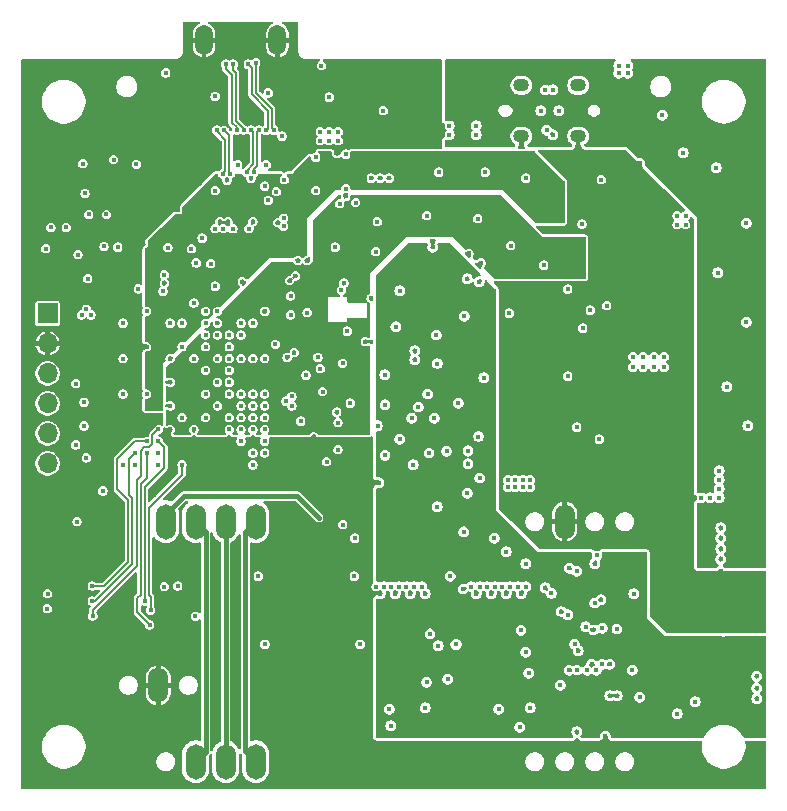
<source format=gbr>
%TF.GenerationSoftware,KiCad,Pcbnew,9.0.6*%
%TF.CreationDate,2025-12-06T17:10:21+01:00*%
%TF.ProjectId,hd_64_v0,68645f36-345f-4763-902e-6b696361645f,0.3*%
%TF.SameCoordinates,PX4737720PY55fe290*%
%TF.FileFunction,Copper,L3,Inr*%
%TF.FilePolarity,Positive*%
%FSLAX46Y46*%
G04 Gerber Fmt 4.6, Leading zero omitted, Abs format (unit mm)*
G04 Created by KiCad (PCBNEW 9.0.6) date 2025-12-06 17:10:21*
%MOMM*%
%LPD*%
G01*
G04 APERTURE LIST*
%TA.AperFunction,ComponentPad*%
%ADD10O,1.346200X1.092200*%
%TD*%
%TA.AperFunction,ComponentPad*%
%ADD11O,1.700000X3.000000*%
%TD*%
%TA.AperFunction,ComponentPad*%
%ADD12O,1.500000X2.550000*%
%TD*%
%TA.AperFunction,ComponentPad*%
%ADD13R,1.700000X1.700000*%
%TD*%
%TA.AperFunction,ComponentPad*%
%ADD14O,1.700000X1.700000*%
%TD*%
%TA.AperFunction,ViaPad*%
%ADD15C,0.400000*%
%TD*%
%TA.AperFunction,ViaPad*%
%ADD16C,0.450000*%
%TD*%
%TA.AperFunction,Conductor*%
%ADD17C,0.200000*%
%TD*%
%TA.AperFunction,Conductor*%
%ADD18C,0.400000*%
%TD*%
G04 APERTURE END LIST*
D10*
X47358000Y55507999D03*
X42558000Y55507999D03*
X47358000Y59808001D03*
X42558000Y59808001D03*
D11*
X20066000Y2540000D03*
X17526000Y2540000D03*
X14986000Y2540000D03*
X46228000Y22860000D03*
D12*
X21896000Y63627000D03*
X15696000Y63627000D03*
D13*
X2438000Y40488000D03*
D14*
X2438000Y37948000D03*
X2438000Y35408000D03*
X2438000Y32868000D03*
X2438000Y30328000D03*
X2438000Y27788000D03*
D11*
X20066000Y22860000D03*
X17526000Y22860000D03*
X14986000Y22860000D03*
X12446000Y22860000D03*
X11811000Y9017000D03*
D15*
X52578000Y29718000D03*
X37973000Y25273000D03*
X45212000Y55626000D03*
X30607000Y54737000D03*
X36924000Y1270000D03*
X14859000Y16510000D03*
X20193000Y8890000D03*
X6624000Y25070000D03*
X54483000Y57277000D03*
X16637000Y20828000D03*
X16124000Y56170000D03*
X16637000Y15367000D03*
X30607000Y56642000D03*
X16637000Y18542000D03*
X25527000Y35814000D03*
X32624000Y1270000D03*
X5724000Y33570000D03*
X14824000Y29670000D03*
X34824000Y13370000D03*
X43180000Y10033000D03*
X16256000Y1397000D03*
X62484000Y8763000D03*
X49149000Y49784000D03*
X52832000Y44577000D03*
X18923000Y43180000D03*
X21524000Y17270000D03*
X6731000Y14478000D03*
X30607000Y55753000D03*
X14351000Y11303000D03*
X21590000Y5334000D03*
X23624000Y44970000D03*
X52114000Y52705000D03*
X42164000Y22860000D03*
X17624000Y51770000D03*
X51435000Y30353000D03*
X12824000Y29670000D03*
X22606000Y52705000D03*
X9974000Y52390000D03*
X19177000Y56769000D03*
X16256000Y44704000D03*
X41148000Y24384000D03*
X35179000Y31623000D03*
X41275000Y16764000D03*
X20024000Y16670000D03*
X6731000Y19177000D03*
X34524000Y9270000D03*
X15524000Y57390000D03*
X37211000Y32893000D03*
X48641000Y13716000D03*
X21463000Y19431000D03*
X59436000Y18669000D03*
X51689000Y53213000D03*
X31877000Y16764000D03*
X27813000Y16764000D03*
X57404000Y17907000D03*
X12824000Y30670000D03*
X62484000Y9779000D03*
X31924000Y39370000D03*
X44929342Y42276671D03*
X6424000Y37670000D03*
X29624000Y17170000D03*
X53213000Y51816000D03*
X48514000Y10795000D03*
X37668886Y22002827D03*
X46482000Y53086000D03*
X41275000Y20320000D03*
X5324000Y44930000D03*
X6223000Y18034000D03*
X30607000Y51943000D03*
X44577000Y17272000D03*
X59182000Y43942000D03*
X45945342Y15254329D03*
X17824000Y37670000D03*
X50546000Y39370000D03*
X18415000Y20828000D03*
X12446000Y20828000D03*
X42545000Y16764000D03*
X31024000Y28470000D03*
X36322000Y9525000D03*
X25724000Y33870000D03*
X33528000Y36576000D03*
X6384000Y53110000D03*
X42926000Y19304000D03*
X7824000Y36670000D03*
X8724000Y50570000D03*
X38124000Y45570000D03*
X52832000Y43053000D03*
X38862000Y48514000D03*
X40640000Y6985000D03*
X33824000Y32570000D03*
X32258000Y29845000D03*
X50292000Y29718000D03*
X5024000Y12770000D03*
X39497000Y52451000D03*
X16524000Y53270000D03*
X9525000Y16891000D03*
X50624000Y13770000D03*
X34544000Y48768000D03*
X59944000Y34290000D03*
X45466000Y53086000D03*
X40005000Y16764000D03*
X22352000Y57531000D03*
X16637000Y11303000D03*
X10824000Y30670000D03*
X52070000Y16764000D03*
X13824000Y29670000D03*
X35433000Y24130000D03*
X33147000Y58801000D03*
X11824000Y31670000D03*
X61595000Y39751000D03*
X58928000Y14859000D03*
X20824000Y31670000D03*
X12824000Y28670000D03*
X26524000Y29591000D03*
X28067000Y32893000D03*
X50546000Y40005000D03*
X14351000Y26289000D03*
X25146000Y22606000D03*
X18415000Y9906000D03*
X28575000Y7366000D03*
X10541000Y46355000D03*
X29845000Y51943000D03*
X9824000Y33670000D03*
X8255000Y42291000D03*
X22724000Y36770000D03*
X16989342Y61326671D03*
X42524000Y13670000D03*
X7824000Y40670000D03*
X59436000Y22352000D03*
X8763000Y5461000D03*
X2624000Y20970000D03*
X7804000Y46400000D03*
X24765000Y56007000D03*
X38735000Y16764000D03*
X12824000Y36670000D03*
X33401000Y27686000D03*
X38989000Y43180000D03*
X12324000Y43070000D03*
X7824000Y31670000D03*
D16*
X26924000Y54070000D03*
D15*
X14824000Y30670000D03*
X13824000Y31670000D03*
D16*
X20824000Y40670000D03*
D15*
X30480000Y26162000D03*
X25324000Y36770000D03*
X37624000Y17170000D03*
X37719000Y40259000D03*
X45339000Y32639000D03*
X56261000Y54102000D03*
X59436000Y20574000D03*
X30226000Y45720000D03*
X21684000Y28260000D03*
X18415000Y7112000D03*
X22987000Y14351000D03*
X33528000Y58166000D03*
X14351000Y61468000D03*
X52705000Y33274000D03*
X3429000Y34163000D03*
X52705000Y34798000D03*
X24964000Y30070000D03*
X34417000Y16764000D03*
X8824000Y29670000D03*
X47498000Y1270000D03*
X12319000Y19304000D03*
X55880000Y29718000D03*
X18415000Y15367000D03*
X12824000Y39670000D03*
X43942000Y39878000D03*
X13081000Y58570000D03*
X35362000Y38664000D03*
X22225000Y56261000D03*
X24324000Y35270000D03*
X23324000Y37170000D03*
X42418000Y5461000D03*
X26824000Y11470000D03*
X52832000Y43815000D03*
X51943000Y34036000D03*
X18824000Y39670000D03*
X4324000Y24670000D03*
X23876000Y31369000D03*
X32893000Y3170000D03*
X46863000Y42037000D03*
X16637000Y8382000D03*
X49657000Y53721000D03*
X59690000Y13589000D03*
X9525000Y43815000D03*
X31024000Y32770000D03*
X40259000Y21463000D03*
X8034000Y54240000D03*
X6858000Y42418000D03*
X59436000Y21463000D03*
X44958000Y1270000D03*
X30607000Y16764000D03*
X29824000Y41770000D03*
X11104000Y49230000D03*
X28524000Y49870000D03*
X46609000Y10287000D03*
X14824000Y28670000D03*
X55245000Y39243000D03*
X5024000Y37670000D03*
X11430000Y25146000D03*
X35524000Y12370000D03*
X27148359Y23134726D03*
X61722000Y30988000D03*
X16824000Y36670000D03*
X23876000Y6985000D03*
X33909000Y58801000D03*
X7724000Y25908000D03*
X27686000Y50419000D03*
X15024000Y44770000D03*
X51943000Y33274000D03*
X14824000Y36670000D03*
X47244000Y5080000D03*
X49414000Y50870000D03*
X14097000Y56261000D03*
X13970000Y52705000D03*
X13716000Y60198000D03*
X51816000Y29718000D03*
X61595000Y48133000D03*
X25400000Y24257000D03*
X51816000Y39370000D03*
X51181000Y40005000D03*
X35560000Y52451000D03*
X26670000Y56769000D03*
X41656000Y46228000D03*
X20824000Y27670000D03*
X5946835Y27712912D03*
X19658833Y51920426D03*
X15024000Y4572000D03*
X4024000Y50113000D03*
X47498000Y24003000D03*
X3429000Y29083000D03*
X6364000Y50650000D03*
X19177000Y53213000D03*
X52070000Y44577000D03*
X29337000Y38100000D03*
X3810000Y26543000D03*
X36524000Y3170000D03*
X14124000Y54570000D03*
X55753000Y6604000D03*
X31369000Y6985000D03*
X58928000Y15621000D03*
X21124000Y50070000D03*
X58293000Y17907000D03*
X21924000Y53170000D03*
X52705000Y34036000D03*
X13824000Y37670000D03*
X27686000Y3170000D03*
X51943000Y34798000D03*
X55626000Y43815000D03*
X10541000Y15494000D03*
X51943000Y10287000D03*
X50673000Y8128000D03*
X35433000Y36251000D03*
X52578000Y8001000D03*
X52070000Y43815000D03*
X50038000Y10795000D03*
X7824000Y27670000D03*
X27813000Y38989000D03*
X30353000Y48260000D03*
X57277000Y7620000D03*
X33147000Y16764000D03*
X13335000Y51943000D03*
X26924000Y32131000D03*
X30734000Y1270000D03*
X59055000Y52832000D03*
X39370000Y35052000D03*
X35052000Y46101000D03*
X59436000Y19685000D03*
X18824000Y31670000D03*
X17794329Y62131658D03*
X49657000Y4699000D03*
X18824000Y33670000D03*
X28448000Y9144000D03*
X27813000Y21717000D03*
X4318000Y9652000D03*
X44704000Y36703000D03*
X1270000Y15240000D03*
X14478000Y13081000D03*
X7124000Y22270000D03*
X54737000Y2667000D03*
X12824000Y32670000D03*
X17024000Y48270000D03*
X47371000Y11938000D03*
X26797000Y46101000D03*
X24424000Y44970000D03*
X45466000Y37211000D03*
X39024000Y26570000D03*
X16824000Y32670000D03*
X37973000Y43434000D03*
X11274000Y56000000D03*
X48768000Y19304000D03*
X51054000Y29718000D03*
X27305000Y1143000D03*
X31369000Y51943000D03*
X33274000Y31623000D03*
X38924000Y30070000D03*
X20701000Y61849000D03*
X50038000Y8128000D03*
X16824000Y39670000D03*
X44958000Y24003000D03*
X24384000Y57785000D03*
X15824000Y37670000D03*
X34417000Y7112000D03*
X3429000Y31623000D03*
X13462000Y49270000D03*
X58928000Y16383000D03*
X27524000Y43070000D03*
X5724000Y37670000D03*
X8324000Y20170000D03*
X49286563Y16261433D03*
X27432000Y57658000D03*
X39124000Y44770000D03*
X32258000Y42418000D03*
X15824000Y27670000D03*
X54991000Y23622000D03*
X16637000Y6223000D03*
X15824000Y33670000D03*
X11444000Y53420000D03*
X41529000Y34290000D03*
X1824000Y22570000D03*
X23024000Y41970000D03*
X3424000Y23870000D03*
X12424000Y4572000D03*
X22924000Y43270000D03*
X30988000Y35306000D03*
X42926000Y11811000D03*
X50038000Y47752000D03*
X15824000Y35670000D03*
X18796000Y61976000D03*
X51181000Y39370000D03*
X16637000Y42799000D03*
X23424000Y43670000D03*
X19824000Y29670000D03*
X49022000Y48641000D03*
X20024000Y20828000D03*
X41910000Y42164000D03*
X20824000Y36670000D03*
X54229000Y29718000D03*
X52070000Y43053000D03*
X14986000Y20828000D03*
X16824000Y34670000D03*
X12824000Y27670000D03*
X21724000Y37870000D03*
X1905000Y12954000D03*
X55499000Y26416000D03*
X46609000Y18923000D03*
X8763000Y15367000D03*
X15875000Y25908000D03*
X18796000Y1397000D03*
X58928000Y17145000D03*
X22479000Y1270000D03*
X33528000Y37338000D03*
X10824000Y37670000D03*
X19824000Y48270000D03*
X25024000Y15970000D03*
X43307000Y7112000D03*
X51816000Y40005000D03*
X45974000Y52578000D03*
X10911450Y13553128D03*
X38024000Y28870000D03*
X45847000Y9017000D03*
X42926000Y51943000D03*
X26624000Y13470000D03*
X9271000Y55626000D03*
X34624000Y33670000D03*
X38024000Y27770000D03*
X50038000Y1270000D03*
X44831000Y47498000D03*
X6350000Y16764000D03*
X9124000Y46870000D03*
X15824000Y31670000D03*
X5824000Y30370000D03*
X14624000Y45970000D03*
X1778000Y43053000D03*
X21909502Y48178699D03*
X42799000Y31242000D03*
X27424000Y36270000D03*
X2721000Y51076501D03*
X52578000Y53213000D03*
X44450000Y44577000D03*
X27305000Y24130000D03*
X17724000Y48270000D03*
X31496000Y5588000D03*
X9824000Y39670000D03*
X12824000Y34670000D03*
X1651000Y18669000D03*
X18415000Y17907000D03*
X19645244Y62155448D03*
X62484000Y7874000D03*
X16637000Y50892000D03*
X54653000Y35941000D03*
X19824000Y36670000D03*
X56452000Y48768000D03*
X56452000Y48006000D03*
X51986000Y35941000D03*
X19824000Y33670000D03*
X52875000Y36830000D03*
X38735000Y56388000D03*
X27686000Y51054000D03*
X23124000Y33470000D03*
X55733000Y48006000D03*
X14963000Y14859000D03*
X23024000Y40370000D03*
X2436000Y16764000D03*
X10124000Y42570000D03*
X12624000Y46070000D03*
X54653000Y36830000D03*
X26058000Y27940000D03*
D16*
X28924000Y12470000D03*
D15*
X13824000Y39670000D03*
X22624000Y33070000D03*
X4826000Y34544000D03*
D16*
X20824000Y12470000D03*
D15*
X41529000Y40513000D03*
X5324000Y40370000D03*
X8824000Y33670000D03*
X52875000Y35941000D03*
X12324000Y17370000D03*
X5924000Y48870000D03*
X5724000Y40870000D03*
X23124000Y32670000D03*
X36218000Y28829000D03*
X28404000Y18244000D03*
X51986000Y36830000D03*
X2286000Y45974000D03*
X25146000Y50892000D03*
X19824000Y39670000D03*
X6124000Y40370000D03*
X27178000Y49784000D03*
X36449000Y56388000D03*
X30376000Y30988000D03*
X2413000Y15494000D03*
X15824000Y39670000D03*
X5842000Y43434000D03*
D16*
X37024000Y12470000D03*
D15*
X36532000Y18244000D03*
X7424000Y48870000D03*
X8824000Y36670000D03*
X55733000Y48768000D03*
X4024000Y47770000D03*
X24424000Y40570000D03*
X2721000Y47774501D03*
X8382000Y46101000D03*
X36449000Y55626000D03*
X20276000Y18244000D03*
X4826000Y29370000D03*
X13462000Y17410000D03*
X53764000Y36830000D03*
X53764000Y35941000D03*
X8824000Y39670000D03*
X38735000Y55626000D03*
X34739500Y28661000D03*
X20824000Y51270000D03*
X4924000Y22870000D03*
X25527000Y55880000D03*
X26289000Y55118000D03*
X27051000Y55118000D03*
X26289000Y55880000D03*
X20955000Y53086000D03*
X25527000Y55118000D03*
X27051000Y55880000D03*
X18542000Y53086000D03*
X22285000Y55499000D03*
X44239000Y49149000D03*
X14924000Y43070000D03*
X23124000Y46117000D03*
X11824000Y34670000D03*
X44239000Y48387000D03*
X14124000Y43070000D03*
X11824000Y32670000D03*
X47688500Y48069500D03*
X16224000Y46101000D03*
X11824000Y36670000D03*
X45001000Y49149000D03*
X14524000Y42570000D03*
X12824000Y37670000D03*
X45001000Y48387000D03*
X44239000Y49911000D03*
X47244000Y30861000D03*
X45001000Y49911000D03*
X28448000Y21463000D03*
X30252000Y17370000D03*
X17824000Y31670000D03*
X30889712Y17371840D03*
X17824000Y30670000D03*
X31552000Y17370000D03*
X18824000Y30670000D03*
X32202000Y17370000D03*
X18824000Y29670000D03*
X32827003Y17370000D03*
X19824000Y28670000D03*
X33452006Y17370000D03*
X19824000Y27670000D03*
X20824000Y28670000D03*
X34124000Y17370000D03*
X18824000Y32670000D03*
X38324000Y17370000D03*
X20824000Y29670000D03*
X39024000Y17370000D03*
X19824000Y30670000D03*
X39649003Y17370000D03*
X40324000Y17370000D03*
X20824000Y30670000D03*
X40949003Y17370000D03*
X19824000Y31670000D03*
X19824000Y32670000D03*
X41624000Y17370000D03*
X42249003Y17370000D03*
X20824000Y32670000D03*
X42924000Y17370000D03*
X20824000Y33670000D03*
X36218000Y27813000D03*
X35687000Y44368000D03*
X62032500Y12573000D03*
X60254500Y11557000D03*
X34739500Y28011000D03*
X61143500Y11557000D03*
X34036000Y46101000D03*
X30480000Y37973000D03*
X50038000Y16129000D03*
X32359500Y35301000D03*
X31024000Y34370000D03*
X62032500Y11557000D03*
X60254500Y12573000D03*
X52705000Y6985000D03*
X33274000Y44323000D03*
X50026529Y13714943D03*
X61143500Y12573000D03*
X16624000Y58870000D03*
X25146000Y53721000D03*
X17824000Y36670000D03*
X15524000Y46870000D03*
X16824000Y40670000D03*
X16624000Y47670000D03*
X17324000Y47670000D03*
X16824000Y38670000D03*
X18124000Y47662893D03*
X17824000Y38670000D03*
X19485000Y47670000D03*
X18824000Y38670000D03*
X27028000Y31242000D03*
X22424000Y47870000D03*
X22424000Y48570000D03*
X27028000Y28956000D03*
X22479000Y51816000D03*
X18824000Y36670000D03*
X17824000Y35670000D03*
X21809000Y50800000D03*
X20066000Y61722000D03*
X21590000Y56007000D03*
X19431000Y61595000D03*
X20955000Y56007000D03*
X20320000Y56007000D03*
X19939000Y52451000D03*
X19304000Y52451000D03*
X19685000Y56007000D03*
X19050000Y56016119D03*
X18161000Y61595000D03*
X17526000Y61595000D03*
X18450094Y56005350D03*
X17922875Y52324000D03*
X17399000Y55982750D03*
X16764000Y56007000D03*
X17272000Y52324000D03*
X17824000Y33670000D03*
X27324000Y42470000D03*
X11824000Y28670000D03*
X11824000Y27670000D03*
X46779000Y45847000D03*
X47541000Y45085000D03*
X16824000Y35670000D03*
X24524000Y38670000D03*
X46779000Y45085000D03*
X15824000Y34670000D03*
X15824000Y32670000D03*
X16824000Y31670000D03*
X22924000Y39070000D03*
X15824000Y30670000D03*
X14824000Y31670000D03*
X24824000Y43270000D03*
X47541000Y46609000D03*
X12824000Y33670000D03*
X22524000Y38570000D03*
X16824000Y33670000D03*
X47541000Y45847000D03*
X25324000Y43670000D03*
X46779000Y46609000D03*
X13824000Y36670000D03*
X24924000Y39070000D03*
X12824000Y31670000D03*
X13824000Y30670000D03*
X15824000Y36670000D03*
X12824000Y35670000D03*
X9824000Y27670000D03*
X42037000Y26416000D03*
X42037000Y25781000D03*
X43307000Y25781000D03*
X42672000Y26416000D03*
X41402000Y25781000D03*
X43307000Y26416000D03*
X42672000Y25781000D03*
X41402000Y26416000D03*
X5614000Y50660000D03*
X5024000Y45470000D03*
X49149000Y29845000D03*
X46482000Y35179000D03*
X48895000Y10287000D03*
X48133000Y10287000D03*
X47272658Y10301329D03*
X5524000Y32970000D03*
X15824000Y40670000D03*
X5524000Y30970000D03*
X14824000Y41370000D03*
X5724000Y28270000D03*
X15824000Y38670000D03*
X49319000Y51816000D03*
X30861000Y57658000D03*
X48387000Y40767000D03*
X46482000Y14986000D03*
X48753000Y15987000D03*
X45085000Y16789500D03*
X49403000Y10795000D03*
X47053500Y12509500D03*
X47244000Y18669000D03*
X12324000Y43770000D03*
X6268997Y14870000D03*
X11824000Y30670000D03*
X12219022Y42370000D03*
X10668000Y16129000D03*
X11824000Y29670000D03*
X6223000Y17410000D03*
X10824000Y29670000D03*
X11168000Y15367000D03*
X13824000Y27670000D03*
X10824000Y28670000D03*
X11080750Y14128750D03*
X9824000Y28670000D03*
X6223000Y16140000D03*
X25624000Y61468000D03*
X57785000Y24892000D03*
X59309000Y24892000D03*
X21124000Y59170000D03*
X50800000Y61468000D03*
X50800000Y60833000D03*
X59309000Y26416000D03*
X51562000Y61468000D03*
X51562000Y60833000D03*
X59309000Y27178000D03*
X26289000Y58801000D03*
X59309000Y25654000D03*
X58547000Y24892000D03*
X58039000Y50800000D03*
X57320000Y50800000D03*
X60706000Y19558000D03*
X38735000Y57658000D03*
X36449000Y57658000D03*
X47752000Y39243000D03*
X36449000Y58420000D03*
X57785000Y38735000D03*
X38735000Y58420000D03*
X61595000Y19558000D03*
X62484000Y19558000D03*
X57320000Y50038000D03*
X58039000Y50038000D03*
X7124000Y25470000D03*
X10824000Y33670000D03*
X49784000Y41148000D03*
X46482000Y42545000D03*
X7224000Y46170000D03*
X5424000Y53170000D03*
X8029000Y53520000D03*
X45212000Y59436000D03*
X44704000Y56007000D03*
X9959000Y53110000D03*
X44564000Y59420000D03*
X10824000Y40670000D03*
X12446000Y60858500D03*
X45720000Y57658000D03*
X44196000Y57658000D03*
X8824000Y27670000D03*
X27686000Y53975000D03*
X17824000Y34670000D03*
X27432000Y22606000D03*
X25400000Y23206003D03*
X48958500Y20002500D03*
X48006000Y13970000D03*
X49403000Y13843000D03*
D17*
X21432000Y56165000D02*
X21590000Y56007000D01*
X20066000Y61722000D02*
X20066000Y59182000D01*
X20066000Y59182000D02*
X21432000Y57816000D01*
X21432000Y57816000D02*
X21432000Y56165000D01*
X21082000Y57671026D02*
X21082000Y56134000D01*
X19716000Y59037026D02*
X21082000Y57671026D01*
X19431000Y61595000D02*
X19716000Y61310000D01*
X19716000Y61310000D02*
X19716000Y59037026D01*
X21082000Y56134000D02*
X20955000Y56007000D01*
X19939000Y52451000D02*
X19939000Y52718026D01*
X19939000Y52718026D02*
X20193000Y52972026D01*
X20193000Y55880000D02*
X20320000Y56007000D01*
X20193000Y52972026D02*
X20193000Y55880000D01*
X19843000Y55849000D02*
X19685000Y56007000D01*
X19304000Y52451000D02*
X19304000Y52578000D01*
X19304000Y52578000D02*
X19843000Y53117000D01*
X19843000Y53117000D02*
X19843000Y55849000D01*
X18384000Y56800000D02*
X19050000Y56134000D01*
X18161000Y61595000D02*
X18161000Y61073974D01*
X19050000Y56134000D02*
X19050000Y56016119D01*
X18161000Y61073974D02*
X18384000Y60850974D01*
X18384000Y60850974D02*
X18384000Y56800000D01*
X18034000Y60706000D02*
X18034000Y56655026D01*
X17526000Y61595000D02*
X17526000Y61214000D01*
X17526000Y61214000D02*
X18034000Y60706000D01*
X18450094Y56238932D02*
X18450094Y56005350D01*
X18034000Y56655026D02*
X18450094Y56238932D01*
X17824000Y52422875D02*
X17922875Y52324000D01*
X17399000Y55982750D02*
X17824000Y55557750D01*
X17824000Y55557750D02*
X17824000Y52422875D01*
X16764000Y55910643D02*
X17474000Y55200643D01*
X16764000Y56007000D02*
X16764000Y55910643D01*
X17272000Y52380232D02*
X17272000Y52324000D01*
X17474000Y52582232D02*
X17272000Y52380232D01*
X17474000Y55200643D02*
X17474000Y52582232D01*
D18*
X17524000Y22858000D02*
X17526000Y22860000D01*
X17524000Y2542000D02*
X17524000Y22858000D01*
X17526000Y2540000D02*
X17524000Y2542000D01*
X15824000Y3378000D02*
X15824000Y22022000D01*
X15824000Y22022000D02*
X14986000Y22860000D01*
X14986000Y2540000D02*
X15824000Y3378000D01*
X19177000Y3429000D02*
X19177000Y21971000D01*
X20066000Y2540000D02*
X19177000Y3429000D01*
X19177000Y21971000D02*
X20066000Y22860000D01*
D17*
X9971000Y26354000D02*
X10324000Y26707000D01*
X11324000Y30170000D02*
X11824000Y30670000D01*
X10324000Y28877107D02*
X10616893Y29170000D01*
X11324000Y29462893D02*
X11324000Y30170000D01*
X6268997Y15412997D02*
X9971000Y19115000D01*
X10324000Y26707000D02*
X10324000Y28877107D01*
X6268997Y14870000D02*
X6268997Y15412997D01*
X11031107Y29170000D02*
X11324000Y29462893D01*
X10616893Y29170000D02*
X11031107Y29170000D01*
X9971000Y19115000D02*
X9971000Y26354000D01*
X10668000Y16129000D02*
X10671000Y16132000D01*
X12324000Y27437000D02*
X12324000Y29170000D01*
X10671000Y25784000D02*
X12324000Y27437000D01*
X12324000Y29170000D02*
X11824000Y29670000D01*
X10671000Y16132000D02*
X10671000Y25784000D01*
X9271000Y19431000D02*
X9271000Y24712951D01*
X8324000Y25659951D02*
X8324000Y28170000D01*
X7250000Y17410000D02*
X9271000Y19431000D01*
X6223000Y17410000D02*
X7250000Y17410000D01*
X9824000Y29670000D02*
X10824000Y29670000D01*
X9271000Y24712951D02*
X8324000Y25659951D01*
X8324000Y28170000D02*
X9824000Y29670000D01*
X11168000Y16518000D02*
X11021000Y16665000D01*
X13824000Y26832893D02*
X13824000Y27670000D01*
X11021000Y24029893D02*
X13824000Y26832893D01*
X11021000Y16665000D02*
X11021000Y24029893D01*
X11168000Y15367000D02*
X11168000Y16518000D01*
X10321000Y16671000D02*
X10321000Y26069000D01*
X10033000Y16383000D02*
X10321000Y16671000D01*
X10321000Y26069000D02*
X10824000Y26572000D01*
X10824000Y26572000D02*
X10824000Y28670000D01*
X11080750Y14128750D02*
X10033000Y15176500D01*
X10033000Y15176500D02*
X10033000Y16383000D01*
X6223000Y16140000D02*
X6474975Y16140000D01*
X9324000Y28170000D02*
X9824000Y28670000D01*
X9621000Y19286025D02*
X9621000Y24857925D01*
X9621000Y24857925D02*
X9324000Y25154925D01*
X6474975Y16140000D02*
X9621000Y19286025D01*
X9324000Y25154925D02*
X9324000Y28170000D01*
D18*
X25400000Y23206003D02*
X23587003Y25019000D01*
X23587003Y25019000D02*
X13955000Y25019000D01*
X13955000Y25019000D02*
X12446000Y23510000D01*
X12446000Y23510000D02*
X12446000Y22860000D01*
%TA.AperFunction,Conductor*%
G36*
X15314975Y65185593D02*
G01*
X15350939Y65136093D01*
X15350939Y65074907D01*
X15314975Y65025407D01*
X15294669Y65014036D01*
X15246010Y64993882D01*
X15245998Y64993876D01*
X15090410Y64889913D01*
X15090406Y64889910D01*
X14958090Y64757594D01*
X14958087Y64757590D01*
X14854124Y64602002D01*
X14854118Y64601990D01*
X14782508Y64429107D01*
X14782508Y64429105D01*
X14746000Y64245570D01*
X14746000Y63827001D01*
X14746001Y63827000D01*
X15371000Y63827000D01*
X15371000Y63427000D01*
X14746001Y63427000D01*
X14746000Y63426999D01*
X14746000Y63008431D01*
X14782508Y62824896D01*
X14782508Y62824894D01*
X14854118Y62652011D01*
X14854124Y62651999D01*
X14958087Y62496411D01*
X14958090Y62496407D01*
X15090406Y62364091D01*
X15090410Y62364088D01*
X15245998Y62260125D01*
X15246010Y62260119D01*
X15418894Y62188509D01*
X15496000Y62173171D01*
X15496000Y62842382D01*
X15496446Y62841936D01*
X15570555Y62799149D01*
X15653213Y62777000D01*
X15738787Y62777000D01*
X15821445Y62799149D01*
X15895554Y62841936D01*
X15896000Y62842382D01*
X15896000Y62173172D01*
X15973104Y62188509D01*
X15973106Y62188509D01*
X16145989Y62260119D01*
X16146001Y62260125D01*
X16301589Y62364088D01*
X16301593Y62364091D01*
X16433909Y62496407D01*
X16433912Y62496411D01*
X16537875Y62651999D01*
X16537881Y62652011D01*
X16609491Y62824894D01*
X16609491Y62824896D01*
X16645999Y63008431D01*
X16646000Y63008435D01*
X16646000Y63426999D01*
X16645999Y63427000D01*
X16021000Y63427000D01*
X16021000Y63827000D01*
X16645999Y63827000D01*
X16646000Y63827001D01*
X16646000Y64245566D01*
X16645999Y64245570D01*
X16609491Y64429105D01*
X16609491Y64429107D01*
X16537881Y64601990D01*
X16537875Y64602002D01*
X16433912Y64757590D01*
X16433909Y64757594D01*
X16301593Y64889910D01*
X16301589Y64889913D01*
X16146001Y64993876D01*
X16145989Y64993882D01*
X16097331Y65014036D01*
X16050805Y65053772D01*
X16036521Y65113267D01*
X16059935Y65169795D01*
X16112104Y65201764D01*
X16135216Y65204500D01*
X21456784Y65204500D01*
X21514975Y65185593D01*
X21550939Y65136093D01*
X21550939Y65074907D01*
X21514975Y65025407D01*
X21494669Y65014036D01*
X21446010Y64993882D01*
X21445998Y64993876D01*
X21290410Y64889913D01*
X21290406Y64889910D01*
X21158090Y64757594D01*
X21158087Y64757590D01*
X21054124Y64602002D01*
X21054118Y64601990D01*
X20982508Y64429107D01*
X20982508Y64429105D01*
X20946000Y64245570D01*
X20946000Y63827001D01*
X20946001Y63827000D01*
X21571000Y63827000D01*
X21571000Y63427000D01*
X20946001Y63427000D01*
X20946000Y63426999D01*
X20946000Y63008431D01*
X20982508Y62824896D01*
X20982508Y62824894D01*
X21054118Y62652011D01*
X21054124Y62651999D01*
X21158087Y62496411D01*
X21158090Y62496407D01*
X21290406Y62364091D01*
X21290410Y62364088D01*
X21445998Y62260125D01*
X21446010Y62260119D01*
X21618894Y62188509D01*
X21696000Y62173171D01*
X21696000Y62842382D01*
X21696446Y62841936D01*
X21770555Y62799149D01*
X21853213Y62777000D01*
X21938787Y62777000D01*
X22021445Y62799149D01*
X22095554Y62841936D01*
X22096000Y62842382D01*
X22096000Y62173172D01*
X22173104Y62188509D01*
X22173106Y62188509D01*
X22345989Y62260119D01*
X22346001Y62260125D01*
X22501589Y62364088D01*
X22501593Y62364091D01*
X22633909Y62496407D01*
X22633912Y62496411D01*
X22737875Y62651999D01*
X22737881Y62652011D01*
X22809491Y62824894D01*
X22809491Y62824896D01*
X22845999Y63008431D01*
X22846000Y63008435D01*
X22846000Y63426999D01*
X22845999Y63427000D01*
X22221000Y63427000D01*
X22221000Y63827000D01*
X22845999Y63827000D01*
X22846000Y63827001D01*
X22846000Y64245566D01*
X22845999Y64245570D01*
X22809491Y64429105D01*
X22809491Y64429107D01*
X22737881Y64601990D01*
X22737875Y64602002D01*
X22633912Y64757590D01*
X22633909Y64757594D01*
X22501593Y64889910D01*
X22501589Y64889913D01*
X22346001Y64993876D01*
X22345989Y64993882D01*
X22297331Y65014036D01*
X22250805Y65053772D01*
X22236521Y65113267D01*
X22259935Y65169795D01*
X22312104Y65201764D01*
X22335216Y65204500D01*
X23576500Y65204500D01*
X23634691Y65185593D01*
X23670655Y65136093D01*
X23675500Y65105500D01*
X23675500Y62668217D01*
X23702726Y62531341D01*
X23702728Y62531335D01*
X23756135Y62402401D01*
X23756139Y62402392D01*
X23811583Y62319416D01*
X23833672Y62286358D01*
X23833675Y62286355D01*
X23876000Y62244030D01*
X23876000Y62230000D01*
X23890030Y62230000D01*
X23932358Y62187672D01*
X23981830Y62154616D01*
X24048391Y62110140D01*
X24048397Y62110138D01*
X24048399Y62110136D01*
X24177338Y62056727D01*
X24314219Y62029500D01*
X24344118Y62029500D01*
X25426286Y62029500D01*
X25484477Y62010593D01*
X25520441Y61961093D01*
X25520441Y61899907D01*
X25484477Y61850407D01*
X25474742Y61844955D01*
X25475033Y61844452D01*
X25378089Y61788482D01*
X25303518Y61713911D01*
X25250794Y61622591D01*
X25250794Y61622590D01*
X25250793Y61622588D01*
X25250793Y61622587D01*
X25223500Y61520727D01*
X25223500Y61415273D01*
X25246588Y61329107D01*
X25250794Y61313411D01*
X25250794Y61313410D01*
X25297966Y61231707D01*
X25303520Y61222087D01*
X25378087Y61147520D01*
X25469413Y61094793D01*
X25571273Y61067500D01*
X25571275Y61067500D01*
X25676725Y61067500D01*
X25676727Y61067500D01*
X25778587Y61094793D01*
X25869913Y61147520D01*
X25944480Y61222087D01*
X25997207Y61313413D01*
X26024500Y61415273D01*
X26024500Y61520727D01*
X25997207Y61622587D01*
X25982692Y61647727D01*
X25944481Y61713911D01*
X25944480Y61713913D01*
X25869913Y61788480D01*
X25779100Y61840911D01*
X25772967Y61844452D01*
X25774458Y61847036D01*
X25737297Y61878782D01*
X25723020Y61938278D01*
X25746441Y61994804D01*
X25798614Y62026767D01*
X25821714Y62029500D01*
X35716076Y62029500D01*
X35774267Y62010593D01*
X35810231Y61961093D01*
X35814068Y61916411D01*
X35812500Y61905506D01*
X35812500Y56902998D01*
X35817117Y56854642D01*
X35817117Y56854640D01*
X35825996Y56808570D01*
X35830891Y56787858D01*
X35830892Y56787856D01*
X35876039Y56698982D01*
X35876041Y56698979D01*
X35876042Y56698978D01*
X35919231Y56644056D01*
X35919232Y56644055D01*
X35950467Y56610903D01*
X36009468Y56576368D01*
X36050137Y56530655D01*
X36056170Y56469768D01*
X36055086Y56465308D01*
X36048500Y56440727D01*
X36048500Y56335273D01*
X36070569Y56252911D01*
X36075794Y56233411D01*
X36075794Y56233410D01*
X36122931Y56151767D01*
X36128520Y56142087D01*
X36193605Y56077002D01*
X36221381Y56022487D01*
X36211810Y55962055D01*
X36193606Y55937000D01*
X36158587Y55901980D01*
X36128518Y55871911D01*
X36075794Y55780591D01*
X36075794Y55780590D01*
X36075793Y55780588D01*
X36075793Y55780587D01*
X36051016Y55688115D01*
X36048500Y55678726D01*
X36048500Y55573271D01*
X36055100Y55548639D01*
X36051897Y55487538D01*
X36013391Y55439989D01*
X36008463Y55436989D01*
X35973175Y55416894D01*
X35973165Y55416887D01*
X35920383Y55371152D01*
X35920373Y55371143D01*
X35888742Y55338363D01*
X35888740Y55338360D01*
X35842535Y55250030D01*
X35842533Y55250025D01*
X35822853Y55183002D01*
X35822849Y55182984D01*
X35812500Y55111009D01*
X35812500Y54734004D01*
X35812499Y54734004D01*
X35818340Y54679678D01*
X35829538Y54628204D01*
X35829550Y54628154D01*
X35836780Y54601804D01*
X35836782Y54601798D01*
X35847778Y54582489D01*
X35860143Y54522566D01*
X35834925Y54466820D01*
X35781756Y54436543D01*
X35761749Y54434500D01*
X28161588Y54434500D01*
X28161584Y54434500D01*
X28161574Y54434499D01*
X28103224Y54426039D01*
X28049297Y54410064D01*
X28049288Y54410061D01*
X28019897Y54398842D01*
X27959423Y54351352D01*
X27901979Y54330283D01*
X27848781Y54343477D01*
X27840591Y54348205D01*
X27840589Y54348206D01*
X27840588Y54348207D01*
X27840587Y54348207D01*
X27738727Y54375500D01*
X27633273Y54375500D01*
X27531413Y54348207D01*
X27531412Y54348207D01*
X27531410Y54348206D01*
X27531409Y54348206D01*
X27440089Y54295482D01*
X27365518Y54220911D01*
X27312794Y54129591D01*
X27312791Y54129584D01*
X27290440Y54046168D01*
X27257116Y53994854D01*
X27219005Y53975793D01*
X27169373Y53963287D01*
X27114861Y53935511D01*
X27114850Y53935504D01*
X27059692Y53895428D01*
X27059579Y53895583D01*
X27049217Y53888260D01*
X27020205Y53871510D01*
X26996331Y53861621D01*
X26991108Y53860222D01*
X26965552Y53853374D01*
X26939930Y53850000D01*
X26908072Y53850000D01*
X26882453Y53853373D01*
X26851665Y53861623D01*
X26827793Y53871511D01*
X26800202Y53887441D01*
X26779699Y53903173D01*
X26757170Y53925702D01*
X26741438Y53946205D01*
X26725509Y53973794D01*
X26715619Y53997673D01*
X26707373Y54028451D01*
X26704000Y54054071D01*
X26704000Y54129994D01*
X26704000Y54130000D01*
X26701470Y54162144D01*
X26696625Y54192737D01*
X26696616Y54192794D01*
X26695853Y54197282D01*
X26695852Y54197287D01*
X26659908Y54281383D01*
X26649664Y54295482D01*
X26623944Y54330883D01*
X26599703Y54358628D01*
X26521193Y54405536D01*
X26521191Y54405537D01*
X26521189Y54405538D01*
X26462999Y54424444D01*
X26463000Y54424444D01*
X26399503Y54434500D01*
X26399500Y54434500D01*
X25436591Y54434500D01*
X25436588Y54434500D01*
X25425863Y54434220D01*
X25425844Y54434220D01*
X25425843Y54434219D01*
X25423947Y54434120D01*
X25415490Y54433677D01*
X25359087Y54420136D01*
X25342656Y54416191D01*
X25342654Y54416191D01*
X25342653Y54416190D01*
X25286760Y54391305D01*
X25286752Y54391301D01*
X25254582Y54373363D01*
X25254578Y54373360D01*
X25192376Y54306320D01*
X25179324Y54283711D01*
X25161784Y54253329D01*
X25148418Y54224478D01*
X25146298Y54219900D01*
X25143831Y54199382D01*
X25118110Y54143865D01*
X25071163Y54115577D01*
X24991416Y54094209D01*
X24991409Y54094206D01*
X24900089Y54041482D01*
X24871638Y54013031D01*
X24817121Y53985255D01*
X24764781Y53991152D01*
X24723592Y54007673D01*
X24723584Y54007675D01*
X24663180Y54017242D01*
X24663162Y54017244D01*
X24626407Y54019722D01*
X24537724Y53997379D01*
X24483209Y53969604D01*
X24483208Y53969604D01*
X24431190Y53931812D01*
X24431187Y53931810D01*
X24431187Y53931809D01*
X23148416Y52649037D01*
X23148415Y52649037D01*
X23057877Y52558497D01*
X23003361Y52530719D01*
X22987873Y52529500D01*
X22769588Y52529500D01*
X22758863Y52529220D01*
X22758844Y52529220D01*
X22758843Y52529219D01*
X22756947Y52529120D01*
X22748490Y52528677D01*
X22692087Y52515136D01*
X22675656Y52511191D01*
X22675654Y52511191D01*
X22675653Y52511190D01*
X22619769Y52486309D01*
X22619757Y52486303D01*
X22611624Y52481768D01*
X22611621Y52481766D01*
X22602490Y52476674D01*
X22587581Y52468361D01*
X22549773Y52427614D01*
X22545904Y52424225D01*
X22522271Y52414094D01*
X22499821Y52401576D01*
X22494549Y52402210D01*
X22489668Y52400117D01*
X22464594Y52405812D01*
X22439074Y52408880D01*
X22433853Y52412794D01*
X22430002Y52413668D01*
X22424874Y52419525D01*
X22406135Y52433572D01*
X22388613Y52453627D01*
X22388612Y52453628D01*
X22310102Y52500536D01*
X22310100Y52500537D01*
X22310098Y52500538D01*
X22251908Y52519444D01*
X22251909Y52519444D01*
X22188412Y52529500D01*
X22188409Y52529500D01*
X21161587Y52529500D01*
X21103396Y52548407D01*
X21067432Y52597907D01*
X21067432Y52659093D01*
X21103396Y52708593D01*
X21112087Y52714236D01*
X21168281Y52746680D01*
X21200913Y52765520D01*
X21275480Y52840087D01*
X21328207Y52931413D01*
X21355500Y53033273D01*
X21355500Y53138727D01*
X21328207Y53240587D01*
X21275480Y53331913D01*
X21200913Y53406480D01*
X21198280Y53408000D01*
X21109589Y53459206D01*
X21109588Y53459207D01*
X21109587Y53459207D01*
X21007727Y53486500D01*
X20902273Y53486500D01*
X20800413Y53459207D01*
X20800412Y53459207D01*
X20800410Y53459206D01*
X20800409Y53459206D01*
X20709089Y53406482D01*
X20709087Y53406481D01*
X20709087Y53406480D01*
X20662501Y53359895D01*
X20607987Y53332119D01*
X20547555Y53341690D01*
X20504290Y53384955D01*
X20493500Y53429900D01*
X20493500Y55587556D01*
X20498821Y55603934D01*
X20499372Y55621145D01*
X20507614Y55630997D01*
X20512407Y55645747D01*
X20536901Y55669469D01*
X20539870Y55671485D01*
X20565913Y55686520D01*
X20574134Y55694742D01*
X20581901Y55700013D01*
X20602707Y55706045D01*
X20622013Y55715881D01*
X20631470Y55714384D01*
X20640667Y55717049D01*
X20661044Y55709700D01*
X20682445Y55706310D01*
X20694278Y55697713D01*
X20698223Y55696290D01*
X20700155Y55693443D01*
X20707500Y55688107D01*
X20709087Y55686520D01*
X20800413Y55633793D01*
X20902273Y55606500D01*
X20902275Y55606500D01*
X21007725Y55606500D01*
X21007727Y55606500D01*
X21109587Y55633793D01*
X21200913Y55686520D01*
X21202498Y55688106D01*
X21203931Y55688836D01*
X21206063Y55690471D01*
X21206366Y55690076D01*
X21257013Y55715881D01*
X21317445Y55706310D01*
X21342500Y55688107D01*
X21344087Y55686520D01*
X21435413Y55633793D01*
X21537273Y55606500D01*
X21537275Y55606500D01*
X21642725Y55606500D01*
X21642727Y55606500D01*
X21744587Y55633793D01*
X21744599Y55633801D01*
X21747606Y55635045D01*
X21749945Y55635230D01*
X21750855Y55635473D01*
X21750900Y55635305D01*
X21808602Y55639851D01*
X21860774Y55607886D01*
X21884194Y55551360D01*
X21884500Y55543584D01*
X21884500Y55446273D01*
X21910252Y55350166D01*
X21911794Y55344411D01*
X21911794Y55344410D01*
X21955945Y55267939D01*
X21964520Y55253087D01*
X22039087Y55178520D01*
X22130413Y55125793D01*
X22232273Y55098500D01*
X22232275Y55098500D01*
X22337725Y55098500D01*
X22337727Y55098500D01*
X22439587Y55125793D01*
X22530913Y55178520D01*
X22605480Y55253087D01*
X22658207Y55344413D01*
X22685500Y55446273D01*
X22685500Y55551727D01*
X22658207Y55653587D01*
X22643692Y55678727D01*
X22605481Y55744911D01*
X22605480Y55744913D01*
X22530913Y55819480D01*
X22525956Y55822342D01*
X22472027Y55853479D01*
X22472025Y55853479D01*
X22439587Y55872207D01*
X22337727Y55899500D01*
X22232273Y55899500D01*
X22184538Y55886710D01*
X22130407Y55872206D01*
X22127385Y55870953D01*
X22125048Y55870770D01*
X22124145Y55870527D01*
X22124100Y55870695D01*
X22066389Y55866152D01*
X22014220Y55898122D01*
X21999886Y55932727D01*
X25126500Y55932727D01*
X25126500Y55827273D01*
X25153793Y55725413D01*
X25153794Y55725411D01*
X25153794Y55725410D01*
X25195279Y55653557D01*
X25206520Y55634087D01*
X25271605Y55569002D01*
X25299381Y55514487D01*
X25289810Y55454055D01*
X25271606Y55429000D01*
X25234810Y55392203D01*
X25206518Y55363911D01*
X25153794Y55272591D01*
X25153794Y55272590D01*
X25153793Y55272588D01*
X25153793Y55272587D01*
X25126500Y55170727D01*
X25126500Y55065273D01*
X25143400Y55002202D01*
X25153794Y54963411D01*
X25153794Y54963410D01*
X25206518Y54872090D01*
X25206520Y54872087D01*
X25281087Y54797520D01*
X25372413Y54744793D01*
X25474273Y54717500D01*
X25474275Y54717500D01*
X25579725Y54717500D01*
X25579727Y54717500D01*
X25681587Y54744793D01*
X25772913Y54797520D01*
X25837998Y54862606D01*
X25892513Y54890381D01*
X25952945Y54880810D01*
X25978000Y54862607D01*
X26043087Y54797520D01*
X26134413Y54744793D01*
X26236273Y54717500D01*
X26236275Y54717500D01*
X26341725Y54717500D01*
X26341727Y54717500D01*
X26443587Y54744793D01*
X26534913Y54797520D01*
X26599998Y54862606D01*
X26654513Y54890381D01*
X26714945Y54880810D01*
X26740000Y54862607D01*
X26805087Y54797520D01*
X26896413Y54744793D01*
X26998273Y54717500D01*
X26998275Y54717500D01*
X27103725Y54717500D01*
X27103727Y54717500D01*
X27205587Y54744793D01*
X27296913Y54797520D01*
X27371480Y54872087D01*
X27424207Y54963413D01*
X27451500Y55065273D01*
X27451500Y55170727D01*
X27424207Y55272587D01*
X27371480Y55363913D01*
X27306394Y55428999D01*
X27278619Y55483513D01*
X27288190Y55543945D01*
X27306393Y55569001D01*
X27371480Y55634087D01*
X27424207Y55725413D01*
X27451500Y55827273D01*
X27451500Y55932727D01*
X27424207Y56034587D01*
X27409692Y56059727D01*
X27371481Y56125911D01*
X27371480Y56125913D01*
X27296913Y56200480D01*
X27272307Y56214686D01*
X27205589Y56253206D01*
X27205588Y56253207D01*
X27205587Y56253207D01*
X27103727Y56280500D01*
X26998273Y56280500D01*
X26896413Y56253207D01*
X26896412Y56253207D01*
X26896410Y56253206D01*
X26896409Y56253206D01*
X26805089Y56200482D01*
X26805087Y56200481D01*
X26805087Y56200480D01*
X26740001Y56135395D01*
X26685487Y56107619D01*
X26625055Y56117190D01*
X26599999Y56135394D01*
X26534913Y56200480D01*
X26510307Y56214686D01*
X26443589Y56253206D01*
X26443588Y56253207D01*
X26443587Y56253207D01*
X26341727Y56280500D01*
X26236273Y56280500D01*
X26134413Y56253207D01*
X26134412Y56253207D01*
X26134410Y56253206D01*
X26134409Y56253206D01*
X26043089Y56200482D01*
X26043087Y56200481D01*
X26043087Y56200480D01*
X25978001Y56135395D01*
X25923487Y56107619D01*
X25863055Y56117190D01*
X25837999Y56135394D01*
X25772913Y56200480D01*
X25748307Y56214686D01*
X25681589Y56253206D01*
X25681588Y56253207D01*
X25681587Y56253207D01*
X25579727Y56280500D01*
X25474273Y56280500D01*
X25372413Y56253207D01*
X25372412Y56253207D01*
X25372410Y56253206D01*
X25372409Y56253206D01*
X25281089Y56200482D01*
X25206518Y56125911D01*
X25153794Y56034591D01*
X25153794Y56034590D01*
X25153793Y56034588D01*
X25153793Y56034587D01*
X25126500Y55932727D01*
X21999886Y55932727D01*
X21990805Y55954650D01*
X21990500Y55962417D01*
X21990500Y56059726D01*
X21988412Y56067520D01*
X21963207Y56161587D01*
X21910480Y56252913D01*
X21835913Y56327480D01*
X21822412Y56335275D01*
X21781999Y56358608D01*
X21741058Y56404078D01*
X21732500Y56444344D01*
X21732500Y57710727D01*
X30460500Y57710727D01*
X30460500Y57605273D01*
X30487221Y57505548D01*
X30487794Y57503411D01*
X30487794Y57503410D01*
X30540518Y57412090D01*
X30540520Y57412087D01*
X30615087Y57337520D01*
X30706413Y57284793D01*
X30808273Y57257500D01*
X30808275Y57257500D01*
X30913725Y57257500D01*
X30913727Y57257500D01*
X31015587Y57284793D01*
X31106913Y57337520D01*
X31181480Y57412087D01*
X31234207Y57503413D01*
X31261500Y57605273D01*
X31261500Y57710727D01*
X31234207Y57812587D01*
X31227678Y57823895D01*
X31181481Y57903911D01*
X31181480Y57903913D01*
X31106913Y57978480D01*
X31068754Y58000511D01*
X31015589Y58031206D01*
X31015588Y58031207D01*
X31015587Y58031207D01*
X30913727Y58058500D01*
X30808273Y58058500D01*
X30706413Y58031207D01*
X30706412Y58031207D01*
X30706410Y58031206D01*
X30706409Y58031206D01*
X30615089Y57978482D01*
X30540518Y57903911D01*
X30487794Y57812591D01*
X30487794Y57812590D01*
X30487793Y57812588D01*
X30487793Y57812587D01*
X30460500Y57710727D01*
X21732500Y57710727D01*
X21732500Y57855562D01*
X21723264Y57890031D01*
X21723264Y57890032D01*
X21712021Y57931990D01*
X21712020Y57931992D01*
X21672463Y58000507D01*
X21672461Y58000509D01*
X21672460Y58000511D01*
X21072472Y58600499D01*
X21044697Y58655013D01*
X21054268Y58715445D01*
X21097533Y58758710D01*
X21142478Y58769500D01*
X21176725Y58769500D01*
X21176727Y58769500D01*
X21278587Y58796793D01*
X21369913Y58849520D01*
X21374120Y58853727D01*
X25888500Y58853727D01*
X25888500Y58748273D01*
X25897306Y58715410D01*
X25915794Y58646411D01*
X25915794Y58646410D01*
X25942303Y58600496D01*
X25968520Y58555087D01*
X26043087Y58480520D01*
X26134413Y58427793D01*
X26236273Y58400500D01*
X26236275Y58400500D01*
X26341725Y58400500D01*
X26341727Y58400500D01*
X26443587Y58427793D01*
X26534913Y58480520D01*
X26609480Y58555087D01*
X26662207Y58646413D01*
X26689500Y58748273D01*
X26689500Y58853727D01*
X26662207Y58955587D01*
X26638030Y58997462D01*
X26609481Y59046911D01*
X26609480Y59046913D01*
X26534913Y59121480D01*
X26519657Y59130288D01*
X26443589Y59174206D01*
X26443588Y59174207D01*
X26443587Y59174207D01*
X26341727Y59201500D01*
X26236273Y59201500D01*
X26134413Y59174207D01*
X26134412Y59174207D01*
X26134410Y59174206D01*
X26134409Y59174206D01*
X26043089Y59121482D01*
X25968518Y59046911D01*
X25915794Y58955591D01*
X25915794Y58955590D01*
X25915793Y58955588D01*
X25915793Y58955587D01*
X25888500Y58853727D01*
X21374120Y58853727D01*
X21444480Y58924087D01*
X21497207Y59015413D01*
X21524500Y59117273D01*
X21524500Y59222727D01*
X21497207Y59324587D01*
X21494955Y59328487D01*
X21444481Y59415911D01*
X21444480Y59415913D01*
X21369913Y59490480D01*
X21278587Y59543207D01*
X21176727Y59570500D01*
X21071273Y59570500D01*
X20969413Y59543207D01*
X20969412Y59543207D01*
X20969410Y59543206D01*
X20969409Y59543206D01*
X20878089Y59490482D01*
X20803518Y59415911D01*
X20750794Y59324591D01*
X20750794Y59324590D01*
X20750793Y59324588D01*
X20750793Y59324587D01*
X20728988Y59243206D01*
X20723500Y59222726D01*
X20723500Y59188479D01*
X20704593Y59130288D01*
X20655093Y59094324D01*
X20593907Y59094324D01*
X20554496Y59118475D01*
X20395496Y59277475D01*
X20367719Y59331992D01*
X20366500Y59347479D01*
X20366500Y61416443D01*
X20383924Y61470071D01*
X20383236Y61470468D01*
X20385105Y61473707D01*
X20385407Y61474634D01*
X20386438Y61476015D01*
X20424694Y61542275D01*
X20439207Y61567413D01*
X20466500Y61669273D01*
X20466500Y61774727D01*
X20439207Y61876587D01*
X20430783Y61891177D01*
X20398243Y61947538D01*
X20386480Y61967913D01*
X20311913Y62042480D01*
X20287236Y62056727D01*
X20220589Y62095206D01*
X20220588Y62095207D01*
X20220587Y62095207D01*
X20118727Y62122500D01*
X20013273Y62122500D01*
X19911413Y62095207D01*
X19911412Y62095207D01*
X19911410Y62095206D01*
X19911409Y62095206D01*
X19820089Y62042482D01*
X19820087Y62042481D01*
X19820087Y62042480D01*
X19745520Y61967913D01*
X19745518Y61967911D01*
X19740932Y61963324D01*
X19738859Y61965397D01*
X19697517Y61937924D01*
X19636385Y61940481D01*
X19621390Y61947536D01*
X19585587Y61968207D01*
X19483727Y61995500D01*
X19378273Y61995500D01*
X19276413Y61968207D01*
X19276412Y61968207D01*
X19276410Y61968206D01*
X19276409Y61968206D01*
X19185089Y61915482D01*
X19110518Y61840911D01*
X19057794Y61749591D01*
X19057794Y61749590D01*
X19057793Y61749588D01*
X19057793Y61749587D01*
X19030500Y61647727D01*
X19030500Y61542273D01*
X19053588Y61456107D01*
X19057794Y61440411D01*
X19057794Y61440410D01*
X19110518Y61349090D01*
X19110520Y61349087D01*
X19185087Y61274520D01*
X19276413Y61221793D01*
X19342124Y61204186D01*
X19393437Y61170863D01*
X19415364Y61113742D01*
X19415500Y61108560D01*
X19415500Y58997462D01*
X19435978Y58921039D01*
X19452750Y58891988D01*
X19469433Y58863093D01*
X19475540Y58852515D01*
X20752505Y57575550D01*
X20780281Y57521035D01*
X20781500Y57505548D01*
X20781500Y56426446D01*
X20776178Y56410069D01*
X20775628Y56392859D01*
X20767386Y56383008D01*
X20762593Y56368255D01*
X20738100Y56344534D01*
X20735110Y56342505D01*
X20709087Y56327480D01*
X20700870Y56319264D01*
X20693100Y56313989D01*
X20672287Y56307956D01*
X20652979Y56298119D01*
X20643526Y56299617D01*
X20634335Y56296952D01*
X20613951Y56304304D01*
X20592548Y56307695D01*
X20580720Y56316289D01*
X20576778Y56317710D01*
X20574845Y56320557D01*
X20567502Y56325892D01*
X20565914Y56327480D01*
X20474589Y56380206D01*
X20474588Y56380207D01*
X20474587Y56380207D01*
X20372727Y56407500D01*
X20267273Y56407500D01*
X20165413Y56380207D01*
X20165412Y56380207D01*
X20165410Y56380206D01*
X20165409Y56380206D01*
X20074085Y56327480D01*
X20072498Y56325892D01*
X20071065Y56325163D01*
X20068937Y56323529D01*
X20068634Y56323924D01*
X20017979Y56298119D01*
X19957548Y56307695D01*
X19932502Y56325892D01*
X19930914Y56327480D01*
X19839589Y56380206D01*
X19839588Y56380207D01*
X19839587Y56380207D01*
X19737727Y56407500D01*
X19632273Y56407500D01*
X19530413Y56380207D01*
X19530412Y56380207D01*
X19530410Y56380206D01*
X19530409Y56380206D01*
X19439084Y56327479D01*
X19433937Y56323529D01*
X19432403Y56325528D01*
X19387516Y56302674D01*
X19327087Y56312264D01*
X19317027Y56318165D01*
X19308937Y56323575D01*
X19295913Y56336599D01*
X19248680Y56363870D01*
X19245972Y56365680D01*
X19244373Y56367710D01*
X19231000Y56377971D01*
X18713496Y56895475D01*
X18685719Y56949992D01*
X18684500Y56965479D01*
X18684500Y60890535D01*
X18684499Y60890539D01*
X18678347Y60913502D01*
X18678347Y60913503D01*
X18664022Y60966962D01*
X18664020Y60966966D01*
X18624463Y61035481D01*
X18624458Y61035487D01*
X18490496Y61169450D01*
X18486870Y61176567D01*
X18480407Y61181262D01*
X18473242Y61203312D01*
X18462719Y61223966D01*
X18461500Y61239453D01*
X18461500Y61289443D01*
X18478924Y61343071D01*
X18478236Y61343468D01*
X18480105Y61346707D01*
X18480407Y61347634D01*
X18481438Y61349015D01*
X18481482Y61349090D01*
X18534207Y61440413D01*
X18561500Y61542273D01*
X18561500Y61647727D01*
X18534207Y61749587D01*
X18519692Y61774727D01*
X18481481Y61840911D01*
X18481480Y61840913D01*
X18406913Y61915480D01*
X18405300Y61916411D01*
X18315589Y61968206D01*
X18315588Y61968207D01*
X18315587Y61968207D01*
X18213727Y61995500D01*
X18108273Y61995500D01*
X18006413Y61968207D01*
X18006412Y61968207D01*
X18006410Y61968206D01*
X18006409Y61968206D01*
X17915085Y61915480D01*
X17913498Y61913892D01*
X17912065Y61913163D01*
X17909937Y61911529D01*
X17909634Y61911924D01*
X17858979Y61886119D01*
X17798548Y61895695D01*
X17773502Y61913892D01*
X17771914Y61915480D01*
X17680589Y61968206D01*
X17680588Y61968207D01*
X17680587Y61968207D01*
X17578727Y61995500D01*
X17473273Y61995500D01*
X17371413Y61968207D01*
X17371412Y61968207D01*
X17371410Y61968206D01*
X17371409Y61968206D01*
X17280089Y61915482D01*
X17205518Y61840911D01*
X17152794Y61749591D01*
X17152794Y61749590D01*
X17152793Y61749588D01*
X17152793Y61749587D01*
X17125500Y61647727D01*
X17125500Y61542273D01*
X17148588Y61456107D01*
X17152794Y61440411D01*
X17152794Y61440410D01*
X17208764Y61343468D01*
X17207509Y61342744D01*
X17225466Y61292032D01*
X17225500Y61289443D01*
X17225500Y61174436D01*
X17245977Y61098015D01*
X17245979Y61098011D01*
X17282078Y61035485D01*
X17285540Y61029489D01*
X17704505Y60610524D01*
X17732281Y60556009D01*
X17733500Y60540522D01*
X17733500Y56615462D01*
X17753978Y56539038D01*
X17772052Y56507734D01*
X17772052Y56507733D01*
X17793540Y56470515D01*
X18042225Y56221829D01*
X18045864Y56214686D01*
X18052348Y56209969D01*
X18059489Y56187945D01*
X18070002Y56167313D01*
X18068747Y56159394D01*
X18071221Y56151767D01*
X18067848Y56126204D01*
X18049594Y56058077D01*
X18049594Y55996135D01*
X18030687Y55937944D01*
X17981187Y55901980D01*
X17920001Y55901980D01*
X17880590Y55926131D01*
X17827546Y55979175D01*
X17823905Y55986321D01*
X17817423Y55991036D01*
X17810281Y56013060D01*
X17801948Y56029416D01*
X17801179Y56029209D01*
X17800209Y56032828D01*
X17799769Y56033692D01*
X17799522Y56035393D01*
X17799500Y56035476D01*
X17799500Y56035477D01*
X17772207Y56137337D01*
X17759472Y56159394D01*
X17727550Y56214686D01*
X17719480Y56228663D01*
X17644913Y56303230D01*
X17637179Y56307695D01*
X17553589Y56355956D01*
X17553588Y56355957D01*
X17553587Y56355957D01*
X17451727Y56383250D01*
X17346273Y56383250D01*
X17244413Y56355957D01*
X17244412Y56355957D01*
X17244410Y56355956D01*
X17244409Y56355956D01*
X17147468Y56299986D01*
X17146554Y56301568D01*
X17096970Y56284025D01*
X17038309Y56301420D01*
X17024409Y56312984D01*
X17009913Y56327480D01*
X16996415Y56335273D01*
X16918589Y56380206D01*
X16918588Y56380207D01*
X16918587Y56380207D01*
X16816727Y56407500D01*
X16711273Y56407500D01*
X16609413Y56380207D01*
X16609412Y56380207D01*
X16609410Y56380206D01*
X16609409Y56380206D01*
X16518089Y56327482D01*
X16443518Y56252911D01*
X16390794Y56161591D01*
X16390794Y56161590D01*
X16390793Y56161588D01*
X16390793Y56161587D01*
X16363500Y56059727D01*
X16363500Y55954273D01*
X16390793Y55852413D01*
X16390794Y55852411D01*
X16390794Y55852410D01*
X16443518Y55761090D01*
X16443520Y55761087D01*
X16518087Y55686520D01*
X16523943Y55683139D01*
X16613422Y55631478D01*
X16633926Y55615746D01*
X17144504Y55105168D01*
X17172281Y55050651D01*
X17173500Y55035164D01*
X17173500Y52786589D01*
X17154593Y52728398D01*
X17121816Y52702558D01*
X17123032Y52700452D01*
X17026089Y52644482D01*
X16951519Y52569912D01*
X16949910Y52567124D01*
X16948195Y52565581D01*
X16947569Y52564764D01*
X16947417Y52564881D01*
X16904439Y52526184D01*
X16848688Y52518845D01*
X16781410Y52529500D01*
X16781407Y52529500D01*
X16678008Y52529500D01*
X16667258Y52529078D01*
X16661876Y52528866D01*
X16646389Y52527647D01*
X16569649Y52506005D01*
X16569644Y52506003D01*
X16569231Y52505886D01*
X16562980Y52502702D01*
X16556313Y52500535D01*
X16522457Y52486066D01*
X16506605Y52472221D01*
X16498226Y52466133D01*
X16498223Y52466131D01*
X16462700Y52440320D01*
X16462694Y52440314D01*
X15490417Y51468037D01*
X15318054Y51295674D01*
X15112417Y51090038D01*
X14940052Y50917675D01*
X14940053Y50917674D01*
X14290416Y50268038D01*
X14290416Y50268037D01*
X14118053Y50095674D01*
X14118052Y50095675D01*
X13707847Y49685469D01*
X13704015Y49681534D01*
X13700462Y49677786D01*
X13700461Y49677785D01*
X13661827Y49619908D01*
X13636970Y49564017D01*
X13636962Y49563997D01*
X13625071Y49529136D01*
X13623740Y49437683D01*
X13629398Y49411118D01*
X13629406Y49411085D01*
X13634156Y49388782D01*
X13634644Y49388887D01*
X13638647Y49371927D01*
X13636707Y49371406D01*
X13654009Y49306834D01*
X13654353Y49305377D01*
X13654219Y49303761D01*
X13657000Y49282638D01*
X13657000Y49257362D01*
X13653626Y49231736D01*
X13647083Y49207320D01*
X13637194Y49183447D01*
X13624556Y49161557D01*
X13608823Y49141052D01*
X13590948Y49123177D01*
X13570443Y49107444D01*
X13548553Y49094806D01*
X13524680Y49084917D01*
X13514890Y49082294D01*
X13500262Y49078374D01*
X13474638Y49075000D01*
X13449362Y49075000D01*
X13423739Y49078373D01*
X13423735Y49078374D01*
X13386019Y49088480D01*
X13334968Y49102159D01*
X13334392Y49102037D01*
X13333764Y49102105D01*
X13328979Y49102645D01*
X13318905Y49103155D01*
X13278472Y49109558D01*
X13241719Y49112035D01*
X13153036Y49089692D01*
X13098518Y49061916D01*
X13046507Y49024128D01*
X13046502Y49024123D01*
X11718053Y47695674D01*
X10918053Y46895674D01*
X10918052Y46895675D01*
X10788834Y46766456D01*
X10754841Y46721550D01*
X10754837Y46721543D01*
X10728582Y46674658D01*
X10716308Y46648609D01*
X10703019Y46558128D01*
X10703019Y46558125D01*
X10704194Y46543206D01*
X10707821Y46497129D01*
X10707823Y46497120D01*
X10707843Y46497035D01*
X10717448Y46456874D01*
X10715707Y46456406D01*
X10732969Y46391982D01*
X10733284Y46390667D01*
X10733165Y46389173D01*
X10736000Y46367638D01*
X10736000Y46342365D01*
X10732626Y46316739D01*
X10726081Y46292316D01*
X10716191Y46268442D01*
X10703555Y46246556D01*
X10687823Y46226052D01*
X10669950Y46208179D01*
X10649449Y46192448D01*
X10614746Y46172412D01*
X10614736Y46172405D01*
X10579997Y46147165D01*
X10579994Y46147164D01*
X10579992Y46147161D01*
X10571223Y46139265D01*
X10549380Y46119599D01*
X10538373Y46108915D01*
X10538368Y46108909D01*
X10530464Y46095677D01*
X10530463Y46095674D01*
X10491463Y46030403D01*
X10472556Y45972210D01*
X10462500Y45908713D01*
X10462500Y43008498D01*
X10443593Y42950307D01*
X10394093Y42914343D01*
X10332907Y42914343D01*
X10314001Y42922761D01*
X10278588Y42943207D01*
X10234425Y42955040D01*
X10176727Y42970500D01*
X10071273Y42970500D01*
X9969413Y42943207D01*
X9969412Y42943207D01*
X9969410Y42943206D01*
X9969409Y42943206D01*
X9878089Y42890482D01*
X9803518Y42815911D01*
X9750794Y42724591D01*
X9750794Y42724590D01*
X9750793Y42724588D01*
X9750793Y42724587D01*
X9723500Y42622727D01*
X9723500Y42517273D01*
X9750793Y42415413D01*
X9750794Y42415411D01*
X9750794Y42415410D01*
X9792754Y42342734D01*
X9803520Y42324087D01*
X9878087Y42249520D01*
X9969413Y42196793D01*
X10071273Y42169500D01*
X10071275Y42169500D01*
X10176725Y42169500D01*
X10176727Y42169500D01*
X10278587Y42196793D01*
X10314001Y42217240D01*
X10373847Y42229961D01*
X10429743Y42205075D01*
X10460336Y42152087D01*
X10462500Y42131503D01*
X10462500Y41395674D01*
X10462500Y41169500D01*
X10464806Y41140207D01*
X10465030Y41137357D01*
X10469883Y41106707D01*
X10470646Y41102219D01*
X10470647Y41102214D01*
X10508777Y41013004D01*
X10507590Y41012497D01*
X10518625Y40958597D01*
X10505985Y40920182D01*
X10503520Y40915914D01*
X10503520Y40915913D01*
X10450793Y40824587D01*
X10423500Y40722727D01*
X10423500Y40617273D01*
X10448335Y40524587D01*
X10450794Y40515411D01*
X10450794Y40515410D01*
X10506764Y40418468D01*
X10504210Y40416994D01*
X10520547Y40370798D01*
X10506567Y40317472D01*
X10491465Y40292195D01*
X10491462Y40292190D01*
X10472556Y40234001D01*
X10462500Y40170504D01*
X10462500Y40170500D01*
X10462500Y39695674D01*
X10462500Y38169500D01*
X10464192Y38148001D01*
X10465030Y38137357D01*
X10469883Y38106707D01*
X10470646Y38102219D01*
X10470647Y38102214D01*
X10506591Y38018118D01*
X10509985Y38013447D01*
X10542556Y37968617D01*
X10566797Y37940872D01*
X10645307Y37893964D01*
X10703498Y37875057D01*
X10716198Y37873046D01*
X10766996Y37865000D01*
X10767000Y37865000D01*
X10836637Y37865000D01*
X10862259Y37861627D01*
X10886679Y37855084D01*
X10910555Y37845195D01*
X10925623Y37836495D01*
X10932443Y37832558D01*
X10952948Y37816825D01*
X10970823Y37798950D01*
X10986556Y37778445D01*
X10999194Y37756555D01*
X11009082Y37732683D01*
X11014099Y37713962D01*
X11015626Y37708266D01*
X11019000Y37682640D01*
X11019000Y37657362D01*
X11015626Y37631736D01*
X11009083Y37607320D01*
X10999194Y37583447D01*
X10986556Y37561557D01*
X10970823Y37541052D01*
X10952948Y37523177D01*
X10932443Y37507444D01*
X10910553Y37494806D01*
X10886680Y37484917D01*
X10876890Y37482294D01*
X10862262Y37478374D01*
X10836638Y37475000D01*
X10767000Y37475000D01*
X10734856Y37472470D01*
X10704206Y37467617D01*
X10699718Y37466854D01*
X10699713Y37466853D01*
X10615617Y37430909D01*
X10566118Y37394945D01*
X10538372Y37370703D01*
X10491464Y37292193D01*
X10491462Y37292190D01*
X10472556Y37234001D01*
X10462500Y37170504D01*
X10462500Y37170500D01*
X10462500Y34169500D01*
X10465030Y34137357D01*
X10469883Y34106707D01*
X10470646Y34102219D01*
X10470647Y34102214D01*
X10508777Y34013004D01*
X10507590Y34012497D01*
X10518625Y33958597D01*
X10505985Y33920182D01*
X10503520Y33915914D01*
X10503520Y33915913D01*
X10450793Y33824587D01*
X10423500Y33722727D01*
X10423500Y33617273D01*
X10450793Y33515413D01*
X10450794Y33515411D01*
X10450794Y33515410D01*
X10506764Y33418468D01*
X10504210Y33416994D01*
X10520547Y33370798D01*
X10506567Y33317472D01*
X10491465Y33292195D01*
X10491462Y33292190D01*
X10472556Y33234001D01*
X10462500Y33170504D01*
X10462500Y33170500D01*
X10462500Y32357000D01*
X10464940Y32326000D01*
X10465030Y32324857D01*
X10469883Y32294207D01*
X10470646Y32289719D01*
X10470647Y32289714D01*
X10506591Y32205618D01*
X10511875Y32198345D01*
X10542556Y32156117D01*
X10566797Y32128372D01*
X10645307Y32081464D01*
X10703498Y32062557D01*
X10715552Y32060648D01*
X10766996Y32052500D01*
X10767000Y32052500D01*
X12092993Y32052500D01*
X12093000Y32052500D01*
X12125144Y32055030D01*
X12126012Y32055168D01*
X12126137Y32055148D01*
X12127070Y32055258D01*
X12127078Y32055183D01*
X12127082Y32055183D01*
X12127088Y32055106D01*
X12127101Y32054996D01*
X12186442Y32045598D01*
X12229708Y32002335D01*
X12240500Y31957387D01*
X12240500Y31695674D01*
X12240500Y31394674D01*
X12240500Y31085693D01*
X12241296Y31070500D01*
X12241693Y31062919D01*
X12241038Y31062885D01*
X12227097Y31005577D01*
X12180452Y30965980D01*
X12119441Y30961363D01*
X12072840Y30987553D01*
X12069913Y30990480D01*
X12043764Y31005577D01*
X11978589Y31043206D01*
X11978588Y31043207D01*
X11978587Y31043207D01*
X11876727Y31070500D01*
X11771273Y31070500D01*
X11669413Y31043207D01*
X11669412Y31043207D01*
X11669410Y31043206D01*
X11669409Y31043206D01*
X11578089Y30990482D01*
X11503518Y30915911D01*
X11450794Y30824591D01*
X11450794Y30824590D01*
X11450793Y30824588D01*
X11450793Y30824587D01*
X11423865Y30724087D01*
X11421821Y30716459D01*
X11420422Y30716834D01*
X11397252Y30668272D01*
X11395453Y30666426D01*
X11139489Y30410461D01*
X11083539Y30354511D01*
X11043980Y30285993D01*
X11043978Y30285989D01*
X11023500Y30209565D01*
X11023500Y30160192D01*
X11004593Y30102001D01*
X10955093Y30066037D01*
X10898879Y30064565D01*
X10876729Y30070500D01*
X10876727Y30070500D01*
X10771273Y30070500D01*
X10669413Y30043207D01*
X10669412Y30043207D01*
X10669410Y30043206D01*
X10669409Y30043206D01*
X10572468Y29987236D01*
X10571743Y29988491D01*
X10521032Y29970534D01*
X10518443Y29970500D01*
X9784435Y29970500D01*
X9708012Y29950022D01*
X9648934Y29915913D01*
X9639490Y29910461D01*
X8139489Y28410460D01*
X8139488Y28410461D01*
X8083539Y28354511D01*
X8043980Y28285993D01*
X8043978Y28285989D01*
X8023500Y28209565D01*
X8023500Y25620387D01*
X8041175Y25554426D01*
X8043979Y25543962D01*
X8056239Y25522727D01*
X8083540Y25475440D01*
X8941505Y24617475D01*
X8969281Y24562960D01*
X8970500Y24547473D01*
X8970500Y19596479D01*
X8951593Y19538288D01*
X8941504Y19526475D01*
X7154525Y17739496D01*
X7100008Y17711719D01*
X7084521Y17710500D01*
X6528557Y17710500D01*
X6474929Y17727925D01*
X6474532Y17727236D01*
X6471293Y17729106D01*
X6470366Y17729407D01*
X6468985Y17730439D01*
X6377589Y17783206D01*
X6377588Y17783207D01*
X6377587Y17783207D01*
X6275727Y17810500D01*
X6170273Y17810500D01*
X6068413Y17783207D01*
X6068412Y17783207D01*
X6068410Y17783206D01*
X6068409Y17783206D01*
X5977089Y17730482D01*
X5902518Y17655911D01*
X5849794Y17564591D01*
X5849794Y17564590D01*
X5849793Y17564588D01*
X5849793Y17564587D01*
X5822500Y17462727D01*
X5822500Y17357273D01*
X5849487Y17256556D01*
X5849794Y17255411D01*
X5849794Y17255410D01*
X5902518Y17164090D01*
X5902520Y17164087D01*
X5977087Y17089520D01*
X6068413Y17036793D01*
X6170273Y17009500D01*
X6170275Y17009500D01*
X6275725Y17009500D01*
X6275727Y17009500D01*
X6377587Y17036793D01*
X6458666Y17083604D01*
X6474532Y17092764D01*
X6475256Y17091510D01*
X6525968Y17109466D01*
X6528557Y17109500D01*
X6780496Y17109500D01*
X6838687Y17090593D01*
X6874651Y17041093D01*
X6874651Y16979907D01*
X6850499Y16940496D01*
X6453983Y16543982D01*
X6399467Y16516205D01*
X6358359Y16518359D01*
X6275727Y16540500D01*
X6170273Y16540500D01*
X6068413Y16513207D01*
X6068412Y16513207D01*
X6068410Y16513206D01*
X6068409Y16513206D01*
X5977089Y16460482D01*
X5902518Y16385911D01*
X5849794Y16294591D01*
X5849794Y16294590D01*
X5849793Y16294588D01*
X5849793Y16294587D01*
X5822500Y16192727D01*
X5822500Y16087273D01*
X5849793Y15985413D01*
X5849794Y15985411D01*
X5849794Y15985410D01*
X5902518Y15894090D01*
X5902520Y15894087D01*
X5977087Y15819520D01*
X5977089Y15819519D01*
X6038720Y15783936D01*
X6079661Y15738467D01*
X6086057Y15677617D01*
X6059226Y15628198D01*
X6028535Y15597506D01*
X5988977Y15528990D01*
X5988975Y15528986D01*
X5968497Y15452562D01*
X5968497Y15175558D01*
X5951072Y15121930D01*
X5951761Y15121532D01*
X5949890Y15118293D01*
X5949590Y15117367D01*
X5948560Y15115989D01*
X5895791Y15024591D01*
X5895791Y15024590D01*
X5895790Y15024588D01*
X5895790Y15024587D01*
X5868497Y14922727D01*
X5868497Y14817273D01*
X5895790Y14715413D01*
X5895791Y14715411D01*
X5895791Y14715410D01*
X5948515Y14624090D01*
X5948517Y14624087D01*
X6023084Y14549520D01*
X6114410Y14496793D01*
X6216270Y14469500D01*
X6216272Y14469500D01*
X6321722Y14469500D01*
X6321724Y14469500D01*
X6423584Y14496793D01*
X6514910Y14549520D01*
X6589477Y14624087D01*
X6642204Y14715413D01*
X6669497Y14817273D01*
X6669497Y14922727D01*
X6642204Y15024587D01*
X6630772Y15044387D01*
X6588806Y15117075D01*
X6588404Y15117367D01*
X6588103Y15118293D01*
X6586233Y15121532D01*
X6586921Y15121930D01*
X6579326Y15145307D01*
X6569531Y15172979D01*
X6569497Y15175558D01*
X6569497Y15247518D01*
X6588404Y15305709D01*
X6598493Y15317522D01*
X9851496Y18570525D01*
X9906013Y18598302D01*
X9966445Y18588731D01*
X10009710Y18545466D01*
X10020500Y18500521D01*
X10020500Y16836479D01*
X10001593Y16778288D01*
X9991504Y16766475D01*
X9848489Y16623460D01*
X9848488Y16623461D01*
X9792539Y16567511D01*
X9752980Y16498993D01*
X9752978Y16498989D01*
X9732500Y16422565D01*
X9732500Y15136936D01*
X9752977Y15060515D01*
X9752979Y15060510D01*
X9780070Y15013587D01*
X9781176Y15011672D01*
X9792540Y14991989D01*
X10225484Y14559045D01*
X10652203Y14132326D01*
X10677801Y14082085D01*
X10678571Y14082291D01*
X10679541Y14078671D01*
X10679980Y14077809D01*
X10680226Y14076114D01*
X10707544Y13974161D01*
X10707544Y13974160D01*
X10756289Y13889732D01*
X10760270Y13882837D01*
X10834837Y13808270D01*
X10926163Y13755543D01*
X11028023Y13728250D01*
X11028025Y13728250D01*
X11133475Y13728250D01*
X11133477Y13728250D01*
X11235337Y13755543D01*
X11326663Y13808270D01*
X11401230Y13882837D01*
X11453957Y13974163D01*
X11481250Y14076023D01*
X11481250Y14181477D01*
X11453957Y14283337D01*
X11401230Y14374663D01*
X11326663Y14449230D01*
X11291554Y14469500D01*
X11235339Y14501956D01*
X11235338Y14501957D01*
X11235337Y14501957D01*
X11133477Y14529250D01*
X11133475Y14529250D01*
X11127209Y14530929D01*
X11127583Y14532328D01*
X11079023Y14555496D01*
X11077174Y14557297D01*
X10362496Y15271975D01*
X10334719Y15326492D01*
X10333500Y15341979D01*
X10333500Y15688194D01*
X10352407Y15746385D01*
X10401907Y15782349D01*
X10463093Y15782349D01*
X10481987Y15773937D01*
X10513413Y15755793D01*
X10615273Y15728500D01*
X10615275Y15728500D01*
X10720726Y15728500D01*
X10720727Y15728500D01*
X10720727Y15728501D01*
X10727159Y15729347D01*
X10727397Y15727535D01*
X10779902Y15724788D01*
X10827456Y15686287D01*
X10843297Y15627188D01*
X10830169Y15582861D01*
X10794793Y15521589D01*
X10776597Y15453681D01*
X10767500Y15419727D01*
X10767500Y15314273D01*
X10794793Y15212413D01*
X10794794Y15212411D01*
X10794794Y15212410D01*
X10845191Y15125121D01*
X10847520Y15121087D01*
X10922087Y15046520D01*
X11013413Y14993793D01*
X11115273Y14966500D01*
X11115275Y14966500D01*
X11220725Y14966500D01*
X11220727Y14966500D01*
X11322587Y14993793D01*
X11413913Y15046520D01*
X11488480Y15121087D01*
X11541207Y15212413D01*
X11568500Y15314273D01*
X11568500Y15419727D01*
X11541207Y15521587D01*
X11526692Y15546727D01*
X11485236Y15618532D01*
X11486488Y15619256D01*
X11468534Y15669979D01*
X11468500Y15672558D01*
X11468500Y16557563D01*
X11468499Y16557565D01*
X11461505Y16583665D01*
X11448021Y16633989D01*
X11435566Y16655561D01*
X11408460Y16702511D01*
X11352511Y16758461D01*
X11352511Y16758460D01*
X11350496Y16760475D01*
X11322719Y16814992D01*
X11321500Y16830479D01*
X11321500Y17422727D01*
X11923500Y17422727D01*
X11923500Y17317273D01*
X11947003Y17229558D01*
X11950794Y17215411D01*
X11950794Y17215410D01*
X12002891Y17125176D01*
X12003520Y17124087D01*
X12078087Y17049520D01*
X12169413Y16996793D01*
X12271273Y16969500D01*
X12271275Y16969500D01*
X12376725Y16969500D01*
X12376727Y16969500D01*
X12478587Y16996793D01*
X12569913Y17049520D01*
X12644480Y17124087D01*
X12697207Y17215413D01*
X12724500Y17317273D01*
X12724500Y17422727D01*
X12713782Y17462727D01*
X13061500Y17462727D01*
X13061500Y17357273D01*
X13088487Y17256556D01*
X13088794Y17255411D01*
X13088794Y17255410D01*
X13141518Y17164090D01*
X13141520Y17164087D01*
X13216087Y17089520D01*
X13307413Y17036793D01*
X13409273Y17009500D01*
X13409275Y17009500D01*
X13514725Y17009500D01*
X13514727Y17009500D01*
X13616587Y17036793D01*
X13707913Y17089520D01*
X13782480Y17164087D01*
X13835207Y17255413D01*
X13862500Y17357273D01*
X13862500Y17462727D01*
X13835207Y17564587D01*
X13782480Y17655913D01*
X13707913Y17730480D01*
X13685869Y17743207D01*
X13616589Y17783206D01*
X13616588Y17783207D01*
X13616587Y17783207D01*
X13514727Y17810500D01*
X13409273Y17810500D01*
X13307413Y17783207D01*
X13307412Y17783207D01*
X13307410Y17783206D01*
X13307409Y17783206D01*
X13216089Y17730482D01*
X13141518Y17655911D01*
X13088794Y17564591D01*
X13088794Y17564590D01*
X13088793Y17564588D01*
X13088793Y17564587D01*
X13061500Y17462727D01*
X12713782Y17462727D01*
X12697207Y17524587D01*
X12697206Y17524589D01*
X12697205Y17524591D01*
X12644481Y17615911D01*
X12644480Y17615913D01*
X12569913Y17690480D01*
X12551340Y17701203D01*
X12478589Y17743206D01*
X12478588Y17743207D01*
X12478587Y17743207D01*
X12376727Y17770500D01*
X12271273Y17770500D01*
X12169413Y17743207D01*
X12169412Y17743207D01*
X12169410Y17743206D01*
X12169409Y17743206D01*
X12078089Y17690482D01*
X12003518Y17615911D01*
X11950794Y17524591D01*
X11950794Y17524590D01*
X11950794Y17524589D01*
X11950793Y17524587D01*
X11923500Y17422727D01*
X11321500Y17422727D01*
X11321500Y21495703D01*
X11340407Y21553894D01*
X11389907Y21589858D01*
X11451093Y21589858D01*
X11500590Y21553896D01*
X11568447Y21460499D01*
X11696499Y21332447D01*
X11843006Y21226004D01*
X12004361Y21143789D01*
X12176591Y21087829D01*
X12248136Y21076498D01*
X12355451Y21059500D01*
X12355454Y21059500D01*
X12536549Y21059500D01*
X12625977Y21073665D01*
X12715409Y21087829D01*
X12887639Y21143789D01*
X13048994Y21226004D01*
X13195501Y21332447D01*
X13323553Y21460499D01*
X13429996Y21607006D01*
X13512211Y21768361D01*
X13568171Y21940591D01*
X13582335Y22030023D01*
X13596500Y22119451D01*
X13596500Y23600550D01*
X13568171Y23779407D01*
X13568171Y23779409D01*
X13516690Y23937854D01*
X13516691Y23999039D01*
X13540842Y24038450D01*
X14091898Y24589504D01*
X14146414Y24617281D01*
X14161901Y24618500D01*
X14249680Y24618500D01*
X14307871Y24599593D01*
X14343835Y24550093D01*
X14343835Y24488907D01*
X14307871Y24439408D01*
X14236502Y24387556D01*
X14236499Y24387553D01*
X14108447Y24259501D01*
X14069044Y24205267D01*
X14002002Y24112992D01*
X13919788Y23951638D01*
X13863828Y23779407D01*
X13835500Y23600550D01*
X13835500Y22119451D01*
X13863828Y21940594D01*
X13919788Y21768363D01*
X13996612Y21617587D01*
X14002004Y21607006D01*
X14108447Y21460499D01*
X14236499Y21332447D01*
X14383006Y21226004D01*
X14544361Y21143789D01*
X14716591Y21087829D01*
X14788136Y21076498D01*
X14895451Y21059500D01*
X14895454Y21059500D01*
X15076549Y21059500D01*
X15255404Y21087828D01*
X15255405Y21087829D01*
X15255409Y21087829D01*
X15293908Y21100338D01*
X15355093Y21100338D01*
X15404593Y21064374D01*
X15423500Y21006183D01*
X15423500Y15203900D01*
X15404593Y15145709D01*
X15355093Y15109745D01*
X15293907Y15109745D01*
X15254498Y15133895D01*
X15208913Y15179480D01*
X15187832Y15191651D01*
X15117589Y15232206D01*
X15117588Y15232207D01*
X15117587Y15232207D01*
X15015727Y15259500D01*
X14910273Y15259500D01*
X14808413Y15232207D01*
X14808412Y15232207D01*
X14808410Y15232206D01*
X14808409Y15232206D01*
X14717089Y15179482D01*
X14642518Y15104911D01*
X14589794Y15013591D01*
X14589794Y15013590D01*
X14589793Y15013588D01*
X14589793Y15013587D01*
X14562500Y14911727D01*
X14562500Y14806273D01*
X14589793Y14704413D01*
X14589794Y14704411D01*
X14589794Y14704410D01*
X14636167Y14624090D01*
X14642520Y14613087D01*
X14717087Y14538520D01*
X14808413Y14485793D01*
X14910273Y14458500D01*
X14910275Y14458500D01*
X15015725Y14458500D01*
X15015727Y14458500D01*
X15117587Y14485793D01*
X15208913Y14538520D01*
X15254498Y14584106D01*
X15309013Y14611881D01*
X15369445Y14602310D01*
X15412710Y14559045D01*
X15423500Y14514100D01*
X15423500Y4393818D01*
X15404593Y4335627D01*
X15355093Y4299663D01*
X15293909Y4299663D01*
X15255409Y4312172D01*
X15076549Y4340500D01*
X15076546Y4340500D01*
X14895454Y4340500D01*
X14895451Y4340500D01*
X14716593Y4312172D01*
X14544362Y4256212D01*
X14383008Y4173998D01*
X14309752Y4120775D01*
X14236499Y4067553D01*
X14108447Y3939501D01*
X14055225Y3866248D01*
X14002002Y3792992D01*
X13919788Y3631638D01*
X13863828Y3459407D01*
X13835500Y3280550D01*
X13835500Y1799451D01*
X13863828Y1620594D01*
X13863829Y1620591D01*
X13919789Y1448361D01*
X14002004Y1287006D01*
X14108447Y1140499D01*
X14236499Y1012447D01*
X14383006Y906004D01*
X14544361Y823789D01*
X14716591Y767829D01*
X14788136Y756498D01*
X14895451Y739500D01*
X14895454Y739500D01*
X15076549Y739500D01*
X15165977Y753665D01*
X15255409Y767829D01*
X15427639Y823789D01*
X15588994Y906004D01*
X15735501Y1012447D01*
X15863553Y1140499D01*
X15969996Y1287006D01*
X16052211Y1448361D01*
X16108171Y1620591D01*
X16127004Y1739500D01*
X16136500Y1799451D01*
X16136500Y3091738D01*
X16149764Y3141238D01*
X16190764Y3212252D01*
X16236233Y3253193D01*
X16297083Y3259589D01*
X16350071Y3228996D01*
X16374958Y3173100D01*
X16375500Y3162752D01*
X16375500Y1799451D01*
X16403828Y1620594D01*
X16403829Y1620591D01*
X16459789Y1448361D01*
X16542004Y1287006D01*
X16648447Y1140499D01*
X16776499Y1012447D01*
X16923006Y906004D01*
X17084361Y823789D01*
X17256591Y767829D01*
X17328136Y756498D01*
X17435451Y739500D01*
X17435454Y739500D01*
X17616549Y739500D01*
X17705977Y753665D01*
X17795409Y767829D01*
X17967639Y823789D01*
X18128994Y906004D01*
X18275501Y1012447D01*
X18403553Y1140499D01*
X18509996Y1287006D01*
X18592211Y1448361D01*
X18648171Y1620591D01*
X18667004Y1739500D01*
X18676500Y1799451D01*
X18676500Y3126049D01*
X18684003Y3149143D01*
X18688357Y3173029D01*
X18693296Y3177745D01*
X18695407Y3184240D01*
X18715052Y3198514D01*
X18732614Y3215278D01*
X18739381Y3216190D01*
X18744907Y3220204D01*
X18769193Y3220204D01*
X18793252Y3223444D01*
X18798557Y3220204D01*
X18806093Y3220204D01*
X18847110Y3194409D01*
X18854380Y3186794D01*
X18856520Y3183087D01*
X18887331Y3152276D01*
X18888110Y3151460D01*
X18900885Y3124878D01*
X18914281Y3098587D01*
X18914429Y3096697D01*
X18914614Y3096313D01*
X18914506Y3095723D01*
X18915500Y3083100D01*
X18915500Y1799451D01*
X18943828Y1620594D01*
X18943829Y1620591D01*
X18999789Y1448361D01*
X19082004Y1287006D01*
X19188447Y1140499D01*
X19316499Y1012447D01*
X19463006Y906004D01*
X19624361Y823789D01*
X19796591Y767829D01*
X19868136Y756498D01*
X19975451Y739500D01*
X19975454Y739500D01*
X20156549Y739500D01*
X20245977Y753665D01*
X20335409Y767829D01*
X20507639Y823789D01*
X20668994Y906004D01*
X20815501Y1012447D01*
X20943553Y1140499D01*
X21049996Y1287006D01*
X21132211Y1448361D01*
X21188171Y1620591D01*
X21207004Y1739500D01*
X21216500Y1799451D01*
X21216500Y2618845D01*
X42887500Y2618845D01*
X42887500Y2461156D01*
X42918263Y2306504D01*
X42918263Y2306502D01*
X42978603Y2160826D01*
X42978609Y2160815D01*
X43031312Y2081941D01*
X43066211Y2029711D01*
X43177711Y1918211D01*
X43255876Y1865983D01*
X43308814Y1830610D01*
X43308825Y1830604D01*
X43362638Y1808315D01*
X43454503Y1770263D01*
X43609158Y1739500D01*
X43609159Y1739500D01*
X43766841Y1739500D01*
X43766842Y1739500D01*
X43921497Y1770263D01*
X44067179Y1830606D01*
X44198289Y1918211D01*
X44309789Y2029711D01*
X44397394Y2160821D01*
X44457737Y2306503D01*
X44488500Y2461158D01*
X44488500Y2618842D01*
X44488499Y2618845D01*
X45427500Y2618845D01*
X45427500Y2461156D01*
X45458263Y2306504D01*
X45458263Y2306502D01*
X45518603Y2160826D01*
X45518609Y2160815D01*
X45571312Y2081941D01*
X45606211Y2029711D01*
X45717711Y1918211D01*
X45795876Y1865983D01*
X45848814Y1830610D01*
X45848825Y1830604D01*
X45902638Y1808315D01*
X45994503Y1770263D01*
X46149158Y1739500D01*
X46149159Y1739500D01*
X46306841Y1739500D01*
X46306842Y1739500D01*
X46461497Y1770263D01*
X46607179Y1830606D01*
X46738289Y1918211D01*
X46849789Y2029711D01*
X46937394Y2160821D01*
X46997737Y2306503D01*
X47028500Y2461158D01*
X47028500Y2618842D01*
X47028499Y2618845D01*
X47967500Y2618845D01*
X47967500Y2461156D01*
X47998263Y2306504D01*
X47998263Y2306502D01*
X48058603Y2160826D01*
X48058609Y2160815D01*
X48111312Y2081941D01*
X48146211Y2029711D01*
X48257711Y1918211D01*
X48335876Y1865983D01*
X48388814Y1830610D01*
X48388825Y1830604D01*
X48442638Y1808315D01*
X48534503Y1770263D01*
X48689158Y1739500D01*
X48689159Y1739500D01*
X48846841Y1739500D01*
X48846842Y1739500D01*
X49001497Y1770263D01*
X49147179Y1830606D01*
X49278289Y1918211D01*
X49389789Y2029711D01*
X49477394Y2160821D01*
X49537737Y2306503D01*
X49568500Y2461158D01*
X49568500Y2618842D01*
X49568499Y2618845D01*
X50507500Y2618845D01*
X50507500Y2461156D01*
X50538263Y2306504D01*
X50538263Y2306502D01*
X50598603Y2160826D01*
X50598609Y2160815D01*
X50651312Y2081941D01*
X50686211Y2029711D01*
X50797711Y1918211D01*
X50875876Y1865983D01*
X50928814Y1830610D01*
X50928825Y1830604D01*
X50982638Y1808315D01*
X51074503Y1770263D01*
X51229158Y1739500D01*
X51229159Y1739500D01*
X51386841Y1739500D01*
X51386842Y1739500D01*
X51541497Y1770263D01*
X51687179Y1830606D01*
X51818289Y1918211D01*
X51929789Y2029711D01*
X52017394Y2160821D01*
X52077737Y2306503D01*
X52108500Y2461158D01*
X52108500Y2618842D01*
X52077737Y2773497D01*
X52017394Y2919179D01*
X52017393Y2919181D01*
X52017390Y2919186D01*
X51982017Y2972124D01*
X51929789Y3050289D01*
X51818289Y3161789D01*
X51740307Y3213895D01*
X51687185Y3249391D01*
X51687174Y3249397D01*
X51541497Y3309737D01*
X51386844Y3340500D01*
X51386842Y3340500D01*
X51229158Y3340500D01*
X51229155Y3340500D01*
X51074503Y3309737D01*
X51074501Y3309737D01*
X50928825Y3249397D01*
X50928814Y3249391D01*
X50797711Y3161789D01*
X50797707Y3161786D01*
X50686214Y3050293D01*
X50686211Y3050289D01*
X50598609Y2919186D01*
X50598603Y2919175D01*
X50538263Y2773499D01*
X50538263Y2773497D01*
X50507500Y2618845D01*
X49568499Y2618845D01*
X49537737Y2773497D01*
X49477394Y2919179D01*
X49477393Y2919181D01*
X49477390Y2919186D01*
X49442017Y2972124D01*
X49389789Y3050289D01*
X49278289Y3161789D01*
X49200307Y3213895D01*
X49147185Y3249391D01*
X49147174Y3249397D01*
X49001497Y3309737D01*
X48846844Y3340500D01*
X48846842Y3340500D01*
X48689158Y3340500D01*
X48689155Y3340500D01*
X48534503Y3309737D01*
X48534501Y3309737D01*
X48388825Y3249397D01*
X48388814Y3249391D01*
X48257711Y3161789D01*
X48257707Y3161786D01*
X48146214Y3050293D01*
X48146211Y3050289D01*
X48058609Y2919186D01*
X48058603Y2919175D01*
X47998263Y2773499D01*
X47998263Y2773497D01*
X47967500Y2618845D01*
X47028499Y2618845D01*
X46997737Y2773497D01*
X46937394Y2919179D01*
X46937393Y2919181D01*
X46937390Y2919186D01*
X46902017Y2972124D01*
X46849789Y3050289D01*
X46738289Y3161789D01*
X46660307Y3213895D01*
X46607185Y3249391D01*
X46607174Y3249397D01*
X46461497Y3309737D01*
X46306844Y3340500D01*
X46306842Y3340500D01*
X46149158Y3340500D01*
X46149155Y3340500D01*
X45994503Y3309737D01*
X45994501Y3309737D01*
X45848825Y3249397D01*
X45848814Y3249391D01*
X45717711Y3161789D01*
X45717707Y3161786D01*
X45606214Y3050293D01*
X45606211Y3050289D01*
X45518609Y2919186D01*
X45518603Y2919175D01*
X45458263Y2773499D01*
X45458263Y2773497D01*
X45427500Y2618845D01*
X44488499Y2618845D01*
X44457737Y2773497D01*
X44397394Y2919179D01*
X44397393Y2919181D01*
X44397390Y2919186D01*
X44362017Y2972124D01*
X44309789Y3050289D01*
X44198289Y3161789D01*
X44120307Y3213895D01*
X44067185Y3249391D01*
X44067174Y3249397D01*
X43921497Y3309737D01*
X43766844Y3340500D01*
X43766842Y3340500D01*
X43609158Y3340500D01*
X43609155Y3340500D01*
X43454503Y3309737D01*
X43454501Y3309737D01*
X43308825Y3249397D01*
X43308814Y3249391D01*
X43177711Y3161789D01*
X43177707Y3161786D01*
X43066214Y3050293D01*
X43066211Y3050289D01*
X42978609Y2919186D01*
X42978603Y2919175D01*
X42918263Y2773499D01*
X42918263Y2773497D01*
X42887500Y2618845D01*
X21216500Y2618845D01*
X21216500Y3280550D01*
X21192266Y3433555D01*
X21188171Y3459409D01*
X21132211Y3631639D01*
X21049996Y3792994D01*
X20943553Y3939501D01*
X20815501Y4067553D01*
X20668994Y4173996D01*
X20668993Y4173997D01*
X20668991Y4173998D01*
X20507637Y4256212D01*
X20335406Y4312172D01*
X20156549Y4340500D01*
X20156546Y4340500D01*
X19975454Y4340500D01*
X19975451Y4340500D01*
X19796593Y4312172D01*
X19707092Y4283092D01*
X19645907Y4283093D01*
X19596407Y4319057D01*
X19577500Y4377247D01*
X19577500Y12526018D01*
X20398500Y12526018D01*
X20398500Y12413982D01*
X20417163Y12344329D01*
X20427498Y12305759D01*
X20459536Y12250269D01*
X20483515Y12208737D01*
X20562737Y12129515D01*
X20562739Y12129514D01*
X20659759Y12073499D01*
X20659757Y12073499D01*
X20659761Y12073498D01*
X20659763Y12073497D01*
X20767982Y12044500D01*
X20767984Y12044500D01*
X20880016Y12044500D01*
X20880018Y12044500D01*
X20988237Y12073497D01*
X20988239Y12073499D01*
X20988241Y12073499D01*
X21017064Y12090141D01*
X21085263Y12129515D01*
X21164485Y12208737D01*
X21203859Y12276936D01*
X21220501Y12305759D01*
X21220501Y12305761D01*
X21220503Y12305763D01*
X21249500Y12413982D01*
X21249500Y12526018D01*
X28498500Y12526018D01*
X28498500Y12413982D01*
X28517163Y12344329D01*
X28527498Y12305759D01*
X28559536Y12250269D01*
X28583515Y12208737D01*
X28662737Y12129515D01*
X28662739Y12129514D01*
X28759759Y12073499D01*
X28759757Y12073499D01*
X28759761Y12073498D01*
X28759763Y12073497D01*
X28867982Y12044500D01*
X28867984Y12044500D01*
X28980016Y12044500D01*
X28980018Y12044500D01*
X29088237Y12073497D01*
X29088239Y12073499D01*
X29088241Y12073499D01*
X29117064Y12090141D01*
X29185263Y12129515D01*
X29264485Y12208737D01*
X29303859Y12276936D01*
X29320501Y12305759D01*
X29320501Y12305761D01*
X29320503Y12305763D01*
X29349500Y12413982D01*
X29349500Y12526018D01*
X29320503Y12634237D01*
X29320501Y12634240D01*
X29320501Y12634242D01*
X29264486Y12731261D01*
X29264485Y12731263D01*
X29185263Y12810485D01*
X29185260Y12810487D01*
X29088240Y12866502D01*
X29088242Y12866502D01*
X29046251Y12877753D01*
X28980018Y12895500D01*
X28867982Y12895500D01*
X28801748Y12877753D01*
X28759758Y12866502D01*
X28662739Y12810487D01*
X28583513Y12731261D01*
X28527498Y12634242D01*
X28527497Y12634237D01*
X28498500Y12526018D01*
X21249500Y12526018D01*
X21220503Y12634237D01*
X21220501Y12634240D01*
X21220501Y12634242D01*
X21164486Y12731261D01*
X21164485Y12731263D01*
X21085263Y12810485D01*
X21085260Y12810487D01*
X20988240Y12866502D01*
X20988242Y12866502D01*
X20946251Y12877753D01*
X20880018Y12895500D01*
X20767982Y12895500D01*
X20701748Y12877753D01*
X20659758Y12866502D01*
X20562739Y12810487D01*
X20483513Y12731261D01*
X20427498Y12634242D01*
X20427497Y12634237D01*
X20398500Y12526018D01*
X19577500Y12526018D01*
X19577500Y18296727D01*
X19875500Y18296727D01*
X19875500Y18191273D01*
X19902793Y18089413D01*
X19902794Y18089411D01*
X19902794Y18089410D01*
X19955518Y17998090D01*
X19955520Y17998087D01*
X20030087Y17923520D01*
X20121413Y17870793D01*
X20223273Y17843500D01*
X20223275Y17843500D01*
X20328725Y17843500D01*
X20328727Y17843500D01*
X20430587Y17870793D01*
X20521913Y17923520D01*
X20596480Y17998087D01*
X20649207Y18089413D01*
X20676500Y18191273D01*
X20676500Y18296727D01*
X28003500Y18296727D01*
X28003500Y18191273D01*
X28030793Y18089413D01*
X28030794Y18089411D01*
X28030794Y18089410D01*
X28083518Y17998090D01*
X28083520Y17998087D01*
X28158087Y17923520D01*
X28249413Y17870793D01*
X28351273Y17843500D01*
X28351275Y17843500D01*
X28456725Y17843500D01*
X28456727Y17843500D01*
X28558587Y17870793D01*
X28649913Y17923520D01*
X28724480Y17998087D01*
X28777207Y18089413D01*
X28804500Y18191273D01*
X28804500Y18296727D01*
X28777207Y18398587D01*
X28724480Y18489913D01*
X28649913Y18564480D01*
X28591331Y18598302D01*
X28558589Y18617206D01*
X28558588Y18617207D01*
X28558587Y18617207D01*
X28456727Y18644500D01*
X28351273Y18644500D01*
X28249413Y18617207D01*
X28249412Y18617207D01*
X28249410Y18617206D01*
X28249409Y18617206D01*
X28158089Y18564482D01*
X28083518Y18489911D01*
X28030794Y18398591D01*
X28030794Y18398590D01*
X28030793Y18398588D01*
X28030793Y18398587D01*
X28003500Y18296727D01*
X20676500Y18296727D01*
X20649207Y18398587D01*
X20596480Y18489913D01*
X20521913Y18564480D01*
X20463331Y18598302D01*
X20430589Y18617206D01*
X20430588Y18617207D01*
X20430587Y18617207D01*
X20328727Y18644500D01*
X20223273Y18644500D01*
X20121413Y18617207D01*
X20121412Y18617207D01*
X20121410Y18617206D01*
X20121409Y18617206D01*
X20030089Y18564482D01*
X19955518Y18489911D01*
X19902794Y18398591D01*
X19902794Y18398590D01*
X19902793Y18398588D01*
X19902793Y18398587D01*
X19875500Y18296727D01*
X19577500Y18296727D01*
X19577500Y21022754D01*
X19596407Y21080945D01*
X19645907Y21116909D01*
X19707090Y21116909D01*
X19796591Y21087829D01*
X19796592Y21087829D01*
X19796595Y21087828D01*
X19975451Y21059500D01*
X19975454Y21059500D01*
X20156549Y21059500D01*
X20245977Y21073665D01*
X20335409Y21087829D01*
X20507639Y21143789D01*
X20668994Y21226004D01*
X20815501Y21332447D01*
X20943553Y21460499D01*
X20983678Y21515727D01*
X28047500Y21515727D01*
X28047500Y21410273D01*
X28074793Y21308413D01*
X28074794Y21308411D01*
X28074794Y21308410D01*
X28122372Y21226003D01*
X28127520Y21217087D01*
X28202087Y21142520D01*
X28293413Y21089793D01*
X28395273Y21062500D01*
X28395275Y21062500D01*
X28500725Y21062500D01*
X28500727Y21062500D01*
X28602587Y21089793D01*
X28693913Y21142520D01*
X28768480Y21217087D01*
X28821207Y21308413D01*
X28848500Y21410273D01*
X28848500Y21515727D01*
X28821207Y21617587D01*
X28808756Y21639152D01*
X28768481Y21708911D01*
X28768480Y21708913D01*
X28693913Y21783480D01*
X28638513Y21815465D01*
X28602589Y21836206D01*
X28602588Y21836207D01*
X28602587Y21836207D01*
X28500727Y21863500D01*
X28395273Y21863500D01*
X28293413Y21836207D01*
X28293412Y21836207D01*
X28293410Y21836206D01*
X28293409Y21836206D01*
X28202089Y21783482D01*
X28127518Y21708911D01*
X28074794Y21617591D01*
X28074794Y21617590D01*
X28074793Y21617588D01*
X28074793Y21617587D01*
X28047500Y21515727D01*
X20983678Y21515727D01*
X21049996Y21607006D01*
X21132211Y21768361D01*
X21188171Y21940591D01*
X21202335Y22030023D01*
X21216500Y22119451D01*
X21216500Y22658727D01*
X27031500Y22658727D01*
X27031500Y22553273D01*
X27056374Y22460441D01*
X27058794Y22451411D01*
X27058794Y22451410D01*
X27094099Y22390261D01*
X27111520Y22360087D01*
X27186087Y22285520D01*
X27277413Y22232793D01*
X27379273Y22205500D01*
X27379275Y22205500D01*
X27484725Y22205500D01*
X27484727Y22205500D01*
X27586587Y22232793D01*
X27677913Y22285520D01*
X27752480Y22360087D01*
X27805207Y22451413D01*
X27832500Y22553273D01*
X27832500Y22658727D01*
X27805207Y22760587D01*
X27793330Y22781158D01*
X27752481Y22851911D01*
X27752480Y22851913D01*
X27677913Y22926480D01*
X27656503Y22938841D01*
X27586589Y22979206D01*
X27586588Y22979207D01*
X27586587Y22979207D01*
X27484727Y23006500D01*
X27379273Y23006500D01*
X27277413Y22979207D01*
X27277412Y22979207D01*
X27277410Y22979206D01*
X27277409Y22979206D01*
X27186089Y22926482D01*
X27111518Y22851911D01*
X27058794Y22760591D01*
X27058794Y22760590D01*
X27058793Y22760588D01*
X27058793Y22760587D01*
X27031500Y22658727D01*
X21216500Y22658727D01*
X21216500Y23600550D01*
X21188171Y23779407D01*
X21188171Y23779409D01*
X21132211Y23951639D01*
X21049996Y24112994D01*
X20943553Y24259501D01*
X20815501Y24387553D01*
X20790986Y24405364D01*
X20744129Y24439408D01*
X20708165Y24488908D01*
X20708166Y24550093D01*
X20744130Y24599593D01*
X20802320Y24618500D01*
X23380102Y24618500D01*
X23438293Y24599593D01*
X23450106Y24589504D01*
X25154087Y22885523D01*
X25154089Y22885522D01*
X25154090Y22885521D01*
X25154091Y22885520D01*
X25245408Y22832798D01*
X25245406Y22832798D01*
X25245410Y22832797D01*
X25245412Y22832796D01*
X25347273Y22805503D01*
X25347275Y22805503D01*
X25452725Y22805503D01*
X25452727Y22805503D01*
X25554588Y22832796D01*
X25554590Y22832798D01*
X25554592Y22832798D01*
X25645908Y22885520D01*
X25645908Y22885521D01*
X25645913Y22885523D01*
X25720480Y22960090D01*
X25757718Y23024587D01*
X25773205Y23051411D01*
X25773205Y23051413D01*
X25773207Y23051415D01*
X25800500Y23153276D01*
X25800500Y23258730D01*
X25773207Y23360591D01*
X25773205Y23360594D01*
X25773205Y23360596D01*
X25720483Y23451912D01*
X25720481Y23451914D01*
X25720480Y23451916D01*
X23832916Y25339480D01*
X23832913Y25339482D01*
X23832911Y25339484D01*
X23741594Y25392206D01*
X23741596Y25392206D01*
X23702073Y25402796D01*
X23639730Y25419500D01*
X14007727Y25419500D01*
X13902273Y25419500D01*
X13839929Y25402796D01*
X13800407Y25392206D01*
X13709091Y25339484D01*
X13709086Y25339480D01*
X12974446Y24604842D01*
X12919930Y24577065D01*
X12873851Y24580691D01*
X12715406Y24632172D01*
X12536549Y24660500D01*
X12536546Y24660500D01*
X12355454Y24660500D01*
X12355450Y24660500D01*
X12325034Y24655683D01*
X12264602Y24665255D01*
X12221338Y24708520D01*
X12211767Y24768952D01*
X12239542Y24823466D01*
X14064460Y26648382D01*
X14088334Y26689732D01*
X14104020Y26716901D01*
X14104020Y26716903D01*
X14104022Y26716905D01*
X14124500Y26793331D01*
X14124500Y26872455D01*
X14124500Y27364443D01*
X14141924Y27418071D01*
X14141236Y27418468D01*
X14143105Y27421707D01*
X14143407Y27422634D01*
X14144438Y27424015D01*
X14144482Y27424090D01*
X14197207Y27515413D01*
X14224500Y27617273D01*
X14224500Y27722727D01*
X19423500Y27722727D01*
X19423500Y27617273D01*
X19444339Y27539500D01*
X19450794Y27515411D01*
X19450794Y27515410D01*
X19470325Y27481582D01*
X19503520Y27424087D01*
X19578087Y27349520D01*
X19669413Y27296793D01*
X19771273Y27269500D01*
X19771275Y27269500D01*
X19876725Y27269500D01*
X19876727Y27269500D01*
X19978587Y27296793D01*
X20069913Y27349520D01*
X20144480Y27424087D01*
X20197207Y27515413D01*
X20224500Y27617273D01*
X20224500Y27722727D01*
X20197207Y27824587D01*
X20185267Y27845267D01*
X20144481Y27915911D01*
X20144480Y27915913D01*
X20069913Y27990480D01*
X20066021Y27992727D01*
X25657500Y27992727D01*
X25657500Y27887273D01*
X25684793Y27785413D01*
X25684794Y27785411D01*
X25684794Y27785410D01*
X25737146Y27694734D01*
X25737520Y27694087D01*
X25812087Y27619520D01*
X25903413Y27566793D01*
X26005273Y27539500D01*
X26005275Y27539500D01*
X26110725Y27539500D01*
X26110727Y27539500D01*
X26212587Y27566793D01*
X26303913Y27619520D01*
X26378480Y27694087D01*
X26431207Y27785413D01*
X26458500Y27887273D01*
X26458500Y27992727D01*
X26431207Y28094587D01*
X26378480Y28185913D01*
X26303913Y28260480D01*
X26288288Y28269501D01*
X26212589Y28313206D01*
X26212588Y28313207D01*
X26212587Y28313207D01*
X26110727Y28340500D01*
X26005273Y28340500D01*
X25903413Y28313207D01*
X25903412Y28313207D01*
X25903410Y28313206D01*
X25903409Y28313206D01*
X25812089Y28260482D01*
X25737518Y28185911D01*
X25684794Y28094591D01*
X25684794Y28094590D01*
X25684793Y28094588D01*
X25684793Y28094587D01*
X25657500Y27992727D01*
X20066021Y27992727D01*
X19978589Y28043206D01*
X19978588Y28043207D01*
X19978587Y28043207D01*
X19876727Y28070500D01*
X19771273Y28070500D01*
X19669413Y28043207D01*
X19669412Y28043207D01*
X19669410Y28043206D01*
X19669409Y28043206D01*
X19578089Y27990482D01*
X19503518Y27915911D01*
X19450794Y27824591D01*
X19450794Y27824590D01*
X19450793Y27824588D01*
X19450793Y27824587D01*
X19423500Y27722727D01*
X14224500Y27722727D01*
X14197207Y27824587D01*
X14185267Y27845267D01*
X14144481Y27915911D01*
X14144480Y27915913D01*
X14069913Y27990480D01*
X14066021Y27992727D01*
X13978589Y28043206D01*
X13978588Y28043207D01*
X13978587Y28043207D01*
X13876727Y28070500D01*
X13771273Y28070500D01*
X13669413Y28043207D01*
X13669412Y28043207D01*
X13669410Y28043206D01*
X13669409Y28043206D01*
X13578089Y27990482D01*
X13503518Y27915911D01*
X13450794Y27824591D01*
X13450794Y27824590D01*
X13450793Y27824588D01*
X13450793Y27824587D01*
X13423500Y27722727D01*
X13423500Y27617273D01*
X13444339Y27539500D01*
X13450794Y27515411D01*
X13450794Y27515410D01*
X13506764Y27418468D01*
X13505509Y27417744D01*
X13523466Y27367032D01*
X13523500Y27364443D01*
X13523500Y26998372D01*
X13504593Y26940181D01*
X13494504Y26928368D01*
X11140504Y24574368D01*
X11085987Y24546591D01*
X11025555Y24556162D01*
X10982290Y24599427D01*
X10971500Y24644372D01*
X10971500Y25618522D01*
X10990407Y25676713D01*
X11000490Y25688520D01*
X12564460Y27252489D01*
X12586349Y27290402D01*
X12604021Y27321011D01*
X12624500Y27397438D01*
X12624500Y28722727D01*
X19423500Y28722727D01*
X19423500Y28617273D01*
X19442794Y28545267D01*
X19450794Y28515411D01*
X19450794Y28515410D01*
X19503231Y28424587D01*
X19503520Y28424087D01*
X19578087Y28349520D01*
X19669413Y28296793D01*
X19771273Y28269500D01*
X19771275Y28269500D01*
X19876725Y28269500D01*
X19876727Y28269500D01*
X19978587Y28296793D01*
X20069913Y28349520D01*
X20144480Y28424087D01*
X20197207Y28515413D01*
X20224500Y28617273D01*
X20224500Y28722727D01*
X20423500Y28722727D01*
X20423500Y28617273D01*
X20442794Y28545267D01*
X20450794Y28515411D01*
X20450794Y28515410D01*
X20503231Y28424587D01*
X20503520Y28424087D01*
X20578087Y28349520D01*
X20669413Y28296793D01*
X20771273Y28269500D01*
X20771275Y28269500D01*
X20876725Y28269500D01*
X20876727Y28269500D01*
X20978587Y28296793D01*
X21069913Y28349520D01*
X21144480Y28424087D01*
X21197207Y28515413D01*
X21224500Y28617273D01*
X21224500Y28722727D01*
X21197207Y28824587D01*
X21197165Y28824659D01*
X21151778Y28903273D01*
X21144480Y28915913D01*
X21069913Y28990480D01*
X21058975Y28996795D01*
X21038308Y29008727D01*
X26627500Y29008727D01*
X26627500Y28903273D01*
X26648583Y28824591D01*
X26654794Y28801411D01*
X26654794Y28801410D01*
X26707518Y28710090D01*
X26707520Y28710087D01*
X26782087Y28635520D01*
X26873413Y28582793D01*
X26975273Y28555500D01*
X26975275Y28555500D01*
X27080725Y28555500D01*
X27080727Y28555500D01*
X27182587Y28582793D01*
X27273913Y28635520D01*
X27348480Y28710087D01*
X27401207Y28801413D01*
X27428500Y28903273D01*
X27428500Y29008727D01*
X27401207Y29110587D01*
X27348480Y29201913D01*
X27273913Y29276480D01*
X27272146Y29277500D01*
X27182589Y29329206D01*
X27182588Y29329207D01*
X27182587Y29329207D01*
X27080727Y29356500D01*
X26975273Y29356500D01*
X26873413Y29329207D01*
X26873412Y29329207D01*
X26873410Y29329206D01*
X26873409Y29329206D01*
X26782089Y29276482D01*
X26707518Y29201911D01*
X26654794Y29110591D01*
X26654794Y29110590D01*
X26654793Y29110588D01*
X26654793Y29110587D01*
X26627500Y29008727D01*
X21038308Y29008727D01*
X20978589Y29043206D01*
X20978588Y29043207D01*
X20978587Y29043207D01*
X20876727Y29070500D01*
X20771273Y29070500D01*
X20669413Y29043207D01*
X20669412Y29043207D01*
X20669410Y29043206D01*
X20669409Y29043206D01*
X20578089Y28990482D01*
X20503518Y28915911D01*
X20450794Y28824591D01*
X20450794Y28824590D01*
X20450793Y28824588D01*
X20450793Y28824587D01*
X20423500Y28722727D01*
X20224500Y28722727D01*
X20197207Y28824587D01*
X20197165Y28824659D01*
X20151778Y28903273D01*
X20144480Y28915913D01*
X20069913Y28990480D01*
X20058975Y28996795D01*
X19978589Y29043206D01*
X19978588Y29043207D01*
X19978587Y29043207D01*
X19876727Y29070500D01*
X19771273Y29070500D01*
X19669413Y29043207D01*
X19669412Y29043207D01*
X19669410Y29043206D01*
X19669409Y29043206D01*
X19578089Y28990482D01*
X19503518Y28915911D01*
X19450794Y28824591D01*
X19450794Y28824590D01*
X19450793Y28824588D01*
X19450793Y28824587D01*
X19423500Y28722727D01*
X12624500Y28722727D01*
X12624500Y29209562D01*
X12619158Y29229500D01*
X12604022Y29285988D01*
X12596814Y29298473D01*
X12564463Y29354507D01*
X12564459Y29354512D01*
X12252546Y29666426D01*
X12226948Y29716666D01*
X12226179Y29716459D01*
X12225209Y29720078D01*
X12224769Y29720942D01*
X12224522Y29722643D01*
X12224500Y29722726D01*
X12224500Y29722727D01*
X12197207Y29824587D01*
X12144480Y29915913D01*
X12069913Y29990480D01*
X12054139Y29999587D01*
X11978589Y30043206D01*
X11978588Y30043207D01*
X11978587Y30043207D01*
X11876727Y30070500D01*
X11876725Y30070500D01*
X11874940Y30070735D01*
X11873776Y30071291D01*
X11870459Y30072179D01*
X11870623Y30072795D01*
X11859651Y30078029D01*
X11842921Y30080678D01*
X11832726Y30090873D01*
X11819716Y30097079D01*
X11811634Y30111965D01*
X11799656Y30123943D01*
X11797400Y30138183D01*
X11790523Y30150851D01*
X11792734Y30167645D01*
X11790085Y30184375D01*
X11796629Y30197221D01*
X11798512Y30211512D01*
X11817859Y30238889D01*
X11820426Y30241456D01*
X11870664Y30267053D01*
X11870459Y30267821D01*
X11874075Y30268791D01*
X11874941Y30269231D01*
X11876642Y30269478D01*
X11876724Y30269500D01*
X11876727Y30269500D01*
X11978587Y30296793D01*
X12069913Y30349520D01*
X12144480Y30424087D01*
X12197207Y30515413D01*
X12224500Y30617273D01*
X12224500Y30722727D01*
X12221627Y30733450D01*
X12224830Y30794550D01*
X12263336Y30842100D01*
X12322436Y30857935D01*
X12376634Y30838285D01*
X12395169Y30824390D01*
X12451064Y30799503D01*
X12485931Y30787594D01*
X12577377Y30786226D01*
X12637225Y30798947D01*
X12697250Y30821988D01*
X12737444Y30845196D01*
X12761316Y30855084D01*
X12785742Y30861629D01*
X12811359Y30865000D01*
X12836637Y30865000D01*
X12862259Y30861627D01*
X12886679Y30855084D01*
X12910555Y30845195D01*
X12922526Y30838283D01*
X12932443Y30832558D01*
X12952948Y30816825D01*
X12970823Y30798950D01*
X12986556Y30778445D01*
X12999194Y30756555D01*
X13009082Y30732683D01*
X13011750Y30722727D01*
X13015626Y30708266D01*
X13019000Y30682640D01*
X13019000Y30657362D01*
X13015625Y30631734D01*
X13009082Y30607320D01*
X12999194Y30583448D01*
X12986553Y30561553D01*
X12971958Y30542526D01*
X12972010Y30542479D01*
X12971373Y30541763D01*
X12970845Y30541074D01*
X12970084Y30540314D01*
X12970083Y30540312D01*
X12940173Y30502370D01*
X12916029Y30462970D01*
X12916022Y30462958D01*
X12906094Y30444753D01*
X12885745Y30355593D01*
X12885745Y30294390D01*
X12889047Y30257718D01*
X12889047Y30257717D01*
X12889048Y30257713D01*
X12920394Y30184375D01*
X12924993Y30173615D01*
X12942974Y30148867D01*
X12960956Y30124117D01*
X12985197Y30096372D01*
X13063707Y30049464D01*
X13121898Y30030557D01*
X13133952Y30028648D01*
X13185396Y30020500D01*
X13185400Y30020500D01*
X14462599Y30020500D01*
X14462600Y30020500D01*
X14510572Y30026178D01*
X14555517Y30036968D01*
X14575417Y30042822D01*
X14652855Y30091480D01*
X14696120Y30134745D01*
X14719732Y30163027D01*
X14732315Y30194398D01*
X14771526Y30241367D01*
X14830857Y30256318D01*
X14887644Y30233540D01*
X14915232Y30196451D01*
X14924991Y30173618D01*
X14925624Y30172747D01*
X14960956Y30124117D01*
X14985197Y30096372D01*
X15063707Y30049464D01*
X15121898Y30030557D01*
X15133952Y30028648D01*
X15185396Y30020500D01*
X15185400Y30020500D01*
X17462599Y30020500D01*
X17462600Y30020500D01*
X17510572Y30026178D01*
X17555517Y30036968D01*
X17575417Y30042822D01*
X17652855Y30091480D01*
X17696120Y30134745D01*
X17719732Y30163027D01*
X17732315Y30194398D01*
X17771526Y30241367D01*
X17830857Y30256318D01*
X17887644Y30233540D01*
X17915232Y30196451D01*
X17924991Y30173618D01*
X17925624Y30172747D01*
X17960956Y30124117D01*
X17985197Y30096372D01*
X18063707Y30049464D01*
X18121898Y30030557D01*
X18133952Y30028648D01*
X18185396Y30020500D01*
X18392431Y30020500D01*
X18450622Y30001593D01*
X18486586Y29952093D01*
X18486586Y29890907D01*
X18478167Y29872000D01*
X18450794Y29824590D01*
X18450793Y29824588D01*
X18450793Y29824587D01*
X18423500Y29722727D01*
X18423500Y29617273D01*
X18450793Y29515413D01*
X18450794Y29515411D01*
X18450794Y29515410D01*
X18503518Y29424090D01*
X18503520Y29424087D01*
X18578087Y29349520D01*
X18669413Y29296793D01*
X18771273Y29269500D01*
X18771275Y29269500D01*
X18876725Y29269500D01*
X18876727Y29269500D01*
X18978587Y29296793D01*
X19069913Y29349520D01*
X19144480Y29424087D01*
X19197207Y29515413D01*
X19224500Y29617273D01*
X19224500Y29722727D01*
X19197207Y29824587D01*
X19169832Y29872001D01*
X19157111Y29931848D01*
X19181997Y29987744D01*
X19234985Y30018337D01*
X19255569Y30020500D01*
X19462599Y30020500D01*
X19462600Y30020500D01*
X19510572Y30026178D01*
X19555517Y30036968D01*
X19575417Y30042822D01*
X19652855Y30091480D01*
X19696120Y30134745D01*
X19719732Y30163027D01*
X19732315Y30194398D01*
X19771526Y30241367D01*
X19830857Y30256318D01*
X19887644Y30233540D01*
X19915232Y30196451D01*
X19924991Y30173618D01*
X19925624Y30172747D01*
X19960956Y30124117D01*
X19985197Y30096372D01*
X20063707Y30049464D01*
X20121898Y30030557D01*
X20133952Y30028648D01*
X20185396Y30020500D01*
X20392431Y30020500D01*
X20450622Y30001593D01*
X20486586Y29952093D01*
X20486586Y29890907D01*
X20478167Y29872000D01*
X20450794Y29824590D01*
X20450793Y29824588D01*
X20450793Y29824587D01*
X20423500Y29722727D01*
X20423500Y29617273D01*
X20450793Y29515413D01*
X20450794Y29515411D01*
X20450794Y29515410D01*
X20503518Y29424090D01*
X20503520Y29424087D01*
X20578087Y29349520D01*
X20669413Y29296793D01*
X20771273Y29269500D01*
X20771275Y29269500D01*
X20876725Y29269500D01*
X20876727Y29269500D01*
X20978587Y29296793D01*
X21069913Y29349520D01*
X21144480Y29424087D01*
X21197207Y29515413D01*
X21224500Y29617273D01*
X21224500Y29722727D01*
X21197207Y29824587D01*
X21169832Y29872001D01*
X21157111Y29931848D01*
X21181997Y29987744D01*
X21234985Y30018337D01*
X21255569Y30020500D01*
X24534448Y30020500D01*
X24534451Y30020500D01*
X24577178Y30024991D01*
X24617444Y30033550D01*
X24632342Y30037304D01*
X24712221Y30081840D01*
X24757691Y30122780D01*
X24798156Y30172751D01*
X24801439Y30178440D01*
X24817172Y30198947D01*
X24835056Y30216831D01*
X24855548Y30232555D01*
X24877447Y30245198D01*
X24901315Y30255084D01*
X24925743Y30261629D01*
X24951360Y30265000D01*
X24976637Y30265000D01*
X25002259Y30261627D01*
X25026679Y30255084D01*
X25050556Y30245194D01*
X25072443Y30232558D01*
X25092948Y30216825D01*
X25110824Y30198949D01*
X25126555Y30178447D01*
X25129841Y30172755D01*
X25129851Y30172739D01*
X25155092Y30137997D01*
X25182633Y30107409D01*
X25182641Y30107401D01*
X25193346Y30096372D01*
X25271856Y30049464D01*
X25330047Y30030557D01*
X25342101Y30028648D01*
X25393545Y30020500D01*
X25393549Y30020500D01*
X29618993Y30020500D01*
X29619000Y30020500D01*
X29651144Y30023030D01*
X29681737Y30027875D01*
X29681748Y30027877D01*
X29681793Y30027884D01*
X29686281Y30028647D01*
X29686280Y30028647D01*
X29686287Y30028648D01*
X29770383Y30064592D01*
X29813310Y30095781D01*
X29871498Y30114688D01*
X29929689Y30095782D01*
X29965654Y30046283D01*
X29970500Y30015688D01*
X29970500Y26721929D01*
X29970952Y26706742D01*
X29971828Y26692023D01*
X29971828Y26692020D01*
X29971829Y26692018D01*
X29978239Y26664893D01*
X29992003Y26606644D01*
X29992004Y26606642D01*
X29996702Y26595670D01*
X29996703Y26595665D01*
X30019503Y26542419D01*
X30041094Y26502311D01*
X30041096Y26502308D01*
X30111159Y26431401D01*
X30111162Y26431399D01*
X30111164Y26431397D01*
X30127465Y26420364D01*
X30127481Y26420351D01*
X30154063Y26402360D01*
X30169028Y26392231D01*
X30169039Y26392225D01*
X30208870Y26370167D01*
X30208871Y26370167D01*
X30208876Y26370164D01*
X30306157Y26348394D01*
X30306156Y26348394D01*
X30306161Y26348393D01*
X30376011Y26346730D01*
X30448220Y26355364D01*
X30448222Y26355365D01*
X30451730Y26355784D01*
X30451749Y26355625D01*
X30466162Y26357000D01*
X30492636Y26357000D01*
X30518259Y26353627D01*
X30542678Y26347084D01*
X30566553Y26337195D01*
X30588441Y26324557D01*
X30608944Y26308826D01*
X30626824Y26290946D01*
X30642552Y26270449D01*
X30655196Y26248549D01*
X30665083Y26224680D01*
X30671626Y26200263D01*
X30675000Y26174638D01*
X30675000Y26149364D01*
X30671626Y26123739D01*
X30665083Y26099322D01*
X30655194Y26075450D01*
X30642556Y26053558D01*
X30626824Y26033056D01*
X30608944Y26015176D01*
X30588443Y25999446D01*
X30566550Y25986806D01*
X30542679Y25976918D01*
X30518260Y25970374D01*
X30492637Y25967000D01*
X30466685Y25967000D01*
X30443922Y25969653D01*
X30433413Y25972136D01*
X30427276Y25973395D01*
X30418979Y25975097D01*
X30418981Y25975097D01*
X30331289Y25977705D01*
X30331276Y25977705D01*
X30262140Y25967764D01*
X30262130Y25967762D01*
X30262125Y25967761D01*
X30217802Y25957287D01*
X30180502Y25936047D01*
X30131171Y25907956D01*
X30131165Y25907951D01*
X30078383Y25862216D01*
X30078373Y25862207D01*
X30046742Y25829427D01*
X30046740Y25829424D01*
X30000535Y25741094D01*
X30000533Y25741089D01*
X29980853Y25674066D01*
X29980849Y25674048D01*
X29970500Y25602073D01*
X29970500Y25602068D01*
X29970500Y25298672D01*
X29970500Y24155672D01*
X29970500Y22028499D01*
X29970500Y21488672D01*
X29970500Y20345672D01*
X29970500Y19329672D01*
X29970500Y18948672D01*
X29970500Y18269672D01*
X29970500Y17938507D01*
X29971385Y17917261D01*
X29971769Y17912659D01*
X29972026Y17912681D01*
X29972132Y17910296D01*
X29971967Y17910282D01*
X29972322Y17906027D01*
X29972323Y17906013D01*
X29973662Y17889963D01*
X29975912Y17886440D01*
X29981334Y17866678D01*
X29983965Y17853783D01*
X29984504Y17849807D01*
X29990709Y17831755D01*
X29992558Y17825765D01*
X29997894Y17806313D01*
X29997897Y17806307D01*
X30000629Y17800682D01*
X30004116Y17792609D01*
X30004679Y17791126D01*
X30007226Y17783720D01*
X30009019Y17779710D01*
X30010026Y17777060D01*
X30011394Y17749183D01*
X30014350Y17721437D01*
X30012889Y17718744D01*
X30013027Y17715948D01*
X30003381Y17701203D01*
X29987489Y17671883D01*
X29931519Y17615913D01*
X29878794Y17524591D01*
X29878794Y17524590D01*
X29878794Y17524589D01*
X29878793Y17524587D01*
X29851500Y17422727D01*
X29851500Y17317273D01*
X29875003Y17229558D01*
X29878794Y17215411D01*
X29878794Y17215410D01*
X29930891Y17125176D01*
X29931520Y17124087D01*
X30006087Y17049520D01*
X30097413Y16996793D01*
X30199273Y16969500D01*
X30199275Y16969500D01*
X30304725Y16969500D01*
X30304727Y16969500D01*
X30406587Y16996793D01*
X30497913Y17049520D01*
X30501774Y17053382D01*
X30556289Y17081157D01*
X30616721Y17071586D01*
X30622909Y17068149D01*
X30633243Y17061916D01*
X30643799Y17051360D01*
X30735125Y16998633D01*
X30740582Y16997171D01*
X30751176Y16990781D01*
X30766574Y16973006D01*
X30784453Y16957737D01*
X30786549Y16949949D01*
X30791239Y16944535D01*
X30792751Y16926907D01*
X30799015Y16903634D01*
X30798789Y16894212D01*
X30798311Y16886593D01*
X30796742Y16871134D01*
X30796742Y16871117D01*
X30797382Y16864415D01*
X30797802Y16852660D01*
X30797641Y16845920D01*
X30801300Y16815326D01*
X30802000Y16803573D01*
X30802000Y16751364D01*
X30798626Y16725741D01*
X30798626Y16725739D01*
X30792083Y16701322D01*
X30782194Y16677450D01*
X30769556Y16655558D01*
X30753824Y16635056D01*
X30735944Y16617176D01*
X30715443Y16601446D01*
X30693550Y16588806D01*
X30669679Y16578918D01*
X30645260Y16572374D01*
X30619637Y16569000D01*
X30594362Y16569000D01*
X30568738Y16572374D01*
X30534584Y16581526D01*
X30519083Y16587098D01*
X30495571Y16597836D01*
X30495568Y16597837D01*
X30495566Y16597838D01*
X30451217Y16613188D01*
X30446179Y16614700D01*
X30430832Y16619306D01*
X30331283Y16624641D01*
X30331282Y16624641D01*
X30331281Y16624641D01*
X30262140Y16614700D01*
X30262130Y16614698D01*
X30262125Y16614697D01*
X30217802Y16604223D01*
X30190730Y16588807D01*
X30131171Y16554892D01*
X30131165Y16554887D01*
X30078383Y16509152D01*
X30078373Y16509143D01*
X30046742Y16476363D01*
X30046740Y16476360D01*
X30000535Y16388030D01*
X30000533Y16388025D01*
X29980853Y16321002D01*
X29980849Y16320984D01*
X29970500Y16249009D01*
X29970500Y4696004D01*
X29970499Y4696004D01*
X29976340Y4641678D01*
X29987538Y4590204D01*
X29987550Y4590154D01*
X29994780Y4563804D01*
X29994782Y4563798D01*
X30044107Y4477179D01*
X30044117Y4477166D01*
X30089852Y4424384D01*
X30089861Y4424374D01*
X30089865Y4424370D01*
X30089867Y4424368D01*
X30108799Y4406100D01*
X30122641Y4392743D01*
X30122644Y4392741D01*
X30190316Y4357342D01*
X30210976Y4346535D01*
X30278015Y4326850D01*
X30318006Y4321100D01*
X30349996Y4316500D01*
X30350000Y4316500D01*
X46815541Y4316500D01*
X46816231Y4316513D01*
X46824657Y4316663D01*
X46833503Y4316979D01*
X46913671Y4332926D01*
X46979135Y4357343D01*
X46979156Y4357353D01*
X47020208Y4376993D01*
X47020211Y4376996D01*
X47020217Y4376998D01*
X47094382Y4443615D01*
X47136254Y4499548D01*
X47160193Y4538301D01*
X47160193Y4538304D01*
X47161778Y4540868D01*
X47208445Y4580439D01*
X47269458Y4585023D01*
X47321513Y4552868D01*
X47332034Y4537830D01*
X47366571Y4477179D01*
X47366581Y4477166D01*
X47412316Y4424384D01*
X47412325Y4424374D01*
X47412329Y4424370D01*
X47412331Y4424368D01*
X47431263Y4406100D01*
X47445105Y4392743D01*
X47445108Y4392741D01*
X47512780Y4357342D01*
X47533440Y4346535D01*
X47600479Y4326850D01*
X47640470Y4321100D01*
X47672460Y4316500D01*
X47672464Y4316500D01*
X49082496Y4316500D01*
X49082500Y4316500D01*
X49136813Y4322339D01*
X49188324Y4333545D01*
X49214698Y4340781D01*
X49224805Y4346536D01*
X49301321Y4390108D01*
X49301321Y4390109D01*
X49301328Y4390112D01*
X49354132Y4435867D01*
X49385757Y4468641D01*
X49431965Y4556976D01*
X49451650Y4624015D01*
X49459309Y4677283D01*
X49462000Y4695996D01*
X49462000Y4711640D01*
X49465373Y4737261D01*
X49471914Y4761674D01*
X49481804Y4785552D01*
X49481807Y4785557D01*
X49494444Y4807446D01*
X49510170Y4827942D01*
X49528055Y4845828D01*
X49548547Y4861552D01*
X49570456Y4874200D01*
X49594326Y4884086D01*
X49618739Y4890627D01*
X49644360Y4894000D01*
X49669636Y4894000D01*
X49695259Y4890627D01*
X49719670Y4884086D01*
X49719678Y4884084D01*
X49743553Y4874195D01*
X49765441Y4861557D01*
X49785944Y4845826D01*
X49803824Y4827946D01*
X49819552Y4807449D01*
X49832195Y4785552D01*
X49842083Y4761680D01*
X49848626Y4737263D01*
X49852000Y4711638D01*
X49852000Y4696004D01*
X49851999Y4696004D01*
X49857840Y4641678D01*
X49869038Y4590204D01*
X49869050Y4590154D01*
X49876280Y4563804D01*
X49876282Y4563798D01*
X49925607Y4477179D01*
X49925617Y4477166D01*
X49971352Y4424384D01*
X49971361Y4424374D01*
X49971365Y4424370D01*
X49971367Y4424368D01*
X49990299Y4406100D01*
X50004141Y4392743D01*
X50004144Y4392741D01*
X50071816Y4357342D01*
X50092476Y4346535D01*
X50159515Y4326850D01*
X50199506Y4321100D01*
X50231496Y4316500D01*
X50231500Y4316500D01*
X57780918Y4316500D01*
X57839109Y4297593D01*
X57875073Y4248093D01*
X57876545Y4191878D01*
X57871162Y4171791D01*
X57871161Y4171782D01*
X57839500Y3931290D01*
X57839500Y3688711D01*
X57871161Y3448219D01*
X57871161Y3448214D01*
X57871162Y3448211D01*
X57933332Y3216190D01*
X57933944Y3213908D01*
X57933948Y3213895D01*
X58026772Y2989796D01*
X58026774Y2989792D01*
X58026776Y2989788D01*
X58148064Y2779711D01*
X58148066Y2779708D01*
X58295729Y2587269D01*
X58295731Y2587267D01*
X58295735Y2587262D01*
X58467262Y2415735D01*
X58467266Y2415732D01*
X58467268Y2415730D01*
X58659707Y2268067D01*
X58659711Y2268064D01*
X58869788Y2146776D01*
X59093900Y2053946D01*
X59328211Y1991162D01*
X59568712Y1959500D01*
X59568713Y1959500D01*
X59811287Y1959500D01*
X59811288Y1959500D01*
X60051789Y1991162D01*
X60286100Y2053946D01*
X60510212Y2146776D01*
X60720289Y2268064D01*
X60912738Y2415735D01*
X61084265Y2587262D01*
X61231936Y2779711D01*
X61353224Y2989788D01*
X61446054Y3213900D01*
X61508838Y3448211D01*
X61540500Y3688712D01*
X61540500Y3931288D01*
X61508838Y4171789D01*
X61503455Y4191879D01*
X61506658Y4252979D01*
X61545164Y4300529D01*
X61599082Y4316500D01*
X63175497Y4316500D01*
X63175500Y4316500D01*
X63189915Y4318050D01*
X63249793Y4305474D01*
X63290844Y4260103D01*
X63299500Y4219618D01*
X63299500Y299500D01*
X63280593Y241309D01*
X63231093Y205345D01*
X63200500Y200500D01*
X299500Y200500D01*
X241309Y219407D01*
X205345Y268907D01*
X200500Y299500D01*
X200500Y3931290D01*
X1959500Y3931290D01*
X1959500Y3688711D01*
X1991161Y3448219D01*
X1991161Y3448214D01*
X1991162Y3448211D01*
X2053332Y3216190D01*
X2053944Y3213908D01*
X2053948Y3213895D01*
X2146772Y2989796D01*
X2146774Y2989792D01*
X2146776Y2989788D01*
X2268064Y2779711D01*
X2268066Y2779708D01*
X2415729Y2587269D01*
X2415731Y2587267D01*
X2415735Y2587262D01*
X2587262Y2415735D01*
X2587266Y2415732D01*
X2587268Y2415730D01*
X2779707Y2268067D01*
X2779711Y2268064D01*
X2989788Y2146776D01*
X3213900Y2053946D01*
X3448211Y1991162D01*
X3688712Y1959500D01*
X3688713Y1959500D01*
X3931287Y1959500D01*
X3931288Y1959500D01*
X4171789Y1991162D01*
X4406100Y2053946D01*
X4630212Y2146776D01*
X4840289Y2268064D01*
X5032738Y2415735D01*
X5204265Y2587262D01*
X5228499Y2618845D01*
X11645500Y2618845D01*
X11645500Y2461156D01*
X11676263Y2306504D01*
X11676263Y2306502D01*
X11736603Y2160826D01*
X11736609Y2160815D01*
X11789312Y2081941D01*
X11824211Y2029711D01*
X11935711Y1918211D01*
X12013876Y1865983D01*
X12066814Y1830610D01*
X12066825Y1830604D01*
X12120638Y1808315D01*
X12212503Y1770263D01*
X12367158Y1739500D01*
X12367159Y1739500D01*
X12524841Y1739500D01*
X12524842Y1739500D01*
X12679497Y1770263D01*
X12825179Y1830606D01*
X12956289Y1918211D01*
X13067789Y2029711D01*
X13155394Y2160821D01*
X13215737Y2306503D01*
X13246500Y2461158D01*
X13246500Y2618842D01*
X13215737Y2773497D01*
X13155394Y2919179D01*
X13155393Y2919181D01*
X13155390Y2919186D01*
X13120017Y2972124D01*
X13067789Y3050289D01*
X12956289Y3161789D01*
X12878307Y3213895D01*
X12825185Y3249391D01*
X12825174Y3249397D01*
X12679497Y3309737D01*
X12524844Y3340500D01*
X12524842Y3340500D01*
X12367158Y3340500D01*
X12367155Y3340500D01*
X12212503Y3309737D01*
X12212501Y3309737D01*
X12066825Y3249397D01*
X12066814Y3249391D01*
X11935711Y3161789D01*
X11935707Y3161786D01*
X11824214Y3050293D01*
X11824211Y3050289D01*
X11736609Y2919186D01*
X11736603Y2919175D01*
X11676263Y2773499D01*
X11676263Y2773497D01*
X11645500Y2618845D01*
X5228499Y2618845D01*
X5351936Y2779711D01*
X5473224Y2989788D01*
X5566054Y3213900D01*
X5628838Y3448211D01*
X5660500Y3688712D01*
X5660500Y3931288D01*
X5628838Y4171789D01*
X5566054Y4406100D01*
X5473224Y4630212D01*
X5351936Y4840289D01*
X5346252Y4847697D01*
X5204270Y5032732D01*
X5204268Y5032734D01*
X5204265Y5032738D01*
X5032738Y5204265D01*
X5032733Y5204269D01*
X5032731Y5204271D01*
X4840292Y5351934D01*
X4781749Y5385734D01*
X4630212Y5473224D01*
X4630208Y5473226D01*
X4630204Y5473228D01*
X4406105Y5566052D01*
X4406104Y5566053D01*
X4406100Y5566054D01*
X4171789Y5628838D01*
X4171786Y5628839D01*
X4171784Y5628839D01*
X3931289Y5660500D01*
X3931288Y5660500D01*
X3688712Y5660500D01*
X3688710Y5660500D01*
X3448218Y5628839D01*
X3448213Y5628839D01*
X3213907Y5566056D01*
X3213894Y5566052D01*
X2989795Y5473228D01*
X2779707Y5351934D01*
X2587268Y5204271D01*
X2415729Y5032732D01*
X2268066Y4840293D01*
X2146772Y4630205D01*
X2053948Y4406106D01*
X2053944Y4406093D01*
X1991161Y4171787D01*
X1991161Y4171782D01*
X1959500Y3931290D01*
X200500Y3931290D01*
X200500Y9095845D01*
X8470500Y9095845D01*
X8470500Y8938156D01*
X8501263Y8783504D01*
X8501263Y8783502D01*
X8561603Y8637826D01*
X8561609Y8637815D01*
X8595667Y8586845D01*
X8649211Y8506711D01*
X8760711Y8395211D01*
X8838876Y8342983D01*
X8891814Y8307610D01*
X8891825Y8307604D01*
X8932976Y8290559D01*
X9037503Y8247263D01*
X9192158Y8216500D01*
X9192159Y8216500D01*
X9349841Y8216500D01*
X9349842Y8216500D01*
X9504497Y8247263D01*
X9650179Y8307606D01*
X9781289Y8395211D01*
X9892789Y8506711D01*
X9980394Y8637821D01*
X10040737Y8783503D01*
X10071500Y8938158D01*
X10071500Y9095842D01*
X10040737Y9250497D01*
X9991668Y9368962D01*
X9980396Y9396175D01*
X9980390Y9396186D01*
X9911471Y9499329D01*
X9892789Y9527289D01*
X9781289Y9638789D01*
X9728149Y9674296D01*
X9700211Y9692964D01*
X9650186Y9726391D01*
X9650174Y9726397D01*
X9543893Y9770419D01*
X10761000Y9770419D01*
X10761000Y9217001D01*
X10761001Y9217000D01*
X11349120Y9217000D01*
X11345075Y9209993D01*
X11311000Y9082826D01*
X11311000Y8951174D01*
X11345075Y8824007D01*
X11349120Y8817000D01*
X10761001Y8817000D01*
X10761000Y8816999D01*
X10761000Y8263582D01*
X10801349Y8060728D01*
X10880501Y7869640D01*
X10880508Y7869626D01*
X10995405Y7697671D01*
X11141670Y7551406D01*
X11313625Y7436509D01*
X11313639Y7436502D01*
X11504723Y7357352D01*
X11504730Y7357350D01*
X11611000Y7336213D01*
X11611000Y8555121D01*
X11618007Y8551075D01*
X11745174Y8517000D01*
X11876826Y8517000D01*
X12003993Y8551075D01*
X12011000Y8555121D01*
X12011000Y7336214D01*
X12117269Y7357350D01*
X12117276Y7357352D01*
X12308360Y7436502D01*
X12308374Y7436509D01*
X12480329Y7551406D01*
X12626594Y7697671D01*
X12741491Y7869626D01*
X12741498Y7869640D01*
X12820650Y8060728D01*
X12860999Y8263582D01*
X12861000Y8263587D01*
X12861000Y8816999D01*
X12860999Y8817000D01*
X12272880Y8817000D01*
X12276925Y8824007D01*
X12311000Y8951174D01*
X12311000Y9082826D01*
X12307511Y9095845D01*
X13550500Y9095845D01*
X13550500Y8938156D01*
X13581263Y8783504D01*
X13581263Y8783502D01*
X13641603Y8637826D01*
X13641609Y8637815D01*
X13675667Y8586845D01*
X13729211Y8506711D01*
X13840711Y8395211D01*
X13918876Y8342983D01*
X13971814Y8307610D01*
X13971825Y8307604D01*
X14012976Y8290559D01*
X14117503Y8247263D01*
X14272158Y8216500D01*
X14272159Y8216500D01*
X14429841Y8216500D01*
X14429842Y8216500D01*
X14584497Y8247263D01*
X14730179Y8307606D01*
X14861289Y8395211D01*
X14972789Y8506711D01*
X15060394Y8637821D01*
X15120737Y8783503D01*
X15151500Y8938158D01*
X15151500Y9095842D01*
X15120737Y9250497D01*
X15071668Y9368962D01*
X15060396Y9396175D01*
X15060390Y9396186D01*
X14991471Y9499329D01*
X14972789Y9527289D01*
X14861289Y9638789D01*
X14809059Y9673688D01*
X14730185Y9726391D01*
X14730174Y9726397D01*
X14584497Y9786737D01*
X14429844Y9817500D01*
X14429842Y9817500D01*
X14272158Y9817500D01*
X14272155Y9817500D01*
X14117503Y9786737D01*
X14117501Y9786737D01*
X13971825Y9726397D01*
X13971814Y9726391D01*
X13840711Y9638789D01*
X13840707Y9638786D01*
X13729214Y9527293D01*
X13729211Y9527289D01*
X13641609Y9396186D01*
X13641603Y9396175D01*
X13581263Y9250499D01*
X13581263Y9250497D01*
X13550500Y9095845D01*
X12307511Y9095845D01*
X12276925Y9209993D01*
X12272880Y9217000D01*
X12860999Y9217000D01*
X12861000Y9217001D01*
X12861000Y9770414D01*
X12860999Y9770419D01*
X12820650Y9973273D01*
X12741498Y10164361D01*
X12741491Y10164375D01*
X12626594Y10336330D01*
X12480329Y10482595D01*
X12308374Y10597492D01*
X12308360Y10597499D01*
X12117277Y10676649D01*
X12117269Y10676651D01*
X12011000Y10697789D01*
X12011000Y9478880D01*
X12003993Y9482925D01*
X11876826Y9517000D01*
X11745174Y9517000D01*
X11618007Y9482925D01*
X11611000Y9478880D01*
X11611000Y10697789D01*
X11610999Y10697789D01*
X11504730Y10676651D01*
X11504722Y10676649D01*
X11313639Y10597499D01*
X11313625Y10597492D01*
X11141670Y10482595D01*
X10995405Y10336330D01*
X10880508Y10164375D01*
X10880501Y10164361D01*
X10801349Y9973273D01*
X10761000Y9770419D01*
X9543893Y9770419D01*
X9504497Y9786737D01*
X9349844Y9817500D01*
X9349842Y9817500D01*
X9192158Y9817500D01*
X9192155Y9817500D01*
X9037503Y9786737D01*
X9037501Y9786737D01*
X8891825Y9726397D01*
X8891814Y9726391D01*
X8760711Y9638789D01*
X8760707Y9638786D01*
X8649214Y9527293D01*
X8649211Y9527289D01*
X8561609Y9396186D01*
X8561603Y9396175D01*
X8501263Y9250499D01*
X8501263Y9250497D01*
X8470500Y9095845D01*
X200500Y9095845D01*
X200500Y15546727D01*
X2012500Y15546727D01*
X2012500Y15441273D01*
X2039399Y15340885D01*
X2039794Y15339411D01*
X2039794Y15339410D01*
X2092518Y15248090D01*
X2092520Y15248087D01*
X2167087Y15173520D01*
X2258413Y15120793D01*
X2360273Y15093500D01*
X2360275Y15093500D01*
X2465725Y15093500D01*
X2465727Y15093500D01*
X2567587Y15120793D01*
X2658913Y15173520D01*
X2733480Y15248087D01*
X2786207Y15339413D01*
X2813500Y15441273D01*
X2813500Y15546727D01*
X2786207Y15648587D01*
X2783395Y15653457D01*
X2733481Y15739911D01*
X2733480Y15739913D01*
X2658913Y15814480D01*
X2650185Y15819519D01*
X2567589Y15867206D01*
X2567588Y15867207D01*
X2567587Y15867207D01*
X2465727Y15894500D01*
X2360273Y15894500D01*
X2258413Y15867207D01*
X2258412Y15867207D01*
X2258410Y15867206D01*
X2258409Y15867206D01*
X2167089Y15814482D01*
X2092518Y15739911D01*
X2039794Y15648591D01*
X2039794Y15648590D01*
X2039793Y15648588D01*
X2039793Y15648587D01*
X2012500Y15546727D01*
X200500Y15546727D01*
X200500Y16816727D01*
X2035500Y16816727D01*
X2035500Y16711273D01*
X2061782Y16613188D01*
X2062794Y16609411D01*
X2062794Y16609410D01*
X2115363Y16518359D01*
X2115520Y16518087D01*
X2190087Y16443520D01*
X2281413Y16390793D01*
X2383273Y16363500D01*
X2383275Y16363500D01*
X2488725Y16363500D01*
X2488727Y16363500D01*
X2590587Y16390793D01*
X2681913Y16443520D01*
X2756480Y16518087D01*
X2809207Y16609413D01*
X2836500Y16711273D01*
X2836500Y16816727D01*
X2809207Y16918587D01*
X2808008Y16920663D01*
X2761767Y17000756D01*
X2756480Y17009913D01*
X2681913Y17084480D01*
X2678620Y17086381D01*
X2590589Y17137206D01*
X2590588Y17137207D01*
X2590587Y17137207D01*
X2488727Y17164500D01*
X2383273Y17164500D01*
X2281413Y17137207D01*
X2281412Y17137207D01*
X2281410Y17137206D01*
X2281409Y17137206D01*
X2190089Y17084482D01*
X2115518Y17009911D01*
X2062794Y16918591D01*
X2062794Y16918590D01*
X2062793Y16918588D01*
X2062793Y16918587D01*
X2035500Y16816727D01*
X200500Y16816727D01*
X200500Y22922727D01*
X4523500Y22922727D01*
X4523500Y22817273D01*
X4549478Y22720322D01*
X4550794Y22715411D01*
X4550794Y22715410D01*
X4603518Y22624090D01*
X4603520Y22624087D01*
X4678087Y22549520D01*
X4769413Y22496793D01*
X4871273Y22469500D01*
X4871275Y22469500D01*
X4976725Y22469500D01*
X4976727Y22469500D01*
X5078587Y22496793D01*
X5169913Y22549520D01*
X5244480Y22624087D01*
X5297207Y22715413D01*
X5324500Y22817273D01*
X5324500Y22922727D01*
X5297207Y23024587D01*
X5244480Y23115913D01*
X5169913Y23190480D01*
X5078587Y23243207D01*
X4976727Y23270500D01*
X4871273Y23270500D01*
X4769413Y23243207D01*
X4769412Y23243207D01*
X4769410Y23243206D01*
X4769409Y23243206D01*
X4678089Y23190482D01*
X4603518Y23115911D01*
X4550794Y23024591D01*
X4550794Y23024590D01*
X4550793Y23024588D01*
X4550793Y23024587D01*
X4523500Y22922727D01*
X200500Y22922727D01*
X200500Y25522727D01*
X6723500Y25522727D01*
X6723500Y25417273D01*
X6750793Y25315413D01*
X6750794Y25315411D01*
X6750794Y25315410D01*
X6798145Y25233396D01*
X6803520Y25224087D01*
X6878087Y25149520D01*
X6969413Y25096793D01*
X7071273Y25069500D01*
X7071275Y25069500D01*
X7176725Y25069500D01*
X7176727Y25069500D01*
X7278587Y25096793D01*
X7369913Y25149520D01*
X7444480Y25224087D01*
X7497207Y25315413D01*
X7524500Y25417273D01*
X7524500Y25522727D01*
X7497207Y25624587D01*
X7496154Y25626410D01*
X7444481Y25715911D01*
X7444480Y25715913D01*
X7369913Y25790480D01*
X7278587Y25843207D01*
X7176727Y25870500D01*
X7071273Y25870500D01*
X6969413Y25843207D01*
X6969412Y25843207D01*
X6969410Y25843206D01*
X6969409Y25843206D01*
X6878089Y25790482D01*
X6803518Y25715911D01*
X6750794Y25624591D01*
X6750794Y25624590D01*
X6750793Y25624588D01*
X6750793Y25624587D01*
X6723500Y25522727D01*
X200500Y25522727D01*
X200500Y27891468D01*
X1387500Y27891468D01*
X1387500Y27684533D01*
X1427869Y27481582D01*
X1507058Y27290403D01*
X1544926Y27233729D01*
X1622023Y27118345D01*
X1768345Y26972023D01*
X1940402Y26857059D01*
X2131580Y26777870D01*
X2334535Y26737500D01*
X2334536Y26737500D01*
X2541464Y26737500D01*
X2541465Y26737500D01*
X2744420Y26777870D01*
X2935598Y26857059D01*
X3107655Y26972023D01*
X3253977Y27118345D01*
X3368941Y27290402D01*
X3448130Y27481580D01*
X3488500Y27684535D01*
X3488500Y27891465D01*
X3448130Y28094420D01*
X3368941Y28285598D01*
X3344132Y28322727D01*
X5323500Y28322727D01*
X5323500Y28217273D01*
X5338795Y28160192D01*
X5350794Y28115411D01*
X5350794Y28115410D01*
X5403518Y28024090D01*
X5403520Y28024087D01*
X5478087Y27949520D01*
X5569413Y27896793D01*
X5671273Y27869500D01*
X5671275Y27869500D01*
X5776725Y27869500D01*
X5776727Y27869500D01*
X5878587Y27896793D01*
X5969913Y27949520D01*
X6044480Y28024087D01*
X6097207Y28115413D01*
X6124500Y28217273D01*
X6124500Y28322727D01*
X6097207Y28424587D01*
X6044480Y28515913D01*
X5969913Y28590480D01*
X5946535Y28603977D01*
X5878589Y28643206D01*
X5878588Y28643207D01*
X5878587Y28643207D01*
X5776727Y28670500D01*
X5671273Y28670500D01*
X5569413Y28643207D01*
X5569412Y28643207D01*
X5569410Y28643206D01*
X5569409Y28643206D01*
X5478089Y28590482D01*
X5403518Y28515911D01*
X5350794Y28424591D01*
X5350794Y28424590D01*
X5350793Y28424588D01*
X5350793Y28424587D01*
X5323500Y28322727D01*
X3344132Y28322727D01*
X3253977Y28457655D01*
X3107655Y28603977D01*
X3060449Y28635519D01*
X2935597Y28718942D01*
X2744418Y28798131D01*
X2541467Y28838500D01*
X2541465Y28838500D01*
X2334535Y28838500D01*
X2334532Y28838500D01*
X2131581Y28798131D01*
X1940402Y28718942D01*
X1768348Y28603980D01*
X1622020Y28457652D01*
X1507058Y28285598D01*
X1427869Y28094419D01*
X1387500Y27891468D01*
X200500Y27891468D01*
X200500Y30431468D01*
X1387500Y30431468D01*
X1387500Y30224533D01*
X1427869Y30021582D01*
X1507058Y29830403D01*
X1616623Y29666426D01*
X1622023Y29658345D01*
X1768345Y29512023D01*
X1940402Y29397059D01*
X2131580Y29317870D01*
X2334535Y29277500D01*
X2334536Y29277500D01*
X2541464Y29277500D01*
X2541465Y29277500D01*
X2744420Y29317870D01*
X2935598Y29397059D01*
X2974013Y29422727D01*
X4425500Y29422727D01*
X4425500Y29317273D01*
X4451852Y29218925D01*
X4452794Y29215411D01*
X4452794Y29215410D01*
X4502500Y29129318D01*
X4505520Y29124087D01*
X4580087Y29049520D01*
X4671413Y28996793D01*
X4773273Y28969500D01*
X4773275Y28969500D01*
X4878725Y28969500D01*
X4878727Y28969500D01*
X4980587Y28996793D01*
X5071913Y29049520D01*
X5146480Y29124087D01*
X5199207Y29215413D01*
X5226500Y29317273D01*
X5226500Y29422727D01*
X5199207Y29524587D01*
X5146480Y29615913D01*
X5071913Y29690480D01*
X5065000Y29694471D01*
X4980589Y29743206D01*
X4980588Y29743207D01*
X4980587Y29743207D01*
X4878727Y29770500D01*
X4773273Y29770500D01*
X4671413Y29743207D01*
X4671412Y29743207D01*
X4671410Y29743206D01*
X4671409Y29743206D01*
X4580089Y29690482D01*
X4505518Y29615911D01*
X4452794Y29524591D01*
X4452794Y29524590D01*
X4452793Y29524588D01*
X4452793Y29524587D01*
X4425500Y29422727D01*
X2974013Y29422727D01*
X3107655Y29512023D01*
X3253977Y29658345D01*
X3368941Y29830402D01*
X3448130Y30021580D01*
X3488500Y30224535D01*
X3488500Y30431465D01*
X3448130Y30634420D01*
X3368941Y30825598D01*
X3253977Y30997655D01*
X3228905Y31022727D01*
X5123500Y31022727D01*
X5123500Y30917273D01*
X5150415Y30816825D01*
X5150794Y30815411D01*
X5150794Y30815410D01*
X5198561Y30732676D01*
X5203520Y30724087D01*
X5278087Y30649520D01*
X5369413Y30596793D01*
X5471273Y30569500D01*
X5471275Y30569500D01*
X5576725Y30569500D01*
X5576727Y30569500D01*
X5678587Y30596793D01*
X5769913Y30649520D01*
X5844480Y30724087D01*
X5897207Y30815413D01*
X5924500Y30917273D01*
X5924500Y31022727D01*
X5897207Y31124587D01*
X5886010Y31143980D01*
X5844481Y31215911D01*
X5844480Y31215913D01*
X5769913Y31290480D01*
X5764280Y31293732D01*
X5678589Y31343206D01*
X5678588Y31343207D01*
X5678587Y31343207D01*
X5576727Y31370500D01*
X5471273Y31370500D01*
X5369413Y31343207D01*
X5369412Y31343207D01*
X5369410Y31343206D01*
X5369409Y31343206D01*
X5278089Y31290482D01*
X5203518Y31215911D01*
X5150794Y31124591D01*
X5150794Y31124590D01*
X5150793Y31124588D01*
X5150793Y31124587D01*
X5123500Y31022727D01*
X3228905Y31022727D01*
X3107655Y31143977D01*
X3107651Y31143980D01*
X2935597Y31258942D01*
X2744418Y31338131D01*
X2541467Y31378500D01*
X2541465Y31378500D01*
X2334535Y31378500D01*
X2334532Y31378500D01*
X2131581Y31338131D01*
X1940402Y31258942D01*
X1768348Y31143980D01*
X1622020Y30997652D01*
X1507058Y30825598D01*
X1427869Y30634419D01*
X1387500Y30431468D01*
X200500Y30431468D01*
X200500Y32971468D01*
X1387500Y32971468D01*
X1387500Y32764533D01*
X1427869Y32561582D01*
X1507058Y32370403D01*
X1587017Y32250735D01*
X1622023Y32198345D01*
X1768345Y32052023D01*
X1940402Y31937059D01*
X2131580Y31857870D01*
X2334535Y31817500D01*
X2334536Y31817500D01*
X2541464Y31817500D01*
X2541465Y31817500D01*
X2744420Y31857870D01*
X2935598Y31937059D01*
X3107655Y32052023D01*
X3253977Y32198345D01*
X3368941Y32370402D01*
X3448130Y32561580D01*
X3488500Y32764535D01*
X3488500Y32971465D01*
X3488499Y32971471D01*
X3480855Y33009903D01*
X3478304Y33022727D01*
X5123500Y33022727D01*
X5123500Y32917273D01*
X5150172Y32817732D01*
X5150794Y32815411D01*
X5150794Y32815410D01*
X5202393Y32726039D01*
X5203520Y32724087D01*
X5278087Y32649520D01*
X5369413Y32596793D01*
X5471273Y32569500D01*
X5471275Y32569500D01*
X5576725Y32569500D01*
X5576727Y32569500D01*
X5678587Y32596793D01*
X5769913Y32649520D01*
X5844480Y32724087D01*
X5897207Y32815413D01*
X5924500Y32917273D01*
X5924500Y33022727D01*
X5897207Y33124587D01*
X5844480Y33215913D01*
X5769913Y33290480D01*
X5766951Y33292190D01*
X5678589Y33343206D01*
X5678588Y33343207D01*
X5678587Y33343207D01*
X5576727Y33370500D01*
X5471273Y33370500D01*
X5369413Y33343207D01*
X5369412Y33343207D01*
X5369410Y33343206D01*
X5369409Y33343206D01*
X5278089Y33290482D01*
X5203518Y33215911D01*
X5150794Y33124591D01*
X5150794Y33124590D01*
X5150793Y33124588D01*
X5150793Y33124587D01*
X5123500Y33022727D01*
X3478304Y33022727D01*
X3448130Y33174419D01*
X3430943Y33215911D01*
X3368941Y33365598D01*
X3253977Y33537655D01*
X3107655Y33683977D01*
X3101202Y33688289D01*
X3049662Y33722727D01*
X8423500Y33722727D01*
X8423500Y33617273D01*
X8450793Y33515413D01*
X8450794Y33515411D01*
X8450794Y33515410D01*
X8474125Y33475000D01*
X8503520Y33424087D01*
X8578087Y33349520D01*
X8669413Y33296793D01*
X8771273Y33269500D01*
X8771275Y33269500D01*
X8876725Y33269500D01*
X8876727Y33269500D01*
X8978587Y33296793D01*
X9069913Y33349520D01*
X9144480Y33424087D01*
X9197207Y33515413D01*
X9224500Y33617273D01*
X9224500Y33722727D01*
X9197207Y33824587D01*
X9144480Y33915913D01*
X9069913Y33990480D01*
X9031778Y34012497D01*
X8978589Y34043206D01*
X8978588Y34043207D01*
X8978587Y34043207D01*
X8876727Y34070500D01*
X8771273Y34070500D01*
X8669413Y34043207D01*
X8669412Y34043207D01*
X8669410Y34043206D01*
X8669409Y34043206D01*
X8578089Y33990482D01*
X8503518Y33915911D01*
X8450794Y33824591D01*
X8450794Y33824590D01*
X8450793Y33824588D01*
X8450793Y33824587D01*
X8423500Y33722727D01*
X3049662Y33722727D01*
X2935597Y33798942D01*
X2744418Y33878131D01*
X2541467Y33918500D01*
X2541465Y33918500D01*
X2334535Y33918500D01*
X2334532Y33918500D01*
X2131581Y33878131D01*
X1940402Y33798942D01*
X1768348Y33683980D01*
X1622020Y33537652D01*
X1507058Y33365598D01*
X1427869Y33174419D01*
X1387500Y32971468D01*
X200500Y32971468D01*
X200500Y35511468D01*
X1387500Y35511468D01*
X1387500Y35304533D01*
X1427869Y35101582D01*
X1507058Y34910403D01*
X1617397Y34745268D01*
X1622023Y34738345D01*
X1768345Y34592023D01*
X1940402Y34477059D01*
X2131580Y34397870D01*
X2334535Y34357500D01*
X2334536Y34357500D01*
X2541464Y34357500D01*
X2541465Y34357500D01*
X2744420Y34397870D01*
X2935598Y34477059D01*
X3107655Y34592023D01*
X3112359Y34596727D01*
X4425500Y34596727D01*
X4425500Y34491273D01*
X4437621Y34446037D01*
X4452794Y34389411D01*
X4452794Y34389410D01*
X4495367Y34315672D01*
X4505520Y34298087D01*
X4580087Y34223520D01*
X4671413Y34170793D01*
X4773273Y34143500D01*
X4773275Y34143500D01*
X4878725Y34143500D01*
X4878727Y34143500D01*
X4980587Y34170793D01*
X5071913Y34223520D01*
X5146480Y34298087D01*
X5199207Y34389413D01*
X5226500Y34491273D01*
X5226500Y34596727D01*
X5199207Y34698587D01*
X5176250Y34738349D01*
X5146481Y34789911D01*
X5146480Y34789913D01*
X5071913Y34864480D01*
X5071012Y34865000D01*
X4980589Y34917206D01*
X4980588Y34917207D01*
X4980587Y34917207D01*
X4878727Y34944500D01*
X4773273Y34944500D01*
X4671413Y34917207D01*
X4671412Y34917207D01*
X4671410Y34917206D01*
X4671409Y34917206D01*
X4580089Y34864482D01*
X4505518Y34789911D01*
X4452794Y34698591D01*
X4452794Y34698590D01*
X4452793Y34698588D01*
X4452793Y34698587D01*
X4425500Y34596727D01*
X3112359Y34596727D01*
X3253977Y34738345D01*
X3368941Y34910402D01*
X3448130Y35101580D01*
X3488500Y35304535D01*
X3488500Y35511465D01*
X3448130Y35714420D01*
X3368941Y35905598D01*
X3253977Y36077655D01*
X3107655Y36223977D01*
X3105632Y36225329D01*
X2935597Y36338942D01*
X2744418Y36418131D01*
X2541467Y36458500D01*
X2541465Y36458500D01*
X2334535Y36458500D01*
X2334532Y36458500D01*
X2131581Y36418131D01*
X1940402Y36338942D01*
X1768348Y36223980D01*
X1622020Y36077652D01*
X1507058Y35905598D01*
X1427869Y35714419D01*
X1387500Y35511468D01*
X200500Y35511468D01*
X200500Y36722727D01*
X8423500Y36722727D01*
X8423500Y36617273D01*
X8448713Y36523177D01*
X8450794Y36515411D01*
X8450794Y36515410D01*
X8498541Y36432711D01*
X8503520Y36424087D01*
X8578087Y36349520D01*
X8669413Y36296793D01*
X8771273Y36269500D01*
X8771275Y36269500D01*
X8876725Y36269500D01*
X8876727Y36269500D01*
X8978587Y36296793D01*
X9069913Y36349520D01*
X9144480Y36424087D01*
X9197207Y36515413D01*
X9224500Y36617273D01*
X9224500Y36722727D01*
X9197207Y36824587D01*
X9192604Y36832559D01*
X9144481Y36915911D01*
X9144480Y36915913D01*
X9069913Y36990480D01*
X9052213Y37000699D01*
X8978589Y37043206D01*
X8978588Y37043207D01*
X8978587Y37043207D01*
X8876727Y37070500D01*
X8771273Y37070500D01*
X8669413Y37043207D01*
X8669412Y37043207D01*
X8669410Y37043206D01*
X8669409Y37043206D01*
X8578089Y36990482D01*
X8503518Y36915911D01*
X8450794Y36824591D01*
X8450794Y36824590D01*
X8450793Y36824588D01*
X8450793Y36824587D01*
X8423500Y36722727D01*
X200500Y36722727D01*
X200500Y38148001D01*
X1407211Y38148001D01*
X1407212Y38148000D01*
X1976120Y38148000D01*
X1972075Y38140993D01*
X1938000Y38013826D01*
X1938000Y37882174D01*
X1972075Y37755007D01*
X1976120Y37748000D01*
X1407211Y37748000D01*
X1428349Y37641731D01*
X1428351Y37641723D01*
X1507501Y37450640D01*
X1507508Y37450626D01*
X1622405Y37278671D01*
X1768670Y37132406D01*
X1940625Y37017509D01*
X1940639Y37017502D01*
X2131723Y36938352D01*
X2131730Y36938350D01*
X2238000Y36917213D01*
X2238000Y37486121D01*
X2245007Y37482075D01*
X2372174Y37448000D01*
X2503826Y37448000D01*
X2630993Y37482075D01*
X2638000Y37486121D01*
X2638000Y36917214D01*
X2744269Y36938350D01*
X2744276Y36938352D01*
X2935360Y37017502D01*
X2935374Y37017509D01*
X3107329Y37132406D01*
X3253594Y37278671D01*
X3368491Y37450626D01*
X3368498Y37450640D01*
X3447648Y37641723D01*
X3447650Y37641731D01*
X3468789Y37748000D01*
X2899880Y37748000D01*
X2903925Y37755007D01*
X2938000Y37882174D01*
X2938000Y38013826D01*
X2903925Y38140993D01*
X2899880Y38148000D01*
X3468788Y38148000D01*
X3468788Y38148001D01*
X3447650Y38254270D01*
X3447648Y38254278D01*
X3368498Y38445361D01*
X3368491Y38445375D01*
X3253594Y38617330D01*
X3107329Y38763595D01*
X2935374Y38878492D01*
X2935360Y38878499D01*
X2744277Y38957649D01*
X2744269Y38957651D01*
X2638000Y38978789D01*
X2638000Y38409880D01*
X2630993Y38413925D01*
X2503826Y38448000D01*
X2372174Y38448000D01*
X2245007Y38413925D01*
X2238000Y38409880D01*
X2238000Y38978789D01*
X2237999Y38978789D01*
X2131730Y38957651D01*
X2131722Y38957649D01*
X1940639Y38878499D01*
X1940625Y38878492D01*
X1768670Y38763595D01*
X1622405Y38617330D01*
X1507508Y38445375D01*
X1507501Y38445361D01*
X1428351Y38254278D01*
X1428349Y38254270D01*
X1407211Y38148001D01*
X200500Y38148001D01*
X200500Y41357747D01*
X1387500Y41357747D01*
X1387500Y39618254D01*
X1387501Y39618242D01*
X1399132Y39559773D01*
X1399134Y39559767D01*
X1443445Y39493452D01*
X1443448Y39493448D01*
X1509769Y39449133D01*
X1554231Y39440289D01*
X1568241Y39437502D01*
X1568246Y39437502D01*
X1568252Y39437500D01*
X1568253Y39437500D01*
X3307747Y39437500D01*
X3307748Y39437500D01*
X3366231Y39449133D01*
X3432552Y39493448D01*
X3476867Y39559769D01*
X3488500Y39618252D01*
X3488500Y39722727D01*
X8423500Y39722727D01*
X8423500Y39617273D01*
X8448713Y39523177D01*
X8450794Y39515411D01*
X8450794Y39515410D01*
X8495775Y39437502D01*
X8503520Y39424087D01*
X8578087Y39349520D01*
X8669413Y39296793D01*
X8771273Y39269500D01*
X8771275Y39269500D01*
X8876725Y39269500D01*
X8876727Y39269500D01*
X8978587Y39296793D01*
X9069913Y39349520D01*
X9144480Y39424087D01*
X9197207Y39515413D01*
X9224500Y39617273D01*
X9224500Y39722727D01*
X9197207Y39824587D01*
X9144480Y39915913D01*
X9069913Y39990480D01*
X9058975Y39996795D01*
X8978589Y40043206D01*
X8978588Y40043207D01*
X8978587Y40043207D01*
X8876727Y40070500D01*
X8771273Y40070500D01*
X8669413Y40043207D01*
X8669412Y40043207D01*
X8669410Y40043206D01*
X8669409Y40043206D01*
X8578089Y39990482D01*
X8503518Y39915911D01*
X8450794Y39824591D01*
X8450794Y39824590D01*
X8450793Y39824588D01*
X8450793Y39824587D01*
X8423500Y39722727D01*
X3488500Y39722727D01*
X3488500Y40422727D01*
X4923500Y40422727D01*
X4923500Y40317273D01*
X4950793Y40215413D01*
X4950794Y40215411D01*
X4950794Y40215410D01*
X5003518Y40124090D01*
X5003520Y40124087D01*
X5078087Y40049520D01*
X5169413Y39996793D01*
X5271273Y39969500D01*
X5271275Y39969500D01*
X5376725Y39969500D01*
X5376727Y39969500D01*
X5478587Y39996793D01*
X5569913Y40049520D01*
X5644480Y40124087D01*
X5644483Y40124093D01*
X5645455Y40125358D01*
X5646398Y40126007D01*
X5649068Y40128676D01*
X5649562Y40128182D01*
X5695877Y40160017D01*
X5757042Y40158418D01*
X5798530Y40128275D01*
X5798932Y40128676D01*
X5801466Y40126142D01*
X5802545Y40125358D01*
X5803517Y40124091D01*
X5803518Y40124090D01*
X5803520Y40124087D01*
X5878087Y40049520D01*
X5969413Y39996793D01*
X6071273Y39969500D01*
X6071275Y39969500D01*
X6176725Y39969500D01*
X6176727Y39969500D01*
X6278587Y39996793D01*
X6369913Y40049520D01*
X6444480Y40124087D01*
X6497207Y40215413D01*
X6524500Y40317273D01*
X6524500Y40422727D01*
X6497207Y40524587D01*
X6496563Y40525702D01*
X6444481Y40615911D01*
X6444480Y40615913D01*
X6369913Y40690480D01*
X6369910Y40690482D01*
X6278590Y40743206D01*
X6278588Y40743207D01*
X6197877Y40764833D01*
X6146562Y40798158D01*
X6124636Y40855279D01*
X6124500Y40860460D01*
X6124500Y40922726D01*
X6124500Y40922727D01*
X6097207Y41024587D01*
X6044480Y41115913D01*
X5969913Y41190480D01*
X5952166Y41200726D01*
X5878589Y41243206D01*
X5878588Y41243207D01*
X5878587Y41243207D01*
X5776727Y41270500D01*
X5671273Y41270500D01*
X5569413Y41243207D01*
X5569412Y41243207D01*
X5569410Y41243206D01*
X5569409Y41243206D01*
X5478089Y41190482D01*
X5403518Y41115911D01*
X5350794Y41024591D01*
X5350794Y41024590D01*
X5350793Y41024588D01*
X5350793Y41024587D01*
X5347665Y41012911D01*
X5323500Y40922726D01*
X5323500Y40860460D01*
X5304593Y40802269D01*
X5255093Y40766305D01*
X5250123Y40764833D01*
X5169411Y40743207D01*
X5169409Y40743206D01*
X5078089Y40690482D01*
X5003518Y40615911D01*
X4950794Y40524591D01*
X4950794Y40524590D01*
X4950793Y40524588D01*
X4950793Y40524587D01*
X4923500Y40422727D01*
X3488500Y40422727D01*
X3488500Y41357748D01*
X3476867Y41416231D01*
X3432552Y41482552D01*
X3432548Y41482555D01*
X3366233Y41526866D01*
X3366231Y41526867D01*
X3366228Y41526868D01*
X3366227Y41526868D01*
X3307758Y41538499D01*
X3307748Y41538500D01*
X1568252Y41538500D01*
X1568251Y41538500D01*
X1568241Y41538499D01*
X1509772Y41526868D01*
X1509766Y41526866D01*
X1443451Y41482555D01*
X1443445Y41482549D01*
X1399134Y41416234D01*
X1399132Y41416228D01*
X1387501Y41357759D01*
X1387500Y41357747D01*
X200500Y41357747D01*
X200500Y43486727D01*
X5441500Y43486727D01*
X5441500Y43381273D01*
X5468793Y43279413D01*
X5468794Y43279411D01*
X5468794Y43279410D01*
X5521518Y43188090D01*
X5521520Y43188087D01*
X5596087Y43113520D01*
X5687413Y43060793D01*
X5789273Y43033500D01*
X5789275Y43033500D01*
X5894725Y43033500D01*
X5894727Y43033500D01*
X5996587Y43060793D01*
X6087913Y43113520D01*
X6162480Y43188087D01*
X6215207Y43279413D01*
X6242500Y43381273D01*
X6242500Y43486727D01*
X6215207Y43588587D01*
X6210604Y43596559D01*
X6162481Y43679911D01*
X6162480Y43679913D01*
X6087913Y43754480D01*
X6084322Y43756553D01*
X5996589Y43807206D01*
X5996588Y43807207D01*
X5996587Y43807207D01*
X5894727Y43834500D01*
X5789273Y43834500D01*
X5687413Y43807207D01*
X5687412Y43807207D01*
X5687410Y43807206D01*
X5687409Y43807206D01*
X5596089Y43754482D01*
X5521518Y43679911D01*
X5468794Y43588591D01*
X5468794Y43588590D01*
X5468793Y43588588D01*
X5468793Y43588587D01*
X5441500Y43486727D01*
X200500Y43486727D01*
X200500Y45522727D01*
X4623500Y45522727D01*
X4623500Y45417273D01*
X4650793Y45315413D01*
X4650794Y45315411D01*
X4650794Y45315410D01*
X4703518Y45224090D01*
X4703520Y45224087D01*
X4778087Y45149520D01*
X4869413Y45096793D01*
X4971273Y45069500D01*
X4971275Y45069500D01*
X5076725Y45069500D01*
X5076727Y45069500D01*
X5178587Y45096793D01*
X5269913Y45149520D01*
X5344480Y45224087D01*
X5397207Y45315413D01*
X5424500Y45417273D01*
X5424500Y45522727D01*
X5397207Y45624587D01*
X5392533Y45632682D01*
X5356942Y45694328D01*
X5344480Y45715913D01*
X5269913Y45790480D01*
X5261618Y45795269D01*
X5178589Y45843206D01*
X5178588Y45843207D01*
X5178587Y45843207D01*
X5076727Y45870500D01*
X4971273Y45870500D01*
X4869413Y45843207D01*
X4869412Y45843207D01*
X4869410Y45843206D01*
X4869409Y45843206D01*
X4778089Y45790482D01*
X4703518Y45715911D01*
X4650794Y45624591D01*
X4650794Y45624590D01*
X4650793Y45624588D01*
X4650793Y45624587D01*
X4623500Y45522727D01*
X200500Y45522727D01*
X200500Y46026727D01*
X1885500Y46026727D01*
X1885500Y45921273D01*
X1912793Y45819413D01*
X1912794Y45819411D01*
X1912794Y45819410D01*
X1965518Y45728090D01*
X1965520Y45728087D01*
X2040087Y45653520D01*
X2131413Y45600793D01*
X2233273Y45573500D01*
X2233275Y45573500D01*
X2338725Y45573500D01*
X2338727Y45573500D01*
X2440587Y45600793D01*
X2531913Y45653520D01*
X2606480Y45728087D01*
X2659207Y45819413D01*
X2686500Y45921273D01*
X2686500Y46026727D01*
X2659207Y46128587D01*
X2606480Y46219913D01*
X2603666Y46222727D01*
X6823500Y46222727D01*
X6823500Y46117273D01*
X6850793Y46015413D01*
X6850794Y46015411D01*
X6850794Y46015410D01*
X6902527Y45925807D01*
X6903520Y45924087D01*
X6978087Y45849520D01*
X7069413Y45796793D01*
X7171273Y45769500D01*
X7171275Y45769500D01*
X7276725Y45769500D01*
X7276727Y45769500D01*
X7378587Y45796793D01*
X7469913Y45849520D01*
X7544480Y45924087D01*
X7597207Y46015413D01*
X7624500Y46117273D01*
X7624500Y46153727D01*
X7981500Y46153727D01*
X7981500Y46048273D01*
X8006713Y45954176D01*
X8008794Y45946411D01*
X8008794Y45946410D01*
X8049423Y45876039D01*
X8061520Y45855087D01*
X8136087Y45780520D01*
X8227413Y45727793D01*
X8329273Y45700500D01*
X8329275Y45700500D01*
X8434725Y45700500D01*
X8434727Y45700500D01*
X8536587Y45727793D01*
X8627913Y45780520D01*
X8702480Y45855087D01*
X8755207Y45946413D01*
X8782500Y46048273D01*
X8782500Y46153727D01*
X8755207Y46255587D01*
X8754516Y46256783D01*
X8702481Y46346911D01*
X8702480Y46346913D01*
X8627913Y46421480D01*
X8625280Y46423000D01*
X8536589Y46474206D01*
X8536588Y46474207D01*
X8536587Y46474207D01*
X8434727Y46501500D01*
X8329273Y46501500D01*
X8227413Y46474207D01*
X8227412Y46474207D01*
X8227410Y46474206D01*
X8227409Y46474206D01*
X8136089Y46421482D01*
X8061518Y46346911D01*
X8008794Y46255591D01*
X8008794Y46255590D01*
X8008793Y46255588D01*
X8008793Y46255587D01*
X7981500Y46153727D01*
X7624500Y46153727D01*
X7624500Y46222727D01*
X7597207Y46324587D01*
X7584147Y46347207D01*
X7544481Y46415911D01*
X7544480Y46415913D01*
X7469913Y46490480D01*
X7458559Y46497035D01*
X7378589Y46543206D01*
X7378588Y46543207D01*
X7378587Y46543207D01*
X7276727Y46570500D01*
X7171273Y46570500D01*
X7069413Y46543207D01*
X7069412Y46543207D01*
X7069410Y46543206D01*
X7069409Y46543206D01*
X6978089Y46490482D01*
X6903518Y46415911D01*
X6850794Y46324591D01*
X6850794Y46324590D01*
X6850793Y46324588D01*
X6850793Y46324587D01*
X6823500Y46222727D01*
X2603666Y46222727D01*
X2531913Y46294480D01*
X2529280Y46296000D01*
X2440589Y46347206D01*
X2440588Y46347207D01*
X2440587Y46347207D01*
X2338727Y46374500D01*
X2233273Y46374500D01*
X2131413Y46347207D01*
X2131412Y46347207D01*
X2131410Y46347206D01*
X2131409Y46347206D01*
X2040089Y46294482D01*
X1965518Y46219911D01*
X1912794Y46128591D01*
X1912794Y46128590D01*
X1912793Y46128588D01*
X1912793Y46128587D01*
X1885500Y46026727D01*
X200500Y46026727D01*
X200500Y47827228D01*
X2320500Y47827228D01*
X2320500Y47721774D01*
X2347793Y47619914D01*
X2347794Y47619912D01*
X2347794Y47619911D01*
X2400518Y47528591D01*
X2400520Y47528588D01*
X2475087Y47454021D01*
X2566413Y47401294D01*
X2668273Y47374001D01*
X2668275Y47374001D01*
X2773725Y47374001D01*
X2773727Y47374001D01*
X2875587Y47401294D01*
X2966913Y47454021D01*
X3041480Y47528588D01*
X3094207Y47619914D01*
X3121500Y47721774D01*
X3121500Y47822727D01*
X3623500Y47822727D01*
X3623500Y47717273D01*
X3649587Y47619914D01*
X3650794Y47615411D01*
X3650794Y47615410D01*
X3700921Y47528588D01*
X3703520Y47524087D01*
X3778087Y47449520D01*
X3869413Y47396793D01*
X3971273Y47369500D01*
X3971275Y47369500D01*
X4076725Y47369500D01*
X4076727Y47369500D01*
X4178587Y47396793D01*
X4269913Y47449520D01*
X4344480Y47524087D01*
X4397207Y47615413D01*
X4424500Y47717273D01*
X4424500Y47822727D01*
X4397207Y47924587D01*
X4394608Y47929088D01*
X4351237Y48004209D01*
X4344480Y48015913D01*
X4269913Y48090480D01*
X4267027Y48092146D01*
X4178589Y48143206D01*
X4178588Y48143207D01*
X4178587Y48143207D01*
X4076727Y48170500D01*
X3971273Y48170500D01*
X3869413Y48143207D01*
X3869412Y48143207D01*
X3869410Y48143206D01*
X3869409Y48143206D01*
X3778089Y48090482D01*
X3703518Y48015911D01*
X3650794Y47924591D01*
X3650794Y47924590D01*
X3650793Y47924588D01*
X3650793Y47924587D01*
X3623500Y47822727D01*
X3121500Y47822727D01*
X3121500Y47827228D01*
X3094207Y47929088D01*
X3093194Y47930842D01*
X3049957Y48005731D01*
X3041480Y48020414D01*
X2966913Y48094981D01*
X2952277Y48103431D01*
X2875589Y48147707D01*
X2875588Y48147708D01*
X2875587Y48147708D01*
X2773727Y48175001D01*
X2668273Y48175001D01*
X2566413Y48147708D01*
X2566412Y48147708D01*
X2566410Y48147707D01*
X2566409Y48147707D01*
X2475089Y48094983D01*
X2400518Y48020412D01*
X2347794Y47929092D01*
X2347794Y47929091D01*
X2347793Y47929089D01*
X2347793Y47929088D01*
X2320500Y47827228D01*
X200500Y47827228D01*
X200500Y48922727D01*
X5523500Y48922727D01*
X5523500Y48817273D01*
X5550793Y48715413D01*
X5550794Y48715411D01*
X5550794Y48715410D01*
X5597950Y48633734D01*
X5603520Y48624087D01*
X5678087Y48549520D01*
X5769413Y48496793D01*
X5871273Y48469500D01*
X5871275Y48469500D01*
X5976725Y48469500D01*
X5976727Y48469500D01*
X6078587Y48496793D01*
X6169913Y48549520D01*
X6244480Y48624087D01*
X6297207Y48715413D01*
X6324500Y48817273D01*
X6324500Y48922727D01*
X7023500Y48922727D01*
X7023500Y48817273D01*
X7050793Y48715413D01*
X7050794Y48715411D01*
X7050794Y48715410D01*
X7097950Y48633734D01*
X7103520Y48624087D01*
X7178087Y48549520D01*
X7269413Y48496793D01*
X7371273Y48469500D01*
X7371275Y48469500D01*
X7476725Y48469500D01*
X7476727Y48469500D01*
X7578587Y48496793D01*
X7669913Y48549520D01*
X7744480Y48624087D01*
X7797207Y48715413D01*
X7824500Y48817273D01*
X7824500Y48922727D01*
X7797207Y49024587D01*
X7744480Y49115913D01*
X7669913Y49190480D01*
X7662548Y49194732D01*
X7578589Y49243206D01*
X7578588Y49243207D01*
X7578587Y49243207D01*
X7476727Y49270500D01*
X7371273Y49270500D01*
X7269413Y49243207D01*
X7269412Y49243207D01*
X7269410Y49243206D01*
X7269409Y49243206D01*
X7178089Y49190482D01*
X7103518Y49115911D01*
X7050794Y49024591D01*
X7050794Y49024590D01*
X7050793Y49024588D01*
X7050793Y49024587D01*
X7023500Y48922727D01*
X6324500Y48922727D01*
X6297207Y49024587D01*
X6244480Y49115913D01*
X6169913Y49190480D01*
X6162548Y49194732D01*
X6078589Y49243206D01*
X6078588Y49243207D01*
X6078587Y49243207D01*
X5976727Y49270500D01*
X5871273Y49270500D01*
X5769413Y49243207D01*
X5769412Y49243207D01*
X5769410Y49243206D01*
X5769409Y49243206D01*
X5678089Y49190482D01*
X5603518Y49115911D01*
X5550794Y49024591D01*
X5550794Y49024590D01*
X5550793Y49024588D01*
X5550793Y49024587D01*
X5523500Y48922727D01*
X200500Y48922727D01*
X200500Y50712727D01*
X5213500Y50712727D01*
X5213500Y50607273D01*
X5240793Y50505413D01*
X5240794Y50505411D01*
X5240794Y50505410D01*
X5293518Y50414090D01*
X5293520Y50414087D01*
X5368087Y50339520D01*
X5459413Y50286793D01*
X5561273Y50259500D01*
X5561275Y50259500D01*
X5666725Y50259500D01*
X5666727Y50259500D01*
X5768587Y50286793D01*
X5859913Y50339520D01*
X5934480Y50414087D01*
X5987207Y50505413D01*
X6014500Y50607273D01*
X6014500Y50712727D01*
X5987207Y50814587D01*
X5934480Y50905913D01*
X5859913Y50980480D01*
X5768587Y51033207D01*
X5666727Y51060500D01*
X5561273Y51060500D01*
X5459413Y51033207D01*
X5459412Y51033207D01*
X5459410Y51033206D01*
X5459409Y51033206D01*
X5368089Y50980482D01*
X5293518Y50905911D01*
X5240794Y50814591D01*
X5240794Y50814590D01*
X5240793Y50814588D01*
X5240793Y50814587D01*
X5213500Y50712727D01*
X200500Y50712727D01*
X200500Y53222727D01*
X5023500Y53222727D01*
X5023500Y53117273D01*
X5050793Y53015413D01*
X5050794Y53015411D01*
X5050794Y53015410D01*
X5099290Y52931413D01*
X5103520Y52924087D01*
X5178087Y52849520D01*
X5269413Y52796793D01*
X5371273Y52769500D01*
X5371275Y52769500D01*
X5476725Y52769500D01*
X5476727Y52769500D01*
X5578587Y52796793D01*
X5669913Y52849520D01*
X5744480Y52924087D01*
X5797207Y53015413D01*
X5824500Y53117273D01*
X5824500Y53222727D01*
X5797207Y53324587D01*
X5792978Y53331911D01*
X5755047Y53397610D01*
X5744480Y53415913D01*
X5669913Y53490480D01*
X5664716Y53493481D01*
X5664715Y53493482D01*
X5578589Y53543206D01*
X5578588Y53543207D01*
X5578587Y53543207D01*
X5476727Y53570500D01*
X5371273Y53570500D01*
X5269413Y53543207D01*
X5269412Y53543207D01*
X5269410Y53543206D01*
X5269409Y53543206D01*
X5178089Y53490482D01*
X5103518Y53415911D01*
X5050794Y53324591D01*
X5050794Y53324590D01*
X5050793Y53324588D01*
X5050793Y53324587D01*
X5023500Y53222727D01*
X200500Y53222727D01*
X200500Y53572727D01*
X7628500Y53572727D01*
X7628500Y53467273D01*
X7655793Y53365413D01*
X7655794Y53365411D01*
X7655794Y53365410D01*
X7681178Y53321444D01*
X7708520Y53274087D01*
X7783087Y53199520D01*
X7874413Y53146793D01*
X7976273Y53119500D01*
X7976275Y53119500D01*
X8081725Y53119500D01*
X8081727Y53119500D01*
X8183587Y53146793D01*
X8211186Y53162727D01*
X9558500Y53162727D01*
X9558500Y53057273D01*
X9577051Y52988039D01*
X9585794Y52955411D01*
X9585794Y52955410D01*
X9637309Y52866184D01*
X9638520Y52864087D01*
X9713087Y52789520D01*
X9804413Y52736793D01*
X9906273Y52709500D01*
X9906275Y52709500D01*
X10011725Y52709500D01*
X10011727Y52709500D01*
X10113587Y52736793D01*
X10204913Y52789520D01*
X10279480Y52864087D01*
X10332207Y52955413D01*
X10359500Y53057273D01*
X10359500Y53162727D01*
X10332207Y53264587D01*
X10326720Y53274090D01*
X10293217Y53332119D01*
X10279480Y53355913D01*
X10204913Y53430480D01*
X10194425Y53436535D01*
X10113589Y53483206D01*
X10113588Y53483207D01*
X10113587Y53483207D01*
X10011727Y53510500D01*
X9906273Y53510500D01*
X9804413Y53483207D01*
X9804412Y53483207D01*
X9804410Y53483206D01*
X9804409Y53483206D01*
X9713089Y53430482D01*
X9638518Y53355911D01*
X9585794Y53264591D01*
X9585794Y53264590D01*
X9585793Y53264588D01*
X9585793Y53264587D01*
X9558500Y53162727D01*
X8211186Y53162727D01*
X8274913Y53199520D01*
X8349480Y53274087D01*
X8402207Y53365413D01*
X8429500Y53467273D01*
X8429500Y53572727D01*
X8402207Y53674587D01*
X8349480Y53765913D01*
X8274913Y53840480D01*
X8238297Y53861620D01*
X8183589Y53893206D01*
X8183588Y53893207D01*
X8183587Y53893207D01*
X8081727Y53920500D01*
X7976273Y53920500D01*
X7874413Y53893207D01*
X7874412Y53893207D01*
X7874410Y53893206D01*
X7874409Y53893206D01*
X7783089Y53840482D01*
X7708518Y53765911D01*
X7655794Y53674591D01*
X7655794Y53674590D01*
X7655793Y53674588D01*
X7655793Y53674587D01*
X7628500Y53572727D01*
X200500Y53572727D01*
X200500Y58541290D01*
X1959500Y58541290D01*
X1959500Y58298711D01*
X1991161Y58058219D01*
X1991161Y58058214D01*
X2053944Y57823908D01*
X2053948Y57823895D01*
X2146772Y57599796D01*
X2146774Y57599792D01*
X2146776Y57599788D01*
X2268064Y57389711D01*
X2268066Y57389708D01*
X2415729Y57197269D01*
X2415731Y57197267D01*
X2415735Y57197262D01*
X2587262Y57025735D01*
X2587266Y57025732D01*
X2587268Y57025730D01*
X2757020Y56895475D01*
X2779711Y56878064D01*
X2989788Y56756776D01*
X3213900Y56663946D01*
X3448211Y56601162D01*
X3688712Y56569500D01*
X3688713Y56569500D01*
X3931287Y56569500D01*
X3931288Y56569500D01*
X4171789Y56601162D01*
X4406100Y56663946D01*
X4630212Y56756776D01*
X4840289Y56878064D01*
X5032738Y57025735D01*
X5204265Y57197262D01*
X5351936Y57389711D01*
X5473224Y57599788D01*
X5566054Y57823900D01*
X5628838Y58058211D01*
X5660500Y58298712D01*
X5660500Y58541288D01*
X5628838Y58781789D01*
X5566054Y59016100D01*
X5473224Y59240212D01*
X5351936Y59450289D01*
X5342129Y59463070D01*
X5204270Y59642732D01*
X5204268Y59642734D01*
X5204265Y59642738D01*
X5068309Y59778694D01*
X8243500Y59778694D01*
X8243500Y59601307D01*
X8278106Y59427335D01*
X8278106Y59427333D01*
X8345985Y59263456D01*
X8345985Y59263455D01*
X8443662Y59117273D01*
X8444536Y59115965D01*
X8569965Y58990536D01*
X8717453Y58891987D01*
X8881334Y58824106D01*
X9055309Y58789500D01*
X9055310Y58789500D01*
X9232690Y58789500D01*
X9232691Y58789500D01*
X9406666Y58824106D01*
X9570547Y58891987D01*
X9616552Y58922727D01*
X16223500Y58922727D01*
X16223500Y58817273D01*
X16250793Y58715413D01*
X16250794Y58715411D01*
X16250794Y58715410D01*
X16303518Y58624090D01*
X16303520Y58624087D01*
X16378087Y58549520D01*
X16469413Y58496793D01*
X16571273Y58469500D01*
X16571275Y58469500D01*
X16676725Y58469500D01*
X16676727Y58469500D01*
X16778587Y58496793D01*
X16869913Y58549520D01*
X16944480Y58624087D01*
X16997207Y58715413D01*
X17024500Y58817273D01*
X17024500Y58922727D01*
X16997207Y59024587D01*
X16944480Y59115913D01*
X16869913Y59190480D01*
X16814061Y59222726D01*
X16778589Y59243206D01*
X16778588Y59243207D01*
X16778587Y59243207D01*
X16676727Y59270500D01*
X16571273Y59270500D01*
X16469413Y59243207D01*
X16469412Y59243207D01*
X16469410Y59243206D01*
X16378089Y59190482D01*
X16303518Y59115911D01*
X16250794Y59024591D01*
X16250794Y59024590D01*
X16250793Y59024588D01*
X16250793Y59024587D01*
X16223500Y58922727D01*
X9616552Y58922727D01*
X9718035Y58990536D01*
X9843464Y59115965D01*
X9942013Y59263453D01*
X10009894Y59427334D01*
X10044500Y59601309D01*
X10044500Y59778691D01*
X10009894Y59952666D01*
X9942014Y60116545D01*
X9942014Y60116546D01*
X9843464Y60264035D01*
X9718034Y60389465D01*
X9570544Y60488015D01*
X9406666Y60555894D01*
X9232693Y60590500D01*
X9232691Y60590500D01*
X9055309Y60590500D01*
X9055306Y60590500D01*
X8881334Y60555894D01*
X8881332Y60555894D01*
X8717455Y60488015D01*
X8717454Y60488015D01*
X8569965Y60389465D01*
X8444535Y60264035D01*
X8345985Y60116546D01*
X8345985Y60116545D01*
X8278106Y59952668D01*
X8278106Y59952666D01*
X8243500Y59778694D01*
X5068309Y59778694D01*
X5032738Y59814265D01*
X5032733Y59814269D01*
X5032731Y59814271D01*
X4840292Y59961934D01*
X4840289Y59961936D01*
X4630212Y60083224D01*
X4630208Y60083226D01*
X4630204Y60083228D01*
X4406105Y60176052D01*
X4406104Y60176053D01*
X4406100Y60176054D01*
X4171789Y60238838D01*
X4171786Y60238839D01*
X4171784Y60238839D01*
X3931289Y60270500D01*
X3931288Y60270500D01*
X3688712Y60270500D01*
X3688710Y60270500D01*
X3448218Y60238839D01*
X3448213Y60238839D01*
X3213907Y60176056D01*
X3213894Y60176052D01*
X2989795Y60083228D01*
X2779707Y59961934D01*
X2587268Y59814271D01*
X2415729Y59642732D01*
X2268066Y59450293D01*
X2146772Y59240205D01*
X2053948Y59016106D01*
X2053944Y59016093D01*
X1991161Y58781787D01*
X1991161Y58781782D01*
X1959500Y58541290D01*
X200500Y58541290D01*
X200500Y60911227D01*
X12045500Y60911227D01*
X12045500Y60805773D01*
X12072793Y60703913D01*
X12072794Y60703911D01*
X12072794Y60703910D01*
X12125518Y60612590D01*
X12125520Y60612587D01*
X12200087Y60538020D01*
X12291413Y60485293D01*
X12393273Y60458000D01*
X12393275Y60458000D01*
X12498725Y60458000D01*
X12498727Y60458000D01*
X12600587Y60485293D01*
X12691913Y60538020D01*
X12766480Y60612587D01*
X12819207Y60703913D01*
X12846500Y60805773D01*
X12846500Y60911227D01*
X12819207Y61013087D01*
X12809737Y61029489D01*
X12766481Y61104411D01*
X12766480Y61104413D01*
X12691913Y61178980D01*
X12687960Y61181262D01*
X12600589Y61231706D01*
X12600588Y61231707D01*
X12600587Y61231707D01*
X12498727Y61259000D01*
X12393273Y61259000D01*
X12291413Y61231707D01*
X12291412Y61231707D01*
X12291410Y61231706D01*
X12291409Y61231706D01*
X12200089Y61178982D01*
X12125518Y61104411D01*
X12072794Y61013091D01*
X12072794Y61013090D01*
X12072793Y61013088D01*
X12072793Y61013087D01*
X12045500Y60911227D01*
X200500Y60911227D01*
X200500Y61930500D01*
X219407Y61988691D01*
X268907Y62024655D01*
X299500Y62029500D01*
X13277780Y62029500D01*
X13277781Y62029500D01*
X13414662Y62056727D01*
X13543601Y62110136D01*
X13543604Y62110139D01*
X13543608Y62110140D01*
X13577112Y62132528D01*
X13659642Y62187672D01*
X13701970Y62230000D01*
X13716000Y62230000D01*
X13716000Y62244030D01*
X13744996Y62273026D01*
X13758328Y62286358D01*
X13813472Y62368888D01*
X13835860Y62402392D01*
X13835861Y62402396D01*
X13835864Y62402399D01*
X13889273Y62531338D01*
X13916500Y62668219D01*
X13916500Y62738000D01*
X13916500Y62777882D01*
X13916500Y65105500D01*
X13935407Y65163691D01*
X13984907Y65199655D01*
X14015500Y65204500D01*
X15256784Y65204500D01*
X15314975Y65185593D01*
G37*
%TD.AperFunction*%
%TA.AperFunction,Conductor*%
G36*
X16403593Y21925637D02*
G01*
X16417655Y21898038D01*
X16459788Y21768363D01*
X16536612Y21617587D01*
X16542004Y21607006D01*
X16648447Y21460499D01*
X16776499Y21332447D01*
X16923006Y21226004D01*
X17069446Y21151389D01*
X17112710Y21108125D01*
X17123500Y21063180D01*
X17123500Y4336820D01*
X17104593Y4278629D01*
X17069447Y4248613D01*
X17012544Y4219618D01*
X16923008Y4173998D01*
X16849752Y4120775D01*
X16776499Y4067553D01*
X16648447Y3939501D01*
X16595225Y3866248D01*
X16542002Y3792992D01*
X16459788Y3631638D01*
X16417655Y3501963D01*
X16381691Y3452463D01*
X16323500Y3433555D01*
X16265310Y3452462D01*
X16229346Y3501962D01*
X16224500Y3532555D01*
X16224500Y21867446D01*
X16243407Y21925637D01*
X16292907Y21961601D01*
X16354093Y21961601D01*
X16403593Y21925637D01*
G37*
%TD.AperFunction*%
%TA.AperFunction,Conductor*%
G36*
X18747504Y21787688D02*
G01*
X18775281Y21733171D01*
X18776500Y21717684D01*
X18776500Y3682317D01*
X18757593Y3624126D01*
X18708093Y3588162D01*
X18646907Y3588162D01*
X18597407Y3624126D01*
X18589290Y3637372D01*
X18509997Y3792992D01*
X18509996Y3792994D01*
X18403553Y3939501D01*
X18275501Y4067553D01*
X18128994Y4173996D01*
X18128993Y4173997D01*
X18128991Y4173998D01*
X17978555Y4250649D01*
X17935290Y4293914D01*
X17924500Y4338859D01*
X17924500Y21061142D01*
X17943407Y21119333D01*
X17978552Y21149350D01*
X18128994Y21226004D01*
X18275501Y21332447D01*
X18403553Y21460499D01*
X18509996Y21607006D01*
X18589290Y21762630D01*
X18632555Y21805894D01*
X18692987Y21815465D01*
X18747504Y21787688D01*
G37*
%TD.AperFunction*%
%TA.AperFunction,Conductor*%
G36*
X47282259Y5271627D02*
G01*
X47306670Y5265086D01*
X47306678Y5265084D01*
X47330553Y5255195D01*
X47352441Y5242557D01*
X47372944Y5226826D01*
X47390824Y5208946D01*
X47406552Y5188449D01*
X47419196Y5166549D01*
X47429083Y5142680D01*
X47435626Y5118263D01*
X47439000Y5092638D01*
X47439000Y5067364D01*
X47435626Y5041739D01*
X47429083Y5017322D01*
X47419192Y4993445D01*
X47405560Y4969835D01*
X47394200Y4954470D01*
X47394235Y4954442D01*
X47393409Y4953399D01*
X47392292Y4951887D01*
X47391768Y4951325D01*
X47391766Y4951323D01*
X47346343Y4883348D01*
X47346338Y4883339D01*
X47334480Y4857373D01*
X47325598Y4847697D01*
X47320776Y4835477D01*
X47305415Y4825706D01*
X47293107Y4812295D01*
X47280233Y4809687D01*
X47269151Y4802637D01*
X47250983Y4803761D01*
X47233140Y4800145D01*
X47221190Y4805603D01*
X47208082Y4806413D01*
X47195943Y4817134D01*
X47177485Y4825564D01*
X47160896Y4845363D01*
X47159122Y4848151D01*
X47127464Y4906129D01*
X47092695Y4952576D01*
X47090676Y4955749D01*
X47090551Y4956231D01*
X47088470Y4959387D01*
X47068805Y4993449D01*
X47058915Y5017326D01*
X47052373Y5041742D01*
X47049000Y5067364D01*
X47049000Y5092638D01*
X47052373Y5118261D01*
X47058916Y5142680D01*
X47068804Y5166552D01*
X47081445Y5188447D01*
X47097169Y5208941D01*
X47115055Y5226828D01*
X47135547Y5242552D01*
X47157456Y5255200D01*
X47181326Y5265086D01*
X47205739Y5271627D01*
X47231360Y5275000D01*
X47256636Y5275000D01*
X47282259Y5271627D01*
G37*
%TD.AperFunction*%
%TA.AperFunction,Conductor*%
G36*
X62486467Y8111162D02*
G01*
X62514032Y8111555D01*
X62516738Y8109648D01*
X62520046Y8109482D01*
X62564041Y8076303D01*
X62583617Y8050153D01*
X62630824Y8002945D01*
X62646552Y7982449D01*
X62659195Y7960552D01*
X62669083Y7936680D01*
X62675626Y7912263D01*
X62679000Y7886638D01*
X62679000Y7861364D01*
X62675626Y7835739D01*
X62669083Y7811322D01*
X62659194Y7787450D01*
X62646556Y7765558D01*
X62630824Y7745056D01*
X62612944Y7727176D01*
X62592443Y7711446D01*
X62570550Y7698806D01*
X62546679Y7688918D01*
X62522260Y7682374D01*
X62496637Y7679000D01*
X62471363Y7679000D01*
X62445735Y7682375D01*
X62421317Y7688919D01*
X62397446Y7698807D01*
X62375559Y7711443D01*
X62375558Y7711444D01*
X62355054Y7727176D01*
X62337174Y7745056D01*
X62321443Y7765559D01*
X62308805Y7787447D01*
X62298916Y7811322D01*
X62297930Y7815000D01*
X62295644Y7823532D01*
X62292373Y7835741D01*
X62289000Y7861364D01*
X62289000Y7886640D01*
X62292373Y7912261D01*
X62297930Y7933000D01*
X62298916Y7936681D01*
X62308801Y7960547D01*
X62321448Y7982452D01*
X62337175Y8002948D01*
X62384382Y8050152D01*
X62407705Y8079094D01*
X62430784Y8094161D01*
X62452853Y8110681D01*
X62456164Y8110729D01*
X62458937Y8112538D01*
X62486467Y8111162D01*
G37*
%TD.AperFunction*%
%TA.AperFunction,Conductor*%
G36*
X50076258Y8319627D02*
G01*
X50100672Y8313086D01*
X50124550Y8303196D01*
X50165748Y8279410D01*
X50221516Y8255529D01*
X50277618Y8239056D01*
X50277637Y8239052D01*
X50277648Y8239049D01*
X50310225Y8231759D01*
X50310226Y8231759D01*
X50310235Y8231757D01*
X50409840Y8235909D01*
X50477740Y8252382D01*
X50545253Y8279411D01*
X50586447Y8303195D01*
X50610326Y8313086D01*
X50634739Y8319627D01*
X50660360Y8323000D01*
X50685636Y8323000D01*
X50711259Y8319627D01*
X50735670Y8313086D01*
X50735678Y8313084D01*
X50759553Y8303195D01*
X50781441Y8290557D01*
X50801944Y8274826D01*
X50819824Y8256946D01*
X50835552Y8236449D01*
X50848196Y8214549D01*
X50858083Y8190680D01*
X50864626Y8166263D01*
X50868000Y8140638D01*
X50868000Y8115364D01*
X50864625Y8089735D01*
X50858081Y8065318D01*
X50848196Y8041453D01*
X50842919Y8032312D01*
X50839663Y8026672D01*
X50836757Y8021641D01*
X50835552Y8019552D01*
X50819824Y7999056D01*
X50801944Y7981176D01*
X50781443Y7965446D01*
X50759550Y7952806D01*
X50735679Y7942918D01*
X50711260Y7936374D01*
X50685637Y7933000D01*
X50660364Y7933000D01*
X50634738Y7936374D01*
X50610318Y7942918D01*
X50586445Y7952807D01*
X50545248Y7976592D01*
X50545244Y7976594D01*
X50529234Y7983450D01*
X50489483Y8000472D01*
X50489476Y8000474D01*
X50489471Y8000476D01*
X50452083Y8011454D01*
X50433383Y8016945D01*
X50433378Y8016947D01*
X50433368Y8016949D01*
X50400763Y8024244D01*
X50400762Y8024244D01*
X50396430Y8024064D01*
X50301160Y8020093D01*
X50233257Y8003619D01*
X50165752Y7976592D01*
X50165749Y7976591D01*
X50124550Y7952805D01*
X50100681Y7942918D01*
X50100679Y7942918D01*
X50076259Y7936374D01*
X50050637Y7933000D01*
X50025363Y7933000D01*
X49999735Y7936375D01*
X49975317Y7942919D01*
X49951446Y7952807D01*
X49929559Y7965443D01*
X49909054Y7981176D01*
X49891174Y7999056D01*
X49875443Y8019559D01*
X49862805Y8041447D01*
X49852916Y8065322D01*
X49846373Y8089741D01*
X49843000Y8115364D01*
X49843000Y8140638D01*
X49846373Y8166261D01*
X49850781Y8182711D01*
X49852916Y8190683D01*
X49862804Y8214552D01*
X49875445Y8236447D01*
X49891169Y8256941D01*
X49909055Y8274828D01*
X49929547Y8290552D01*
X49951456Y8303200D01*
X49975326Y8313086D01*
X49999739Y8319627D01*
X50025360Y8323000D01*
X50050638Y8323000D01*
X50076258Y8319627D01*
G37*
%TD.AperFunction*%
%TA.AperFunction,Conductor*%
G36*
X62543942Y8957569D02*
G01*
X62546149Y8955884D01*
X62563362Y8942347D01*
X62592438Y8925560D01*
X62612942Y8909828D01*
X62630824Y8891946D01*
X62646552Y8871449D01*
X62659196Y8849549D01*
X62669083Y8825680D01*
X62675626Y8801263D01*
X62679000Y8775638D01*
X62679000Y8750364D01*
X62675626Y8724739D01*
X62669083Y8700322D01*
X62659193Y8676446D01*
X62646555Y8654557D01*
X62630824Y8634056D01*
X62583614Y8586845D01*
X62560294Y8557907D01*
X62540884Y8545238D01*
X62523696Y8529685D01*
X62515750Y8528831D01*
X62509058Y8524462D01*
X62485906Y8525621D01*
X62462861Y8523142D01*
X62456680Y8527084D01*
X62447949Y8527520D01*
X62409799Y8553606D01*
X62406715Y8557014D01*
X62384383Y8586847D01*
X62335430Y8635800D01*
X62333767Y8637638D01*
X62332841Y8639704D01*
X62321443Y8654559D01*
X62308805Y8676447D01*
X62298916Y8700322D01*
X62292373Y8724741D01*
X62289000Y8750364D01*
X62289000Y8775638D01*
X62292373Y8801261D01*
X62298916Y8825680D01*
X62308804Y8849552D01*
X62321445Y8871447D01*
X62337169Y8891941D01*
X62355056Y8909829D01*
X62375554Y8925557D01*
X62404637Y8942347D01*
X62427567Y8958676D01*
X62485933Y8977029D01*
X62543942Y8957569D01*
G37*
%TD.AperFunction*%
%TA.AperFunction,Conductor*%
G36*
X62522259Y9970627D02*
G01*
X62546670Y9964086D01*
X62546678Y9964084D01*
X62570553Y9954195D01*
X62592441Y9941557D01*
X62612944Y9925826D01*
X62630824Y9907946D01*
X62646552Y9887449D01*
X62659196Y9865549D01*
X62669083Y9841680D01*
X62675626Y9817263D01*
X62679000Y9791638D01*
X62679000Y9766364D01*
X62675626Y9740739D01*
X62669083Y9716322D01*
X62659194Y9692450D01*
X62646556Y9670558D01*
X62630824Y9650056D01*
X62612945Y9632177D01*
X62592443Y9616446D01*
X62563374Y9599663D01*
X62540430Y9583324D01*
X62513703Y9574921D01*
X62487494Y9565070D01*
X62484959Y9565884D01*
X62482061Y9564972D01*
X62428505Y9581319D01*
X62425064Y9583588D01*
X62404636Y9599653D01*
X62373007Y9617915D01*
X62370561Y9619528D01*
X62369018Y9621461D01*
X62355057Y9632173D01*
X62337174Y9650056D01*
X62321443Y9670559D01*
X62308805Y9692447D01*
X62298916Y9716322D01*
X62297930Y9720000D01*
X62295644Y9728532D01*
X62292373Y9740741D01*
X62289000Y9766364D01*
X62289000Y9791638D01*
X62292373Y9817261D01*
X62298916Y9841680D01*
X62308804Y9865552D01*
X62321445Y9887447D01*
X62337169Y9907941D01*
X62355055Y9925828D01*
X62375547Y9941552D01*
X62397456Y9954200D01*
X62421326Y9964086D01*
X62445739Y9970627D01*
X62471360Y9974000D01*
X62496636Y9974000D01*
X62522259Y9970627D01*
G37*
%TD.AperFunction*%
%TA.AperFunction,Conductor*%
G36*
X46647259Y10478627D02*
G01*
X46671676Y10472085D01*
X46695555Y10462194D01*
X46738665Y10437304D01*
X46738667Y10437304D01*
X46738669Y10437302D01*
X46794434Y10413421D01*
X46801047Y10411480D01*
X46802267Y10410645D01*
X46803751Y10410645D01*
X46827415Y10393452D01*
X46851552Y10376950D01*
X46852050Y10375554D01*
X46853251Y10374681D01*
X46862292Y10346855D01*
X46872117Y10319324D01*
X46872158Y10316490D01*
X46872158Y10261541D01*
X46853251Y10203350D01*
X46809948Y10169631D01*
X46763515Y10151045D01*
X46763512Y10151043D01*
X46757890Y10147798D01*
X46757874Y10147789D01*
X46756862Y10147204D01*
X46756855Y10147200D01*
X46695549Y10111806D01*
X46671679Y10101918D01*
X46647266Y10095375D01*
X46621637Y10092000D01*
X46596363Y10092000D01*
X46570735Y10095375D01*
X46546317Y10101919D01*
X46522446Y10111807D01*
X46500559Y10124443D01*
X46480054Y10140176D01*
X46462174Y10158056D01*
X46446443Y10178559D01*
X46433805Y10200447D01*
X46423916Y10224322D01*
X46422930Y10228000D01*
X46417373Y10248741D01*
X46414000Y10274364D01*
X46414000Y10299638D01*
X46417373Y10325261D01*
X46423916Y10349680D01*
X46433804Y10373552D01*
X46446445Y10395447D01*
X46462169Y10415941D01*
X46480055Y10433828D01*
X46500547Y10449552D01*
X46522456Y10462200D01*
X46546326Y10472086D01*
X46570739Y10478627D01*
X46596360Y10482000D01*
X46621638Y10482000D01*
X46647259Y10478627D01*
G37*
%TD.AperFunction*%
%TA.AperFunction,Conductor*%
G36*
X48552259Y10986627D02*
G01*
X48576670Y10980086D01*
X48576678Y10980084D01*
X48600553Y10970195D01*
X48622441Y10957557D01*
X48642943Y10941826D01*
X48670038Y10914732D01*
X48690153Y10894617D01*
X48732682Y10860345D01*
X48766477Y10838626D01*
X48805208Y10791259D01*
X48808700Y10730173D01*
X48775620Y10678701D01*
X48746053Y10663545D01*
X48746408Y10662690D01*
X48740409Y10660206D01*
X48649089Y10607482D01*
X48649087Y10607481D01*
X48649087Y10607480D01*
X48584001Y10542395D01*
X48573583Y10537087D01*
X48566023Y10528171D01*
X48546967Y10523526D01*
X48529487Y10514619D01*
X48517937Y10516449D01*
X48506579Y10513679D01*
X48491376Y10520655D01*
X48469055Y10524190D01*
X48449969Y10536895D01*
X48446869Y10539524D01*
X48378913Y10607480D01*
X48340758Y10629509D01*
X48333954Y10635279D01*
X48322335Y10654091D01*
X48307544Y10670518D01*
X48306591Y10679581D01*
X48301802Y10687335D01*
X48303459Y10709380D01*
X48301148Y10731368D01*
X48302996Y10738677D01*
X48304323Y10743199D01*
X48308650Y10757933D01*
X48315292Y10804140D01*
X48317652Y10815646D01*
X48328916Y10857683D01*
X48338802Y10881550D01*
X48351445Y10903448D01*
X48367170Y10923942D01*
X48385055Y10941828D01*
X48405547Y10957552D01*
X48427456Y10970200D01*
X48451326Y10980086D01*
X48475739Y10986627D01*
X48501360Y10990000D01*
X48526636Y10990000D01*
X48552259Y10986627D01*
G37*
%TD.AperFunction*%
%TA.AperFunction,Conductor*%
G36*
X50076259Y10986627D02*
G01*
X50100670Y10980086D01*
X50100678Y10980084D01*
X50124553Y10970195D01*
X50146441Y10957557D01*
X50166944Y10941826D01*
X50184824Y10923946D01*
X50200552Y10903449D01*
X50213196Y10881549D01*
X50223083Y10857680D01*
X50229626Y10833263D01*
X50233000Y10807638D01*
X50233000Y10782364D01*
X50229626Y10756739D01*
X50223083Y10732322D01*
X50213194Y10708450D01*
X50200556Y10686558D01*
X50184824Y10666056D01*
X50166944Y10648176D01*
X50146443Y10632446D01*
X50124550Y10619806D01*
X50100679Y10609918D01*
X50076260Y10603374D01*
X50050637Y10600000D01*
X50025364Y10600000D01*
X49999738Y10603374D01*
X49975318Y10609918D01*
X49951445Y10619807D01*
X49910248Y10643592D01*
X49910243Y10643594D01*
X49899543Y10648176D01*
X49863528Y10663599D01*
X49843712Y10680935D01*
X49822407Y10696414D01*
X49820972Y10700829D01*
X49817479Y10703885D01*
X49803500Y10754605D01*
X49803500Y10836668D01*
X49822407Y10894859D01*
X49865705Y10928576D01*
X49870462Y10930481D01*
X49910253Y10946411D01*
X49951445Y10970194D01*
X49975326Y10980086D01*
X49999739Y10986627D01*
X50025360Y10990000D01*
X50050636Y10990000D01*
X50076259Y10986627D01*
G37*
%TD.AperFunction*%
%TA.AperFunction,Conductor*%
G36*
X47384716Y12166440D02*
G01*
X47438237Y12124349D01*
X47438246Y12124342D01*
X47479441Y12100558D01*
X47499944Y12084826D01*
X47517824Y12066946D01*
X47533552Y12046449D01*
X47546196Y12024549D01*
X47556083Y12000680D01*
X47562626Y11976263D01*
X47566000Y11950638D01*
X47566000Y11925364D01*
X47562626Y11899739D01*
X47556083Y11875322D01*
X47546193Y11851447D01*
X47533556Y11829558D01*
X47517824Y11809056D01*
X47499944Y11791176D01*
X47479443Y11775446D01*
X47457550Y11762806D01*
X47433679Y11752918D01*
X47409260Y11746374D01*
X47383637Y11743000D01*
X47358363Y11743000D01*
X47332735Y11746375D01*
X47308317Y11752919D01*
X47284446Y11762807D01*
X47262559Y11775443D01*
X47242054Y11791176D01*
X47224174Y11809056D01*
X47208443Y11829559D01*
X47195805Y11851447D01*
X47185916Y11875322D01*
X47179373Y11899741D01*
X47176000Y11925364D01*
X47176000Y11994506D01*
X47169966Y12044969D01*
X47175072Y12070802D01*
X47177825Y12096990D01*
X47180930Y12100440D01*
X47181831Y12104993D01*
X47218762Y12142457D01*
X47274020Y12174360D01*
X47333866Y12187080D01*
X47384716Y12166440D01*
G37*
%TD.AperFunction*%
%TA.AperFunction,Conductor*%
G36*
X47558000Y54761900D02*
G01*
X47585301Y54734599D01*
X47613078Y54680082D01*
X47613289Y54678685D01*
X47617968Y54646139D01*
X47617970Y54646129D01*
X47617971Y54646125D01*
X47628445Y54601802D01*
X47650833Y54562487D01*
X47677776Y54515172D01*
X47677781Y54515166D01*
X47723516Y54462384D01*
X47723525Y54462374D01*
X47723529Y54462370D01*
X47723531Y54462368D01*
X47724887Y54461060D01*
X47756305Y54430743D01*
X47756308Y54430741D01*
X47844638Y54384536D01*
X47844640Y54384535D01*
X47911679Y54364850D01*
X47951670Y54359100D01*
X47983660Y54354500D01*
X47983664Y54354500D01*
X51288160Y54354500D01*
X51346351Y54335593D01*
X51358164Y54325504D01*
X51555996Y54127672D01*
X52179203Y53504465D01*
X52206235Y53483207D01*
X52226888Y53466965D01*
X52276796Y53436544D01*
X52276811Y53436535D01*
X52306427Y53421043D01*
X52388371Y53402705D01*
X52403708Y53399273D01*
X52403707Y53399273D01*
X52403712Y53399272D01*
X52473562Y53397609D01*
X52545772Y53406243D01*
X52545774Y53406244D01*
X52549282Y53406663D01*
X52549293Y53406564D01*
X52564342Y53408000D01*
X52590636Y53408000D01*
X52616259Y53404627D01*
X52636240Y53399273D01*
X52640678Y53398084D01*
X52664553Y53388195D01*
X52686441Y53375557D01*
X52706944Y53359826D01*
X52724824Y53341946D01*
X52740552Y53321449D01*
X52753196Y53299549D01*
X52763082Y53275681D01*
X52766055Y53264590D01*
X52769626Y53251263D01*
X52773000Y53225638D01*
X52773000Y53199389D01*
X52771410Y53183732D01*
X52771663Y53183695D01*
X52762608Y53120724D01*
X52762607Y53120714D01*
X52761216Y53062272D01*
X52762608Y53028882D01*
X52792397Y52933747D01*
X52792398Y52933745D01*
X52825883Y52872422D01*
X52836922Y52857676D01*
X52836923Y52857672D01*
X52836925Y52857672D01*
X52869464Y52814204D01*
X54623168Y51060500D01*
X56369426Y49314242D01*
X56397203Y49259725D01*
X56387632Y49199293D01*
X56344367Y49156028D01*
X56325046Y49148612D01*
X56297416Y49141209D01*
X56297409Y49141206D01*
X56206089Y49088482D01*
X56206087Y49088481D01*
X56206087Y49088480D01*
X56162501Y49044895D01*
X56107987Y49017119D01*
X56047555Y49026690D01*
X56022499Y49044894D01*
X55978913Y49088480D01*
X55976815Y49089691D01*
X55887589Y49141206D01*
X55887588Y49141207D01*
X55887587Y49141207D01*
X55785727Y49168500D01*
X55680273Y49168500D01*
X55578413Y49141207D01*
X55578412Y49141207D01*
X55578410Y49141206D01*
X55578409Y49141206D01*
X55487089Y49088482D01*
X55412518Y49013911D01*
X55359794Y48922591D01*
X55359794Y48922590D01*
X55359793Y48922588D01*
X55359793Y48922587D01*
X55332500Y48820727D01*
X55332500Y48715273D01*
X55356933Y48624087D01*
X55359794Y48613411D01*
X55359794Y48613410D01*
X55412518Y48522090D01*
X55412520Y48522087D01*
X55477605Y48457002D01*
X55505381Y48402487D01*
X55495810Y48342055D01*
X55477606Y48317000D01*
X55443248Y48282641D01*
X55412518Y48251911D01*
X55359794Y48160591D01*
X55359794Y48160590D01*
X55359793Y48160588D01*
X55359793Y48160587D01*
X55332500Y48058727D01*
X55332500Y47953273D01*
X55353890Y47873445D01*
X55359794Y47851411D01*
X55359794Y47851410D01*
X55376355Y47822726D01*
X55412520Y47760087D01*
X55487087Y47685520D01*
X55578413Y47632793D01*
X55680273Y47605500D01*
X55680275Y47605500D01*
X55785725Y47605500D01*
X55785727Y47605500D01*
X55887587Y47632793D01*
X55978913Y47685520D01*
X56022498Y47729106D01*
X56077013Y47756881D01*
X56137445Y47747310D01*
X56162500Y47729107D01*
X56206087Y47685520D01*
X56297413Y47632793D01*
X56399273Y47605500D01*
X56399275Y47605500D01*
X56504725Y47605500D01*
X56504727Y47605500D01*
X56606587Y47632793D01*
X56697913Y47685520D01*
X56772480Y47760087D01*
X56825207Y47851413D01*
X56852500Y47953273D01*
X56852500Y48058727D01*
X56825207Y48160587D01*
X56823809Y48163008D01*
X56782632Y48234329D01*
X56772480Y48251913D01*
X56707394Y48316999D01*
X56679619Y48371513D01*
X56689190Y48431945D01*
X56707393Y48457001D01*
X56772480Y48522087D01*
X56825207Y48613413D01*
X56832611Y48641046D01*
X56865933Y48692359D01*
X56923054Y48714287D01*
X56982155Y48698452D01*
X56998241Y48685427D01*
X57119504Y48564164D01*
X57147281Y48509647D01*
X57148500Y48494160D01*
X57148500Y25406998D01*
X57153117Y25358642D01*
X57153117Y25358640D01*
X57161996Y25312570D01*
X57166891Y25291858D01*
X57166892Y25291856D01*
X57212039Y25202982D01*
X57212041Y25202979D01*
X57212042Y25202978D01*
X57255231Y25148056D01*
X57255232Y25148055D01*
X57286467Y25114903D01*
X57345468Y25080368D01*
X57386137Y25034655D01*
X57392170Y24973768D01*
X57391086Y24969308D01*
X57384500Y24944726D01*
X57384500Y24839271D01*
X57391100Y24814639D01*
X57387897Y24753538D01*
X57349391Y24705989D01*
X57344463Y24702989D01*
X57309175Y24682894D01*
X57309165Y24682887D01*
X57256383Y24637152D01*
X57256373Y24637143D01*
X57224742Y24604363D01*
X57224740Y24604360D01*
X57178535Y24516030D01*
X57178533Y24516025D01*
X57158853Y24449002D01*
X57158849Y24448984D01*
X57148500Y24377009D01*
X57148500Y19047004D01*
X57148499Y19047004D01*
X57154340Y18992678D01*
X57165538Y18941204D01*
X57165550Y18941154D01*
X57172780Y18914804D01*
X57172782Y18914798D01*
X57222107Y18828179D01*
X57222117Y18828166D01*
X57267852Y18775384D01*
X57267861Y18775374D01*
X57267865Y18775370D01*
X57267867Y18775368D01*
X57290790Y18753249D01*
X57300641Y18743743D01*
X57300644Y18743741D01*
X57369683Y18707627D01*
X57388976Y18697535D01*
X57388977Y18697535D01*
X57388979Y18697534D01*
X57399925Y18694320D01*
X57456015Y18677850D01*
X57494233Y18672355D01*
X57527996Y18667500D01*
X57528000Y18667500D01*
X59001521Y18667500D01*
X59001535Y18667500D01*
X59028871Y18668967D01*
X59038294Y18669981D01*
X59038293Y18669982D01*
X59040304Y18670198D01*
X59040332Y18670201D01*
X59043015Y18670490D01*
X59043016Y18670488D01*
X59055189Y18671796D01*
X59055204Y18671798D01*
X59055207Y18671800D01*
X59056351Y18671922D01*
X59056524Y18671943D01*
X59060349Y18672355D01*
X59063214Y18674307D01*
X59086517Y18681604D01*
X59097918Y18684443D01*
X59101918Y18685191D01*
X59108334Y18686389D01*
X59108336Y18686390D01*
X59108337Y18686390D01*
X59128129Y18694320D01*
X59128185Y18694343D01*
X59131719Y18695757D01*
X59150340Y18701587D01*
X59161400Y18707627D01*
X59173106Y18712311D01*
X59236112Y18748681D01*
X59241926Y18753253D01*
X59264655Y18773426D01*
X59307057Y18815829D01*
X59325527Y18830354D01*
X59326480Y18830936D01*
X59364306Y18852774D01*
X59382471Y18865067D01*
X59384470Y18866285D01*
X59412048Y18872838D01*
X59439305Y18880698D01*
X59441765Y18879899D01*
X59443998Y18880429D01*
X59457643Y18874740D01*
X59491482Y18863745D01*
X59507695Y18852773D01*
X59544445Y18831556D01*
X59564944Y18815825D01*
X59586714Y18794056D01*
X59607339Y18773431D01*
X59630085Y18753245D01*
X59635880Y18748689D01*
X59635918Y18748659D01*
X59645621Y18741396D01*
X59648244Y18739529D01*
X59655234Y18734552D01*
X59671486Y18726658D01*
X59683725Y18718586D01*
X59704652Y18706172D01*
X59728201Y18699109D01*
X59731443Y18697534D01*
X59739695Y18695111D01*
X59739695Y18695112D01*
X59775865Y18684492D01*
X59775865Y18684491D01*
X59776028Y18684443D01*
X59779070Y18683550D01*
X59779072Y18683549D01*
X59798466Y18677854D01*
X59798469Y18677854D01*
X59798477Y18677851D01*
X59798485Y18677850D01*
X59799157Y18677704D01*
X59799158Y18677703D01*
X59799207Y18677693D01*
X59799819Y18677560D01*
X59799949Y18677538D01*
X59804148Y18677036D01*
X59870465Y18667500D01*
X59870467Y18667500D01*
X63175497Y18667500D01*
X63175500Y18667500D01*
X63189915Y18669050D01*
X63249793Y18656474D01*
X63290844Y18611103D01*
X63299500Y18570618D01*
X63299500Y13559924D01*
X63280593Y13501733D01*
X63231093Y13465769D01*
X63186411Y13461932D01*
X63175505Y13463500D01*
X63175500Y13463500D01*
X59964314Y13463500D01*
X59964312Y13463500D01*
X59898192Y13454795D01*
X59898187Y13454795D01*
X59836179Y13438180D01*
X59774579Y13412665D01*
X59771660Y13411225D01*
X59771433Y13411684D01*
X59752683Y13403918D01*
X59728262Y13397374D01*
X59702637Y13394000D01*
X59677363Y13394000D01*
X59651738Y13397374D01*
X59627317Y13403918D01*
X59608556Y13411685D01*
X59608442Y13411454D01*
X59608428Y13411418D01*
X59608425Y13411419D01*
X59608332Y13411229D01*
X59605436Y13412658D01*
X59574624Y13425420D01*
X59543815Y13438181D01*
X59543809Y13438183D01*
X59543804Y13438185D01*
X59481816Y13454794D01*
X59481807Y13454795D01*
X59415687Y13463500D01*
X59415686Y13463500D01*
X54883840Y13463500D01*
X54825649Y13482407D01*
X54813836Y13492496D01*
X53497496Y14808836D01*
X53469719Y14863353D01*
X53468500Y14878840D01*
X53468500Y20195997D01*
X53467597Y20204396D01*
X53462661Y20250313D01*
X53451455Y20301824D01*
X53448945Y20310971D01*
X53444219Y20328197D01*
X53444217Y20328203D01*
X53394892Y20414822D01*
X53394889Y20414825D01*
X53394888Y20414828D01*
X53373309Y20439732D01*
X53349147Y20467617D01*
X53349138Y20467627D01*
X53340420Y20476039D01*
X53316359Y20499257D01*
X53316358Y20499258D01*
X53316355Y20499260D01*
X53228025Y20545465D01*
X53228020Y20545467D01*
X53160997Y20565147D01*
X53160989Y20565149D01*
X53160985Y20565150D01*
X53160980Y20565151D01*
X53160979Y20565151D01*
X53089004Y20575500D01*
X53089000Y20575500D01*
X49501417Y20575500D01*
X49501413Y20575500D01*
X49493820Y20575274D01*
X49486224Y20575048D01*
X49482720Y20574840D01*
X49471506Y20574172D01*
X49386114Y20553994D01*
X49386105Y20553991D01*
X49321910Y20526500D01*
X49321893Y20526492D01*
X49281786Y20504900D01*
X49210873Y20434827D01*
X49201504Y20420983D01*
X49153228Y20383392D01*
X49093897Y20380849D01*
X49011227Y20403000D01*
X48905773Y20403000D01*
X48876913Y20395267D01*
X48824375Y20381190D01*
X48763274Y20384393D01*
X48723933Y20411986D01*
X48721472Y20414826D01*
X48721471Y20414828D01*
X48675716Y20467632D01*
X48642942Y20499257D01*
X48642941Y20499258D01*
X48642938Y20499260D01*
X48554608Y20545465D01*
X48554603Y20545467D01*
X48487580Y20565147D01*
X48487572Y20565149D01*
X48487568Y20565150D01*
X48487563Y20565151D01*
X48487562Y20565151D01*
X48415587Y20575500D01*
X48415583Y20575500D01*
X44088840Y20575500D01*
X44030649Y20594407D01*
X44018836Y20604496D01*
X41684487Y22938845D01*
X42887500Y22938845D01*
X42887500Y22781156D01*
X42918263Y22626504D01*
X42918263Y22626502D01*
X42978603Y22480826D01*
X42978609Y22480815D01*
X43022800Y22414680D01*
X43066211Y22349711D01*
X43177711Y22238211D01*
X43238150Y22197827D01*
X43308814Y22150610D01*
X43308825Y22150604D01*
X43348337Y22134238D01*
X43454503Y22090263D01*
X43609158Y22059500D01*
X43609159Y22059500D01*
X43766841Y22059500D01*
X43766842Y22059500D01*
X43921497Y22090263D01*
X44067179Y22150606D01*
X44198289Y22238211D01*
X44309789Y22349711D01*
X44397394Y22480821D01*
X44457737Y22626503D01*
X44488500Y22781158D01*
X44488500Y22938842D01*
X44457737Y23093497D01*
X44397394Y23239179D01*
X44397393Y23239181D01*
X44397390Y23239186D01*
X44339432Y23325925D01*
X44309789Y23370289D01*
X44198289Y23481789D01*
X44145149Y23517296D01*
X44117211Y23535964D01*
X44067186Y23569391D01*
X44067174Y23569397D01*
X43960893Y23613419D01*
X45178000Y23613419D01*
X45178000Y23060001D01*
X45178001Y23060000D01*
X45766120Y23060000D01*
X45762075Y23052993D01*
X45728000Y22925826D01*
X45728000Y22794174D01*
X45762075Y22667007D01*
X45766120Y22660000D01*
X45178001Y22660000D01*
X45178000Y22659999D01*
X45178000Y22106582D01*
X45218349Y21903728D01*
X45297501Y21712640D01*
X45297508Y21712626D01*
X45412405Y21540671D01*
X45558670Y21394406D01*
X45730625Y21279509D01*
X45730639Y21279502D01*
X45921723Y21200352D01*
X45921730Y21200350D01*
X46028000Y21179213D01*
X46028000Y22398121D01*
X46035007Y22394075D01*
X46162174Y22360000D01*
X46293826Y22360000D01*
X46420993Y22394075D01*
X46428000Y22398121D01*
X46428000Y21179214D01*
X46534269Y21200350D01*
X46534276Y21200352D01*
X46725360Y21279502D01*
X46725374Y21279509D01*
X46897329Y21394406D01*
X47043594Y21540671D01*
X47158491Y21712626D01*
X47158498Y21712640D01*
X47237650Y21903728D01*
X47277999Y22106582D01*
X47278000Y22106587D01*
X47278000Y22659999D01*
X47277999Y22660000D01*
X46689880Y22660000D01*
X46693925Y22667007D01*
X46728000Y22794174D01*
X46728000Y22925826D01*
X46724511Y22938845D01*
X47967500Y22938845D01*
X47967500Y22781156D01*
X47998263Y22626504D01*
X47998263Y22626502D01*
X48058603Y22480826D01*
X48058609Y22480815D01*
X48102800Y22414680D01*
X48146211Y22349711D01*
X48257711Y22238211D01*
X48318150Y22197827D01*
X48388814Y22150610D01*
X48388825Y22150604D01*
X48428337Y22134238D01*
X48534503Y22090263D01*
X48689158Y22059500D01*
X48689159Y22059500D01*
X48846841Y22059500D01*
X48846842Y22059500D01*
X49001497Y22090263D01*
X49147179Y22150606D01*
X49278289Y22238211D01*
X49389789Y22349711D01*
X49477394Y22480821D01*
X49537737Y22626503D01*
X49568500Y22781158D01*
X49568500Y22938842D01*
X49568499Y22938845D01*
X50507500Y22938845D01*
X50507500Y22781156D01*
X50538263Y22626504D01*
X50538263Y22626502D01*
X50598603Y22480826D01*
X50598609Y22480815D01*
X50642800Y22414680D01*
X50686211Y22349711D01*
X50797711Y22238211D01*
X50858150Y22197827D01*
X50928814Y22150610D01*
X50928825Y22150604D01*
X50968337Y22134238D01*
X51074503Y22090263D01*
X51229158Y22059500D01*
X51229159Y22059500D01*
X51386841Y22059500D01*
X51386842Y22059500D01*
X51541497Y22090263D01*
X51687179Y22150606D01*
X51818289Y22238211D01*
X51929789Y22349711D01*
X52017394Y22480821D01*
X52077737Y22626503D01*
X52108500Y22781158D01*
X52108500Y22938842D01*
X52077737Y23093497D01*
X52017394Y23239179D01*
X52017393Y23239181D01*
X52017390Y23239186D01*
X51959432Y23325925D01*
X51929789Y23370289D01*
X51818289Y23481789D01*
X51766059Y23516688D01*
X51687185Y23569391D01*
X51687174Y23569397D01*
X51541497Y23629737D01*
X51386844Y23660500D01*
X51386842Y23660500D01*
X51229158Y23660500D01*
X51229155Y23660500D01*
X51074503Y23629737D01*
X51074501Y23629737D01*
X50928825Y23569397D01*
X50928814Y23569391D01*
X50797711Y23481789D01*
X50797707Y23481786D01*
X50686214Y23370293D01*
X50686211Y23370289D01*
X50598609Y23239186D01*
X50598603Y23239175D01*
X50538263Y23093499D01*
X50538263Y23093497D01*
X50507500Y22938845D01*
X49568499Y22938845D01*
X49537737Y23093497D01*
X49477394Y23239179D01*
X49477393Y23239181D01*
X49477390Y23239186D01*
X49419432Y23325925D01*
X49389789Y23370289D01*
X49278289Y23481789D01*
X49226059Y23516688D01*
X49147185Y23569391D01*
X49147174Y23569397D01*
X49001497Y23629737D01*
X48846844Y23660500D01*
X48846842Y23660500D01*
X48689158Y23660500D01*
X48689155Y23660500D01*
X48534503Y23629737D01*
X48534501Y23629737D01*
X48388825Y23569397D01*
X48388814Y23569391D01*
X48257711Y23481789D01*
X48257707Y23481786D01*
X48146214Y23370293D01*
X48146211Y23370289D01*
X48058609Y23239186D01*
X48058603Y23239175D01*
X47998263Y23093499D01*
X47998263Y23093497D01*
X47967500Y22938845D01*
X46724511Y22938845D01*
X46693925Y23052993D01*
X46689880Y23060000D01*
X47277999Y23060000D01*
X47278000Y23060001D01*
X47278000Y23613414D01*
X47277999Y23613419D01*
X47237650Y23816273D01*
X47158498Y24007361D01*
X47158491Y24007375D01*
X47043594Y24179330D01*
X46897329Y24325595D01*
X46725374Y24440492D01*
X46725360Y24440499D01*
X46534277Y24519649D01*
X46534269Y24519651D01*
X46428000Y24540789D01*
X46428000Y23321880D01*
X46420993Y23325925D01*
X46293826Y23360000D01*
X46162174Y23360000D01*
X46035007Y23325925D01*
X46028000Y23321880D01*
X46028000Y24540789D01*
X46027999Y24540789D01*
X45921730Y24519651D01*
X45921722Y24519649D01*
X45730639Y24440499D01*
X45730625Y24440492D01*
X45558670Y24325595D01*
X45412405Y24179330D01*
X45297508Y24007375D01*
X45297501Y24007361D01*
X45218349Y23816273D01*
X45178000Y23613419D01*
X43960893Y23613419D01*
X43921497Y23629737D01*
X43766844Y23660500D01*
X43766842Y23660500D01*
X43609158Y23660500D01*
X43609155Y23660500D01*
X43454503Y23629737D01*
X43454501Y23629737D01*
X43308825Y23569397D01*
X43308814Y23569391D01*
X43177711Y23481789D01*
X43177707Y23481786D01*
X43066214Y23370293D01*
X43066211Y23370289D01*
X42978609Y23239186D01*
X42978603Y23239175D01*
X42918263Y23093499D01*
X42918263Y23093497D01*
X42887500Y22938845D01*
X41684487Y22938845D01*
X40670496Y23952836D01*
X40642719Y24007353D01*
X40641500Y24022840D01*
X40641500Y26468727D01*
X41001500Y26468727D01*
X41001500Y26363273D01*
X41028793Y26261413D01*
X41028794Y26261411D01*
X41028794Y26261410D01*
X41081520Y26170086D01*
X41083108Y26168498D01*
X41083837Y26167066D01*
X41085471Y26164937D01*
X41085076Y26164635D01*
X41110881Y26113979D01*
X41101305Y26053548D01*
X41083108Y26028502D01*
X41081520Y26026915D01*
X41028794Y25935591D01*
X41028794Y25935590D01*
X41028793Y25935588D01*
X41028793Y25935587D01*
X41001500Y25833727D01*
X41001500Y25728273D01*
X41019920Y25659529D01*
X41028794Y25626411D01*
X41028794Y25626410D01*
X41076395Y25543964D01*
X41081520Y25535087D01*
X41156087Y25460520D01*
X41247413Y25407793D01*
X41349273Y25380500D01*
X41349275Y25380500D01*
X41454725Y25380500D01*
X41454727Y25380500D01*
X41556587Y25407793D01*
X41647913Y25460520D01*
X41649498Y25462106D01*
X41650931Y25462836D01*
X41653063Y25464471D01*
X41653366Y25464076D01*
X41704013Y25489881D01*
X41764445Y25480310D01*
X41789500Y25462107D01*
X41791087Y25460520D01*
X41882413Y25407793D01*
X41984273Y25380500D01*
X41984275Y25380500D01*
X42089725Y25380500D01*
X42089727Y25380500D01*
X42191587Y25407793D01*
X42282913Y25460520D01*
X42284498Y25462106D01*
X42285931Y25462836D01*
X42288063Y25464471D01*
X42288366Y25464076D01*
X42339013Y25489881D01*
X42399445Y25480310D01*
X42424500Y25462107D01*
X42426087Y25460520D01*
X42517413Y25407793D01*
X42619273Y25380500D01*
X42619275Y25380500D01*
X42724725Y25380500D01*
X42724727Y25380500D01*
X42826587Y25407793D01*
X42917913Y25460520D01*
X42919498Y25462106D01*
X42920931Y25462836D01*
X42923063Y25464471D01*
X42923366Y25464076D01*
X42974013Y25489881D01*
X43034445Y25480310D01*
X43059500Y25462107D01*
X43061087Y25460520D01*
X43152413Y25407793D01*
X43254273Y25380500D01*
X43254275Y25380500D01*
X43359725Y25380500D01*
X43359727Y25380500D01*
X43461587Y25407793D01*
X43552913Y25460520D01*
X43627480Y25535087D01*
X43680207Y25626413D01*
X43707500Y25728273D01*
X43707500Y25833727D01*
X43680207Y25935587D01*
X43661631Y25967761D01*
X43627481Y26026911D01*
X43627480Y26026913D01*
X43625894Y26028499D01*
X43625164Y26029932D01*
X43623529Y26032063D01*
X43623924Y26032367D01*
X43598119Y26083013D01*
X43607690Y26143445D01*
X43625893Y26168501D01*
X43627480Y26170087D01*
X43680207Y26261413D01*
X43707500Y26363273D01*
X43707500Y26468727D01*
X43680207Y26570587D01*
X43665725Y26595670D01*
X43645055Y26631471D01*
X43627480Y26661913D01*
X43552913Y26736480D01*
X43551146Y26737500D01*
X43461589Y26789206D01*
X43461588Y26789207D01*
X43461587Y26789207D01*
X43359727Y26816500D01*
X43254273Y26816500D01*
X43152413Y26789207D01*
X43152412Y26789207D01*
X43152410Y26789206D01*
X43152409Y26789206D01*
X43061085Y26736480D01*
X43059498Y26734892D01*
X43058065Y26734163D01*
X43055937Y26732529D01*
X43055634Y26732924D01*
X43004979Y26707119D01*
X42944548Y26716695D01*
X42919502Y26734892D01*
X42917914Y26736480D01*
X42826589Y26789206D01*
X42826588Y26789207D01*
X42826587Y26789207D01*
X42724727Y26816500D01*
X42619273Y26816500D01*
X42517413Y26789207D01*
X42517412Y26789207D01*
X42517410Y26789206D01*
X42517409Y26789206D01*
X42426085Y26736480D01*
X42424498Y26734892D01*
X42423065Y26734163D01*
X42420937Y26732529D01*
X42420634Y26732924D01*
X42369979Y26707119D01*
X42309548Y26716695D01*
X42284502Y26734892D01*
X42282914Y26736480D01*
X42191589Y26789206D01*
X42191588Y26789207D01*
X42191587Y26789207D01*
X42089727Y26816500D01*
X41984273Y26816500D01*
X41882413Y26789207D01*
X41882412Y26789207D01*
X41882410Y26789206D01*
X41882409Y26789206D01*
X41791085Y26736480D01*
X41789498Y26734892D01*
X41788065Y26734163D01*
X41785937Y26732529D01*
X41785634Y26732924D01*
X41734979Y26707119D01*
X41674548Y26716695D01*
X41649502Y26734892D01*
X41647914Y26736480D01*
X41556589Y26789206D01*
X41556588Y26789207D01*
X41556587Y26789207D01*
X41454727Y26816500D01*
X41349273Y26816500D01*
X41247413Y26789207D01*
X41247412Y26789207D01*
X41247410Y26789206D01*
X41247409Y26789206D01*
X41156089Y26736482D01*
X41081518Y26661911D01*
X41028794Y26570591D01*
X41028794Y26570590D01*
X41028793Y26570588D01*
X41028793Y26570587D01*
X41001500Y26468727D01*
X40641500Y26468727D01*
X40641500Y29897727D01*
X48748500Y29897727D01*
X48748500Y29792273D01*
X48775793Y29690413D01*
X48775794Y29690411D01*
X48775794Y29690410D01*
X48828518Y29599090D01*
X48828520Y29599087D01*
X48903087Y29524520D01*
X48994413Y29471793D01*
X49096273Y29444500D01*
X49096275Y29444500D01*
X49201725Y29444500D01*
X49201727Y29444500D01*
X49303587Y29471793D01*
X49394913Y29524520D01*
X49469480Y29599087D01*
X49522207Y29690413D01*
X49549500Y29792273D01*
X49549500Y29897727D01*
X49522207Y29999587D01*
X49510132Y30020501D01*
X49479940Y30072795D01*
X49469480Y30090913D01*
X49394913Y30165480D01*
X49391163Y30167645D01*
X49303589Y30218206D01*
X49303588Y30218207D01*
X49303587Y30218207D01*
X49201727Y30245500D01*
X49096273Y30245500D01*
X48994413Y30218207D01*
X48994412Y30218207D01*
X48994410Y30218206D01*
X48994409Y30218206D01*
X48903089Y30165482D01*
X48828518Y30090911D01*
X48775794Y29999591D01*
X48775794Y29999590D01*
X48775793Y29999588D01*
X48775793Y29999587D01*
X48748500Y29897727D01*
X40641500Y29897727D01*
X40641500Y30913727D01*
X46843500Y30913727D01*
X46843500Y30808273D01*
X46870793Y30706413D01*
X46870794Y30706411D01*
X46870794Y30706410D01*
X46922258Y30617273D01*
X46923520Y30615087D01*
X46998087Y30540520D01*
X47089413Y30487793D01*
X47191273Y30460500D01*
X47191275Y30460500D01*
X47296725Y30460500D01*
X47296727Y30460500D01*
X47398587Y30487793D01*
X47489913Y30540520D01*
X47564480Y30615087D01*
X47617207Y30706413D01*
X47644500Y30808273D01*
X47644500Y30913727D01*
X47617207Y31015587D01*
X47613085Y31022726D01*
X47564481Y31106911D01*
X47564480Y31106913D01*
X47489913Y31181480D01*
X47487280Y31183000D01*
X47398589Y31234206D01*
X47398588Y31234207D01*
X47398587Y31234207D01*
X47296727Y31261500D01*
X47191273Y31261500D01*
X47089413Y31234207D01*
X47089412Y31234207D01*
X47089410Y31234206D01*
X47089409Y31234206D01*
X46998089Y31181482D01*
X46923518Y31106911D01*
X46870794Y31015591D01*
X46870794Y31015590D01*
X46870793Y31015588D01*
X46870793Y31015587D01*
X46843500Y30913727D01*
X40641500Y30913727D01*
X40641500Y35231727D01*
X46081500Y35231727D01*
X46081500Y35126273D01*
X46108280Y35026329D01*
X46108794Y35024411D01*
X46108794Y35024410D01*
X46161518Y34933090D01*
X46161520Y34933087D01*
X46236087Y34858520D01*
X46327413Y34805793D01*
X46429273Y34778500D01*
X46429275Y34778500D01*
X46534725Y34778500D01*
X46534727Y34778500D01*
X46636587Y34805793D01*
X46727913Y34858520D01*
X46802480Y34933087D01*
X46855207Y35024413D01*
X46882500Y35126273D01*
X46882500Y35231727D01*
X46855207Y35333587D01*
X46848462Y35345269D01*
X46802481Y35424911D01*
X46802480Y35424913D01*
X46727913Y35499480D01*
X46725280Y35501000D01*
X46636589Y35552206D01*
X46636588Y35552207D01*
X46636587Y35552207D01*
X46534727Y35579500D01*
X46429273Y35579500D01*
X46327413Y35552207D01*
X46327412Y35552207D01*
X46327410Y35552206D01*
X46327409Y35552206D01*
X46236089Y35499482D01*
X46161518Y35424911D01*
X46108794Y35333591D01*
X46108794Y35333590D01*
X46108793Y35333588D01*
X46108793Y35333587D01*
X46081500Y35231727D01*
X40641500Y35231727D01*
X40641500Y36882727D01*
X51585500Y36882727D01*
X51585500Y36777273D01*
X51611968Y36678492D01*
X51612794Y36675411D01*
X51612794Y36675410D01*
X51659331Y36594806D01*
X51665520Y36584087D01*
X51740087Y36509520D01*
X51740089Y36509519D01*
X51806396Y36471236D01*
X51847337Y36425767D01*
X51853733Y36364916D01*
X51823140Y36311928D01*
X51806396Y36299764D01*
X51740089Y36261482D01*
X51665518Y36186911D01*
X51612794Y36095591D01*
X51612794Y36095590D01*
X51612793Y36095588D01*
X51612793Y36095587D01*
X51585500Y35993727D01*
X51585500Y35888273D01*
X51612280Y35788329D01*
X51612794Y35786411D01*
X51612794Y35786410D01*
X51665518Y35695090D01*
X51665520Y35695087D01*
X51740087Y35620520D01*
X51831413Y35567793D01*
X51933273Y35540500D01*
X51933275Y35540500D01*
X52038725Y35540500D01*
X52038727Y35540500D01*
X52140587Y35567793D01*
X52231913Y35620520D01*
X52306480Y35695087D01*
X52344765Y35761399D01*
X52390233Y35802338D01*
X52451083Y35808734D01*
X52504071Y35778141D01*
X52516231Y35761404D01*
X52554520Y35695087D01*
X52629087Y35620520D01*
X52720413Y35567793D01*
X52822273Y35540500D01*
X52822275Y35540500D01*
X52927725Y35540500D01*
X52927727Y35540500D01*
X53029587Y35567793D01*
X53120913Y35620520D01*
X53195480Y35695087D01*
X53233765Y35761399D01*
X53279233Y35802338D01*
X53340083Y35808734D01*
X53393071Y35778141D01*
X53405231Y35761404D01*
X53443520Y35695087D01*
X53518087Y35620520D01*
X53609413Y35567793D01*
X53711273Y35540500D01*
X53711275Y35540500D01*
X53816725Y35540500D01*
X53816727Y35540500D01*
X53918587Y35567793D01*
X54009913Y35620520D01*
X54084480Y35695087D01*
X54122765Y35761399D01*
X54168233Y35802338D01*
X54229083Y35808734D01*
X54282071Y35778141D01*
X54294231Y35761404D01*
X54332520Y35695087D01*
X54407087Y35620520D01*
X54498413Y35567793D01*
X54600273Y35540500D01*
X54600275Y35540500D01*
X54705725Y35540500D01*
X54705727Y35540500D01*
X54807587Y35567793D01*
X54898913Y35620520D01*
X54973480Y35695087D01*
X55026207Y35786413D01*
X55053500Y35888273D01*
X55053500Y35993727D01*
X55026207Y36095587D01*
X55011763Y36120604D01*
X54973481Y36186911D01*
X54973480Y36186913D01*
X54898913Y36261480D01*
X54832601Y36299766D01*
X54791662Y36345233D01*
X54785266Y36406083D01*
X54815859Y36459071D01*
X54832596Y36471232D01*
X54898913Y36509520D01*
X54973480Y36584087D01*
X55026207Y36675413D01*
X55053500Y36777273D01*
X55053500Y36882727D01*
X55026207Y36984587D01*
X55026015Y36984919D01*
X54978376Y37067433D01*
X54973480Y37075913D01*
X54898913Y37150480D01*
X54870086Y37167123D01*
X54807589Y37203206D01*
X54807588Y37203207D01*
X54807587Y37203207D01*
X54705727Y37230500D01*
X54600273Y37230500D01*
X54498413Y37203207D01*
X54498412Y37203207D01*
X54498410Y37203206D01*
X54498409Y37203206D01*
X54407089Y37150482D01*
X54332518Y37075911D01*
X54294236Y37009604D01*
X54248767Y36968663D01*
X54187916Y36962267D01*
X54134928Y36992860D01*
X54122764Y37009604D01*
X54089376Y37067433D01*
X54084480Y37075913D01*
X54009913Y37150480D01*
X53981086Y37167123D01*
X53918589Y37203206D01*
X53918588Y37203207D01*
X53918587Y37203207D01*
X53816727Y37230500D01*
X53711273Y37230500D01*
X53609413Y37203207D01*
X53609412Y37203207D01*
X53609410Y37203206D01*
X53609409Y37203206D01*
X53518089Y37150482D01*
X53443518Y37075911D01*
X53405236Y37009604D01*
X53359767Y36968663D01*
X53298916Y36962267D01*
X53245928Y36992860D01*
X53233764Y37009604D01*
X53200376Y37067433D01*
X53195480Y37075913D01*
X53120913Y37150480D01*
X53092086Y37167123D01*
X53029589Y37203206D01*
X53029588Y37203207D01*
X53029587Y37203207D01*
X52927727Y37230500D01*
X52822273Y37230500D01*
X52720413Y37203207D01*
X52720412Y37203207D01*
X52720410Y37203206D01*
X52720409Y37203206D01*
X52629089Y37150482D01*
X52554518Y37075911D01*
X52516236Y37009604D01*
X52470767Y36968663D01*
X52409916Y36962267D01*
X52356928Y36992860D01*
X52344764Y37009604D01*
X52311376Y37067433D01*
X52306480Y37075913D01*
X52231913Y37150480D01*
X52203086Y37167123D01*
X52140589Y37203206D01*
X52140588Y37203207D01*
X52140587Y37203207D01*
X52038727Y37230500D01*
X51933273Y37230500D01*
X51831413Y37203207D01*
X51831412Y37203207D01*
X51831410Y37203206D01*
X51831409Y37203206D01*
X51740089Y37150482D01*
X51665518Y37075911D01*
X51612794Y36984591D01*
X51612794Y36984590D01*
X51612793Y36984588D01*
X51612793Y36984587D01*
X51585500Y36882727D01*
X40641500Y36882727D01*
X40641500Y39295727D01*
X47351500Y39295727D01*
X47351500Y39190273D01*
X47375096Y39102212D01*
X47378794Y39088411D01*
X47378794Y39088410D01*
X47431518Y38997090D01*
X47431520Y38997087D01*
X47506087Y38922520D01*
X47597413Y38869793D01*
X47699273Y38842500D01*
X47699275Y38842500D01*
X47804725Y38842500D01*
X47804727Y38842500D01*
X47906587Y38869793D01*
X47997913Y38922520D01*
X48072480Y38997087D01*
X48125207Y39088413D01*
X48152500Y39190273D01*
X48152500Y39295727D01*
X48125207Y39397587D01*
X48072480Y39488913D01*
X47997913Y39563480D01*
X47995280Y39565000D01*
X47906589Y39616206D01*
X47906588Y39616207D01*
X47906587Y39616207D01*
X47804727Y39643500D01*
X47699273Y39643500D01*
X47597413Y39616207D01*
X47597412Y39616207D01*
X47597410Y39616206D01*
X47597409Y39616206D01*
X47506089Y39563482D01*
X47431518Y39488911D01*
X47378794Y39397591D01*
X47378794Y39397590D01*
X47378793Y39397588D01*
X47378793Y39397587D01*
X47351500Y39295727D01*
X40641500Y39295727D01*
X40641500Y40565727D01*
X41128500Y40565727D01*
X41128500Y40460273D01*
X41155793Y40358413D01*
X41155794Y40358411D01*
X41155794Y40358410D01*
X41198367Y40284672D01*
X41208520Y40267087D01*
X41283087Y40192520D01*
X41374413Y40139793D01*
X41476273Y40112500D01*
X41476275Y40112500D01*
X41581725Y40112500D01*
X41581727Y40112500D01*
X41683587Y40139793D01*
X41774913Y40192520D01*
X41849480Y40267087D01*
X41902207Y40358413D01*
X41929500Y40460273D01*
X41929500Y40565727D01*
X41902207Y40667587D01*
X41891614Y40685934D01*
X41849481Y40758911D01*
X41849480Y40758913D01*
X41788666Y40819727D01*
X47986500Y40819727D01*
X47986500Y40714273D01*
X48012856Y40615911D01*
X48013794Y40612411D01*
X48013794Y40612410D01*
X48064499Y40524587D01*
X48066520Y40521087D01*
X48141087Y40446520D01*
X48232413Y40393793D01*
X48334273Y40366500D01*
X48334275Y40366500D01*
X48439725Y40366500D01*
X48439727Y40366500D01*
X48541587Y40393793D01*
X48632913Y40446520D01*
X48707480Y40521087D01*
X48760207Y40612413D01*
X48787500Y40714273D01*
X48787500Y40819727D01*
X48760207Y40921587D01*
X48759549Y40922726D01*
X48707481Y41012911D01*
X48707480Y41012913D01*
X48632913Y41087480D01*
X48632910Y41087482D01*
X48574027Y41121479D01*
X48574025Y41121479D01*
X48541587Y41140207D01*
X48439727Y41167500D01*
X48334273Y41167500D01*
X48232413Y41140207D01*
X48232412Y41140207D01*
X48232410Y41140206D01*
X48232409Y41140206D01*
X48141089Y41087482D01*
X48066518Y41012911D01*
X48013794Y40921591D01*
X48013794Y40921590D01*
X48013793Y40921588D01*
X48013793Y40921587D01*
X47986500Y40819727D01*
X41788666Y40819727D01*
X41774913Y40833480D01*
X41769114Y40836828D01*
X41683589Y40886206D01*
X41683588Y40886207D01*
X41683587Y40886207D01*
X41581727Y40913500D01*
X41476273Y40913500D01*
X41374413Y40886207D01*
X41374412Y40886207D01*
X41374410Y40886206D01*
X41374409Y40886206D01*
X41283089Y40833482D01*
X41208518Y40758911D01*
X41155794Y40667591D01*
X41155794Y40667590D01*
X41155793Y40667588D01*
X41155793Y40667587D01*
X41128500Y40565727D01*
X40641500Y40565727D01*
X40641500Y41200727D01*
X49383500Y41200727D01*
X49383500Y41095273D01*
X49405569Y41012911D01*
X49410794Y40993411D01*
X49410794Y40993410D01*
X49463518Y40902090D01*
X49463520Y40902087D01*
X49538087Y40827520D01*
X49629413Y40774793D01*
X49731273Y40747500D01*
X49731275Y40747500D01*
X49836725Y40747500D01*
X49836727Y40747500D01*
X49938587Y40774793D01*
X50029913Y40827520D01*
X50104480Y40902087D01*
X50157207Y40993413D01*
X50184500Y41095273D01*
X50184500Y41200727D01*
X50157207Y41302587D01*
X50125353Y41357759D01*
X50104481Y41393911D01*
X50104480Y41393913D01*
X50029913Y41468480D01*
X50005534Y41482555D01*
X49938589Y41521206D01*
X49938588Y41521207D01*
X49938587Y41521207D01*
X49836727Y41548500D01*
X49731273Y41548500D01*
X49629413Y41521207D01*
X49629412Y41521207D01*
X49629410Y41521206D01*
X49629409Y41521206D01*
X49538089Y41468482D01*
X49463518Y41393911D01*
X49410794Y41302591D01*
X49410794Y41302590D01*
X49410793Y41302588D01*
X49410793Y41302587D01*
X49383500Y41200727D01*
X40641500Y41200727D01*
X40641500Y42493639D01*
X40640036Y42520945D01*
X40640036Y42520952D01*
X40637202Y42547310D01*
X40628833Y42574037D01*
X40628699Y42574466D01*
X40628684Y42574510D01*
X40621414Y42597727D01*
X46081500Y42597727D01*
X46081500Y42492273D01*
X46108280Y42392329D01*
X46108794Y42390411D01*
X46108794Y42390410D01*
X46147086Y42324087D01*
X46161520Y42299087D01*
X46236087Y42224520D01*
X46327413Y42171793D01*
X46429273Y42144500D01*
X46429275Y42144500D01*
X46534725Y42144500D01*
X46534727Y42144500D01*
X46636587Y42171793D01*
X46727913Y42224520D01*
X46802480Y42299087D01*
X46855207Y42390413D01*
X46882500Y42492273D01*
X46882500Y42597727D01*
X46855207Y42699587D01*
X46802480Y42790913D01*
X46727913Y42865480D01*
X46719218Y42870500D01*
X46636589Y42918206D01*
X46636588Y42918207D01*
X46636587Y42918207D01*
X46534727Y42945500D01*
X46429273Y42945500D01*
X46327413Y42918207D01*
X46327412Y42918207D01*
X46327410Y42918206D01*
X46327409Y42918206D01*
X46236089Y42865482D01*
X46161518Y42790911D01*
X46108794Y42699591D01*
X46108794Y42699590D01*
X46108793Y42699588D01*
X46108793Y42699587D01*
X46081500Y42597727D01*
X40621414Y42597727D01*
X40607413Y42642444D01*
X40604228Y42648276D01*
X40573931Y42703763D01*
X40573928Y42703768D01*
X40530350Y42761981D01*
X40530349Y42761982D01*
X40530347Y42761985D01*
X40232833Y43059499D01*
X40205058Y43114013D01*
X40214629Y43174445D01*
X40257894Y43217710D01*
X40302839Y43228500D01*
X47906993Y43228500D01*
X47907000Y43228500D01*
X47939144Y43231030D01*
X47969737Y43235875D01*
X47969748Y43235877D01*
X47969793Y43235884D01*
X47974281Y43236647D01*
X47974280Y43236647D01*
X47974287Y43236648D01*
X48058383Y43272592D01*
X48107883Y43308556D01*
X48135628Y43332797D01*
X48182536Y43411307D01*
X48201443Y43469498D01*
X48207453Y43507444D01*
X48211500Y43532997D01*
X48211500Y46890994D01*
X48211132Y46895674D01*
X48208970Y46923144D01*
X48204125Y46953737D01*
X48204116Y46953794D01*
X48203353Y46958282D01*
X48203352Y46958287D01*
X48167408Y47042383D01*
X48131444Y47091883D01*
X48107203Y47119628D01*
X48028693Y47166536D01*
X48028691Y47166537D01*
X48028689Y47166538D01*
X47970499Y47185444D01*
X47970500Y47185444D01*
X47907003Y47195500D01*
X47907000Y47195500D01*
X44449128Y47195500D01*
X44390937Y47214407D01*
X44379124Y47224496D01*
X43845124Y47758496D01*
X43817347Y47813013D01*
X43826918Y47873445D01*
X43870183Y47916710D01*
X43915128Y47927500D01*
X46128993Y47927500D01*
X46129000Y47927500D01*
X46161144Y47930030D01*
X46191737Y47934875D01*
X46191748Y47934877D01*
X46191793Y47934884D01*
X46196281Y47935647D01*
X46196280Y47935647D01*
X46196287Y47935648D01*
X46280383Y47971592D01*
X46329883Y48007556D01*
X46357628Y48031797D01*
X46404536Y48110307D01*
X46408409Y48122227D01*
X47288000Y48122227D01*
X47288000Y48016773D01*
X47315026Y47915910D01*
X47315294Y47914911D01*
X47315294Y47914910D01*
X47368018Y47823590D01*
X47368020Y47823587D01*
X47442587Y47749020D01*
X47533913Y47696293D01*
X47635773Y47669000D01*
X47635775Y47669000D01*
X47741225Y47669000D01*
X47741227Y47669000D01*
X47843087Y47696293D01*
X47934413Y47749020D01*
X48008980Y47823587D01*
X48061707Y47914913D01*
X48089000Y48016773D01*
X48089000Y48122227D01*
X48061707Y48224087D01*
X48057138Y48232000D01*
X48008981Y48315411D01*
X48008980Y48315413D01*
X47934413Y48389980D01*
X47934139Y48390138D01*
X47843089Y48442706D01*
X47843088Y48442707D01*
X47843087Y48442707D01*
X47741227Y48470000D01*
X47635773Y48470000D01*
X47533913Y48442707D01*
X47533912Y48442707D01*
X47533910Y48442706D01*
X47533909Y48442706D01*
X47442589Y48389982D01*
X47368018Y48315411D01*
X47315294Y48224091D01*
X47315294Y48224090D01*
X47315293Y48224088D01*
X47315293Y48224087D01*
X47288000Y48122227D01*
X46408409Y48122227D01*
X46420457Y48159309D01*
X46420458Y48159309D01*
X46423442Y48168494D01*
X46423443Y48168500D01*
X46424989Y48178257D01*
X46429045Y48203868D01*
X46433500Y48231997D01*
X46433500Y51647979D01*
X46433500Y51647992D01*
X46432866Y51664117D01*
X46431647Y51679604D01*
X46409884Y51756772D01*
X46382107Y51811289D01*
X46378627Y51816079D01*
X46377940Y51817025D01*
X46344318Y51863301D01*
X46344316Y51863303D01*
X46344314Y51863306D01*
X46338893Y51868727D01*
X48918500Y51868727D01*
X48918500Y51763273D01*
X48945755Y51661555D01*
X48945794Y51661411D01*
X48945794Y51661410D01*
X48995683Y51575000D01*
X48998520Y51570087D01*
X49073087Y51495520D01*
X49164413Y51442793D01*
X49266273Y51415500D01*
X49266275Y51415500D01*
X49371725Y51415500D01*
X49371727Y51415500D01*
X49473587Y51442793D01*
X49564913Y51495520D01*
X49639480Y51570087D01*
X49692207Y51661413D01*
X49719500Y51763273D01*
X49719500Y51868727D01*
X49692207Y51970587D01*
X49691374Y51972029D01*
X49650394Y52043010D01*
X49639480Y52061913D01*
X49564913Y52136480D01*
X49562280Y52138000D01*
X49473589Y52189206D01*
X49473588Y52189207D01*
X49473587Y52189207D01*
X49371727Y52216500D01*
X49266273Y52216500D01*
X49164413Y52189207D01*
X49164412Y52189207D01*
X49164410Y52189206D01*
X49164409Y52189206D01*
X49073089Y52136482D01*
X48998518Y52061911D01*
X48945794Y51970591D01*
X48945794Y51970590D01*
X48945793Y51970588D01*
X48945793Y51970587D01*
X48918500Y51868727D01*
X46338893Y51868727D01*
X44022121Y54185499D01*
X43994346Y54240013D01*
X44003917Y54300445D01*
X44047182Y54343710D01*
X44092127Y54354500D01*
X46732338Y54354500D01*
X46741960Y54355146D01*
X46766436Y54356786D01*
X46799242Y54361204D01*
X46806014Y54362208D01*
X46899419Y54397048D01*
X46899422Y54397050D01*
X46899423Y54397050D01*
X46930408Y54416191D01*
X46958862Y54433768D01*
X46959465Y54434219D01*
X46995320Y54461060D01*
X46995319Y54461060D01*
X46995323Y54461062D01*
X47055065Y54540869D01*
X47085219Y54603896D01*
X47101135Y54646568D01*
X47103004Y54672708D01*
X47126013Y54729400D01*
X47131749Y54735649D01*
X47158000Y54761900D01*
X47158000Y55210814D01*
X47168504Y55207999D01*
X47547496Y55207999D01*
X47558000Y55210814D01*
X47558000Y54761900D01*
G37*
%TD.AperFunction*%
%TA.AperFunction,Conductor*%
G36*
X48679259Y13907627D02*
G01*
X48703678Y13901084D01*
X48727553Y13891194D01*
X48759307Y13872861D01*
X48791109Y13857330D01*
X48791124Y13857324D01*
X48822869Y13844461D01*
X48822872Y13844460D01*
X48830388Y13841552D01*
X48835251Y13840782D01*
X48855124Y13830657D01*
X48876461Y13824159D01*
X48881829Y13817051D01*
X48889767Y13813007D01*
X48899894Y13793133D01*
X48913337Y13775335D01*
X48913502Y13766430D01*
X48917547Y13758492D01*
X48914058Y13736462D01*
X48914472Y13714160D01*
X48909370Y13706857D01*
X48907977Y13698059D01*
X48879433Y13664002D01*
X48848708Y13640796D01*
X48844038Y13637477D01*
X48826588Y13625819D01*
X48826586Y13625817D01*
X48820834Y13620066D01*
X48769944Y13569177D01*
X48749439Y13553443D01*
X48727548Y13540805D01*
X48703679Y13530918D01*
X48679266Y13524375D01*
X48653637Y13521000D01*
X48628363Y13521000D01*
X48602735Y13524375D01*
X48578317Y13530919D01*
X48554446Y13540807D01*
X48532559Y13553443D01*
X48512054Y13569176D01*
X48493908Y13587322D01*
X48480311Y13604298D01*
X48474181Y13613962D01*
X48469069Y13622022D01*
X48457302Y13638970D01*
X48450458Y13645733D01*
X48397081Y13698480D01*
X48368980Y13752830D01*
X48373361Y13801990D01*
X48376393Y13810540D01*
X48379207Y13815413D01*
X48382560Y13827929D01*
X48383865Y13831607D01*
X48400235Y13852920D01*
X48414863Y13875448D01*
X48418658Y13876906D01*
X48421136Y13880131D01*
X48446906Y13887751D01*
X48471983Y13897379D01*
X48479506Y13897487D01*
X48521201Y13896494D01*
X48593409Y13905128D01*
X48593413Y13905129D01*
X48602737Y13907627D01*
X48628359Y13911000D01*
X48653636Y13911000D01*
X48679259Y13907627D01*
G37*
%TD.AperFunction*%
%TA.AperFunction,Conductor*%
G36*
X45983601Y15445956D02*
G01*
X46008012Y15439415D01*
X46008020Y15439413D01*
X46031895Y15429524D01*
X46053783Y15416886D01*
X46074286Y15401155D01*
X46094124Y15381317D01*
X46103373Y15370642D01*
X46141415Y15319824
... [303662 chars truncated]
</source>
